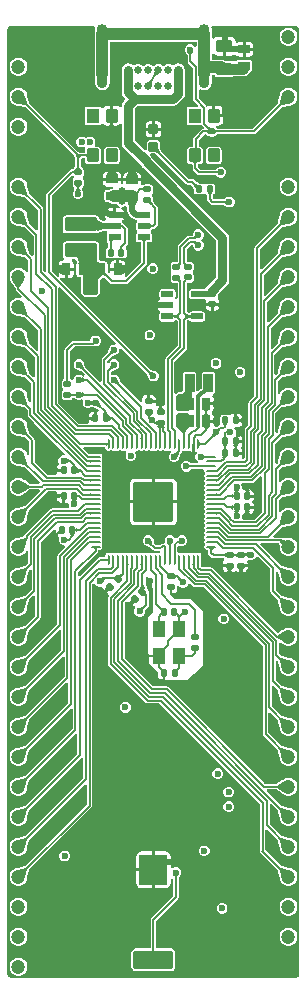
<source format=gtl>
G04*
G04 #@! TF.GenerationSoftware,Altium Limited,Altium Designer,25.4.2 (15)*
G04*
G04 Layer_Physical_Order=1*
G04 Layer_Color=255*
%FSLAX44Y44*%
%MOMM*%
G71*
G04*
G04 #@! TF.SameCoordinates,8C631885-24FB-4105-B1F4-A81627B1BDD2*
G04*
G04*
G04 #@! TF.FilePolarity,Positive*
G04*
G01*
G75*
%ADD14C,0.1524*%
G04:AMPARAMS|DCode=16|XSize=0.72mm|YSize=0.99mm|CornerRadius=0.09mm|HoleSize=0mm|Usage=FLASHONLY|Rotation=90.000|XOffset=0mm|YOffset=0mm|HoleType=Round|Shape=RoundedRectangle|*
%AMROUNDEDRECTD16*
21,1,0.7200,0.8100,0,0,90.0*
21,1,0.5400,0.9900,0,0,90.0*
1,1,0.1800,0.4050,0.2700*
1,1,0.1800,0.4050,-0.2700*
1,1,0.1800,-0.4050,-0.2700*
1,1,0.1800,-0.4050,0.2700*
%
%ADD16ROUNDEDRECTD16*%
G04:AMPARAMS|DCode=17|XSize=1.4mm|YSize=1.05mm|CornerRadius=0.1313mm|HoleSize=0mm|Usage=FLASHONLY|Rotation=180.000|XOffset=0mm|YOffset=0mm|HoleType=Round|Shape=RoundedRectangle|*
%AMROUNDEDRECTD17*
21,1,1.4000,0.7875,0,0,180.0*
21,1,1.1375,1.0500,0,0,180.0*
1,1,0.2625,-0.5688,0.3938*
1,1,0.2625,0.5688,0.3938*
1,1,0.2625,0.5688,-0.3938*
1,1,0.2625,-0.5688,-0.3938*
%
%ADD17ROUNDEDRECTD17*%
G04:AMPARAMS|DCode=18|XSize=2.6mm|YSize=2.4mm|CornerRadius=0.2mm|HoleSize=0mm|Usage=FLASHONLY|Rotation=90.000|XOffset=0mm|YOffset=0mm|HoleType=Round|Shape=RoundedRectangle|*
%AMROUNDEDRECTD18*
21,1,2.6000,2.0000,0,0,90.0*
21,1,2.2000,2.4000,0,0,90.0*
1,1,0.4000,1.0000,1.1000*
1,1,0.4000,1.0000,-1.1000*
1,1,0.4000,-1.0000,-1.1000*
1,1,0.4000,-1.0000,1.1000*
%
%ADD18ROUNDEDRECTD18*%
G04:AMPARAMS|DCode=19|XSize=1.6mm|YSize=3.4mm|CornerRadius=0.2mm|HoleSize=0mm|Usage=FLASHONLY|Rotation=90.000|XOffset=0mm|YOffset=0mm|HoleType=Round|Shape=RoundedRectangle|*
%AMROUNDEDRECTD19*
21,1,1.6000,3.0000,0,0,90.0*
21,1,1.2000,3.4000,0,0,90.0*
1,1,0.4000,1.5000,0.6000*
1,1,0.4000,1.5000,-0.6000*
1,1,0.4000,-1.5000,-0.6000*
1,1,0.4000,-1.5000,0.6000*
%
%ADD19ROUNDEDRECTD19*%
G04:AMPARAMS|DCode=20|XSize=1.2mm|YSize=2.7mm|CornerRadius=0.05mm|HoleSize=0mm|Usage=FLASHONLY|Rotation=90.000|XOffset=0mm|YOffset=0mm|HoleType=Round|Shape=RoundedRectangle|*
%AMROUNDEDRECTD20*
21,1,1.2000,2.6000,0,0,90.0*
21,1,1.1000,2.7000,0,0,90.0*
1,1,0.1000,1.3000,0.5500*
1,1,0.1000,1.3000,-0.5500*
1,1,0.1000,-1.3000,-0.5500*
1,1,0.1000,-1.3000,0.5500*
%
%ADD20ROUNDEDRECTD20*%
G04:AMPARAMS|DCode=21|XSize=0.8mm|YSize=0.8mm|CornerRadius=0.05mm|HoleSize=0mm|Usage=FLASHONLY|Rotation=270.000|XOffset=0mm|YOffset=0mm|HoleType=Round|Shape=RoundedRectangle|*
%AMROUNDEDRECTD21*
21,1,0.8000,0.7000,0,0,270.0*
21,1,0.7000,0.8000,0,0,270.0*
1,1,0.1000,-0.3500,-0.3500*
1,1,0.1000,-0.3500,0.3500*
1,1,0.1000,0.3500,0.3500*
1,1,0.1000,0.3500,-0.3500*
%
%ADD21ROUNDEDRECTD21*%
G04:AMPARAMS|DCode=22|XSize=0.72mm|YSize=0.99mm|CornerRadius=0.09mm|HoleSize=0mm|Usage=FLASHONLY|Rotation=0.000|XOffset=0mm|YOffset=0mm|HoleType=Round|Shape=RoundedRectangle|*
%AMROUNDEDRECTD22*
21,1,0.7200,0.8100,0,0,0.0*
21,1,0.5400,0.9900,0,0,0.0*
1,1,0.1800,0.2700,-0.4050*
1,1,0.1800,-0.2700,-0.4050*
1,1,0.1800,-0.2700,0.4050*
1,1,0.1800,0.2700,0.4050*
%
%ADD22ROUNDEDRECTD22*%
G04:AMPARAMS|DCode=23|XSize=0.55mm|YSize=0.6mm|CornerRadius=0.0688mm|HoleSize=0mm|Usage=FLASHONLY|Rotation=270.000|XOffset=0mm|YOffset=0mm|HoleType=Round|Shape=RoundedRectangle|*
%AMROUNDEDRECTD23*
21,1,0.5500,0.4625,0,0,270.0*
21,1,0.4125,0.6000,0,0,270.0*
1,1,0.1375,-0.2313,-0.2063*
1,1,0.1375,-0.2313,0.2063*
1,1,0.1375,0.2313,0.2063*
1,1,0.1375,0.2313,-0.2063*
%
%ADD23ROUNDEDRECTD23*%
G04:AMPARAMS|DCode=24|XSize=0.55mm|YSize=0.6mm|CornerRadius=0.0688mm|HoleSize=0mm|Usage=FLASHONLY|Rotation=0.000|XOffset=0mm|YOffset=0mm|HoleType=Round|Shape=RoundedRectangle|*
%AMROUNDEDRECTD24*
21,1,0.5500,0.4625,0,0,0.0*
21,1,0.4125,0.6000,0,0,0.0*
1,1,0.1375,0.2063,-0.2313*
1,1,0.1375,-0.2063,-0.2313*
1,1,0.1375,-0.2063,0.2313*
1,1,0.1375,0.2063,0.2313*
%
%ADD24ROUNDEDRECTD24*%
G04:AMPARAMS|DCode=25|XSize=0.55mm|YSize=0.6mm|CornerRadius=0.0688mm|HoleSize=0mm|Usage=FLASHONLY|Rotation=225.000|XOffset=0mm|YOffset=0mm|HoleType=Round|Shape=RoundedRectangle|*
%AMROUNDEDRECTD25*
21,1,0.5500,0.4625,0,0,225.0*
21,1,0.4125,0.6000,0,0,225.0*
1,1,0.1375,-0.3094,0.0177*
1,1,0.1375,-0.0177,0.3094*
1,1,0.1375,0.3094,-0.0177*
1,1,0.1375,0.0177,-0.3094*
%
%ADD25ROUNDEDRECTD25*%
G04:AMPARAMS|DCode=26|XSize=1.05mm|YSize=0.55mm|CornerRadius=0.0688mm|HoleSize=0mm|Usage=FLASHONLY|Rotation=0.000|XOffset=0mm|YOffset=0mm|HoleType=Round|Shape=RoundedRectangle|*
%AMROUNDEDRECTD26*
21,1,1.0500,0.4125,0,0,0.0*
21,1,0.9125,0.5500,0,0,0.0*
1,1,0.1375,0.4563,-0.2063*
1,1,0.1375,-0.4563,-0.2063*
1,1,0.1375,-0.4563,0.2063*
1,1,0.1375,0.4563,0.2063*
%
%ADD26ROUNDEDRECTD26*%
G04:AMPARAMS|DCode=27|XSize=1.05mm|YSize=1.3mm|CornerRadius=0.05mm|HoleSize=0mm|Usage=FLASHONLY|Rotation=0.000|XOffset=0mm|YOffset=0mm|HoleType=Round|Shape=RoundedRectangle|*
%AMROUNDEDRECTD27*
21,1,1.0500,1.2000,0,0,0.0*
21,1,0.9500,1.3000,0,0,0.0*
1,1,0.1000,0.4750,-0.6000*
1,1,0.1000,-0.4750,-0.6000*
1,1,0.1000,-0.4750,0.6000*
1,1,0.1000,0.4750,0.6000*
%
%ADD27ROUNDEDRECTD27*%
G04:AMPARAMS|DCode=28|XSize=0.2mm|YSize=0.85mm|CornerRadius=0.05mm|HoleSize=0mm|Usage=FLASHONLY|Rotation=90.000|XOffset=0mm|YOffset=0mm|HoleType=Round|Shape=RoundedRectangle|*
%AMROUNDEDRECTD28*
21,1,0.2000,0.7500,0,0,90.0*
21,1,0.1000,0.8500,0,0,90.0*
1,1,0.1000,0.3750,0.0500*
1,1,0.1000,0.3750,-0.0500*
1,1,0.1000,-0.3750,-0.0500*
1,1,0.1000,-0.3750,0.0500*
%
%ADD28ROUNDEDRECTD28*%
G04:AMPARAMS|DCode=29|XSize=0.2mm|YSize=0.85mm|CornerRadius=0.05mm|HoleSize=0mm|Usage=FLASHONLY|Rotation=0.000|XOffset=0mm|YOffset=0mm|HoleType=Round|Shape=RoundedRectangle|*
%AMROUNDEDRECTD29*
21,1,0.2000,0.7500,0,0,0.0*
21,1,0.1000,0.8500,0,0,0.0*
1,1,0.1000,0.0500,-0.3750*
1,1,0.1000,-0.0500,-0.3750*
1,1,0.1000,-0.0500,0.3750*
1,1,0.1000,0.0500,0.3750*
%
%ADD29ROUNDEDRECTD29*%
G04:AMPARAMS|DCode=30|XSize=3.4mm|YSize=3.4mm|CornerRadius=0.05mm|HoleSize=0mm|Usage=FLASHONLY|Rotation=0.000|XOffset=0mm|YOffset=0mm|HoleType=Round|Shape=RoundedRectangle|*
%AMROUNDEDRECTD30*
21,1,3.4000,3.3000,0,0,0.0*
21,1,3.3000,3.4000,0,0,0.0*
1,1,0.1000,1.6500,-1.6500*
1,1,0.1000,-1.6500,-1.6500*
1,1,0.1000,-1.6500,1.6500*
1,1,0.1000,1.6500,1.6500*
%
%ADD30ROUNDEDRECTD30*%
G04:AMPARAMS|DCode=31|XSize=1.15mm|YSize=1.05mm|CornerRadius=0.1313mm|HoleSize=0mm|Usage=FLASHONLY|Rotation=270.000|XOffset=0mm|YOffset=0mm|HoleType=Round|Shape=RoundedRectangle|*
%AMROUNDEDRECTD31*
21,1,1.1500,0.7875,0,0,270.0*
21,1,0.8875,1.0500,0,0,270.0*
1,1,0.2625,-0.3938,-0.4438*
1,1,0.2625,-0.3938,0.4438*
1,1,0.2625,0.3938,0.4438*
1,1,0.2625,0.3938,-0.4438*
%
%ADD31ROUNDEDRECTD31*%
%ADD32R,1.0500X1.1500*%
%ADD52C,0.3000*%
G04:AMPARAMS|DCode=54|XSize=0.9mm|YSize=1.7mm|CornerRadius=0.45mm|HoleSize=0mm|Usage=FLASHONLY|Rotation=180.000|XOffset=0mm|YOffset=0mm|HoleType=Round|Shape=RoundedRectangle|*
%AMROUNDEDRECTD54*
21,1,0.9000,0.8000,0,0,180.0*
21,1,0.0000,1.7000,0,0,180.0*
1,1,0.9000,0.0000,0.4000*
1,1,0.9000,0.0000,0.4000*
1,1,0.9000,0.0000,-0.4000*
1,1,0.9000,0.0000,-0.4000*
%
%ADD54ROUNDEDRECTD54*%
G04:AMPARAMS|DCode=55|XSize=0.9mm|YSize=2.4mm|CornerRadius=0.45mm|HoleSize=0mm|Usage=FLASHONLY|Rotation=180.000|XOffset=0mm|YOffset=0mm|HoleType=Round|Shape=RoundedRectangle|*
%AMROUNDEDRECTD55*
21,1,0.9000,1.5000,0,0,180.0*
21,1,0.0000,2.4000,0,0,180.0*
1,1,0.9000,0.0000,0.7500*
1,1,0.9000,0.0000,0.7500*
1,1,0.9000,0.0000,-0.7500*
1,1,0.9000,0.0000,-0.7500*
%
%ADD55ROUNDEDRECTD55*%
%ADD56C,0.6500*%
G04:AMPARAMS|DCode=58|XSize=0.8mm|YSize=1.6mm|CornerRadius=0.05mm|HoleSize=0mm|Usage=FLASHONLY|Rotation=0.000|XOffset=0mm|YOffset=0mm|HoleType=Round|Shape=RoundedRectangle|*
%AMROUNDEDRECTD58*
21,1,0.8000,1.5000,0,0,0.0*
21,1,0.7000,1.6000,0,0,0.0*
1,1,0.1000,0.3500,-0.7500*
1,1,0.1000,-0.3500,-0.7500*
1,1,0.1000,-0.3500,0.7500*
1,1,0.1000,0.3500,0.7500*
%
%ADD58ROUNDEDRECTD58*%
%ADD59C,0.5000*%
%ADD60C,0.9452*%
%ADD61C,0.2000*%
%ADD62C,0.7452*%
%ADD63C,0.8000*%
%ADD64C,1.0000*%
%ADD65C,1.2000*%
%ADD66C,0.6000*%
%ADD67C,0.6604*%
%ADD68C,0.5000*%
G36*
X120650Y403086D02*
Y403081D01*
X121810Y402850D01*
X122793Y402193D01*
X123310Y401420D01*
X123681Y400050D01*
Y400050D01*
X123686Y398526D01*
X123686Y-400050D01*
X123686Y-400050D01*
X123681D01*
X123450Y-401210D01*
X122793Y-402193D01*
X121810Y-402850D01*
X120650Y-403081D01*
Y-403086D01*
X-120650Y-403086D01*
Y-403081D01*
X-121810Y-402850D01*
X-122793Y-402193D01*
X-123450Y-401210D01*
X-123681Y-400050D01*
X-123686Y-400050D01*
Y400050D01*
X-123686Y400050D01*
X-123681D01*
X-123450Y401210D01*
X-122793Y402193D01*
X-121810Y402850D01*
X-120650Y403081D01*
Y403086D01*
X-120650Y403086D01*
X-49979D01*
X-49037Y401562D01*
X-49392Y399780D01*
Y398000D01*
X-49606Y397483D01*
X-49830Y395780D01*
Y361980D01*
X-49606Y360277D01*
X-49392Y359760D01*
Y354480D01*
X-48924Y352130D01*
X-47593Y350137D01*
X-45600Y348806D01*
X-43250Y348338D01*
X-40900Y348806D01*
X-38907Y350137D01*
X-37576Y352130D01*
X-37108Y354480D01*
Y359760D01*
X-36894Y360277D01*
X-36670Y361980D01*
Y389200D01*
X36670D01*
Y385499D01*
X35146Y385196D01*
X35099Y385309D01*
X33827Y386581D01*
X32164Y387270D01*
X30364D01*
X28701Y386581D01*
X27429Y385309D01*
X26740Y383646D01*
Y381846D01*
X27429Y380183D01*
X27695Y379917D01*
X27702Y379839D01*
X28933Y377485D01*
Y372828D01*
X29111Y371936D01*
X29616Y371180D01*
X33544Y367252D01*
Y340710D01*
X33722Y339818D01*
X34227Y339062D01*
X38009Y335280D01*
X37426Y333872D01*
X28678D01*
Y319324D01*
X41014D01*
X41049Y319148D01*
X41554Y318392D01*
X42687Y317259D01*
X42525Y316438D01*
X42111Y315680D01*
X41494Y315557D01*
X40738Y315052D01*
X34447Y308761D01*
X33942Y308005D01*
X33764Y307113D01*
Y300914D01*
X33526Y300428D01*
X31514D01*
X30408Y300207D01*
X29469Y299580D01*
X28843Y298642D01*
X28622Y297535D01*
Y288661D01*
X28843Y287554D01*
X29469Y286616D01*
X30408Y285989D01*
X31514Y285768D01*
X32883D01*
X33121Y285282D01*
Y282110D01*
X33299Y281218D01*
X33804Y280462D01*
X37054Y277212D01*
X37810Y276707D01*
X38702Y276529D01*
X53232D01*
X53315Y276329D01*
X54587Y275057D01*
X56250Y274368D01*
X58050D01*
X59713Y275057D01*
X60985Y276329D01*
X61674Y277992D01*
Y279792D01*
X60985Y281455D01*
X59713Y282727D01*
X58050Y283416D01*
X56250D01*
X54587Y282727D01*
X53315Y281455D01*
X53205Y281191D01*
X39667D01*
X37783Y283075D01*
Y285282D01*
X38021Y285768D01*
X39390D01*
X40496Y285989D01*
X41434Y286616D01*
X42061Y287554D01*
X42282Y288661D01*
Y297535D01*
X42061Y298642D01*
X41434Y299580D01*
X40496Y300207D01*
X39390Y300428D01*
X38664D01*
X38426Y300914D01*
Y306148D01*
X43351Y311073D01*
X43997D01*
X46351Y309842D01*
X46429Y309835D01*
X46695Y309569D01*
X48358Y308880D01*
X50158D01*
X51821Y309569D01*
X52087Y309835D01*
X52165Y309842D01*
X54519Y311073D01*
X84804D01*
X85696Y311251D01*
X86452Y311756D01*
X108760Y334063D01*
X114579Y335286D01*
X114711Y335376D01*
X115291D01*
X117204Y335889D01*
X118920Y336879D01*
X120321Y338280D01*
X121311Y339996D01*
X121824Y341909D01*
Y343891D01*
X121311Y345804D01*
X120321Y347520D01*
X118920Y348921D01*
X117204Y349911D01*
X115291Y350424D01*
X113309D01*
X111396Y349911D01*
X109680Y348921D01*
X108279Y347520D01*
X107289Y345804D01*
X106776Y343891D01*
Y343311D01*
X106686Y343179D01*
X105463Y337360D01*
X83839Y315735D01*
X54519D01*
X52657Y316709D01*
X53031Y318232D01*
X54889D01*
X56393Y318531D01*
X57667Y319383D01*
X58518Y320657D01*
X58817Y322160D01*
Y325328D01*
X56684D01*
X56166Y325074D01*
Y325328D01*
X50952D01*
Y326598D01*
X49682D01*
Y334963D01*
X47014D01*
X45511Y334664D01*
X45224Y334472D01*
X44850Y335032D01*
X38206Y341676D01*
Y348773D01*
X39730Y349587D01*
X40900Y348806D01*
X43250Y348338D01*
X45601Y348806D01*
X47593Y350137D01*
X48924Y352130D01*
X49392Y354480D01*
Y359760D01*
X49606Y360277D01*
X49715Y361105D01*
X51875D01*
X52267Y360518D01*
X53206Y359891D01*
X54313Y359670D01*
X65687D01*
X66794Y359891D01*
X67149Y360128D01*
X76121D01*
X78560Y360613D01*
X80627Y361994D01*
X82008Y364061D01*
X82023Y364135D01*
X82798Y364652D01*
X83333Y365454D01*
X83521Y366400D01*
Y371800D01*
X83333Y372746D01*
X82798Y373548D01*
X81996Y374083D01*
X81050Y374272D01*
X72950D01*
X72004Y374083D01*
X71202Y373548D01*
X70751Y372872D01*
X67149D01*
X66794Y373109D01*
X65687Y373330D01*
X60898D01*
X60827Y373384D01*
X59240Y374041D01*
X57537Y374266D01*
X49830D01*
Y378593D01*
X51354Y379055D01*
X51535Y378785D01*
X52809Y377934D01*
X54313Y377635D01*
X58730D01*
Y385500D01*
Y393366D01*
X54313D01*
X52809Y393066D01*
X51535Y392215D01*
X51354Y391945D01*
X49830Y392407D01*
Y395780D01*
X49606Y397483D01*
X49392Y398000D01*
Y399780D01*
X49037Y401562D01*
X49979Y403086D01*
X120650D01*
X120650Y403086D01*
D02*
G37*
G36*
X32026Y378044D02*
X30502D01*
X29164Y380604D01*
X33364D01*
X32026Y378044D01*
D02*
G37*
G36*
X114240Y336900D02*
X108085Y335607D01*
X107007Y336685D01*
X108300Y342840D01*
X114240Y336900D01*
D02*
G37*
G36*
X53959Y314166D02*
Y312642D01*
X51400Y311304D01*
Y315504D01*
X53959Y314166D01*
D02*
G37*
G36*
X49638Y316380D02*
X47116Y314469D01*
Y311304D01*
X44556Y312642D01*
Y314166D01*
X46023Y314933D01*
X45630Y316535D01*
X46861Y317458D01*
X49638Y316380D01*
D02*
G37*
G36*
X37619Y298812D02*
X34571D01*
X35333Y300367D01*
X36857D01*
X37619Y298812D01*
D02*
G37*
G36*
X36214Y285829D02*
X34690D01*
X33928Y287384D01*
X36976D01*
X36214Y285829D01*
D02*
G37*
%LPC*%
G36*
X115291Y401224D02*
X113309D01*
X111396Y400711D01*
X109680Y399721D01*
X108279Y398320D01*
X107289Y396604D01*
X106776Y394691D01*
Y392710D01*
X107289Y390796D01*
X108279Y389080D01*
X109680Y387679D01*
X111396Y386689D01*
X113309Y386176D01*
X115291D01*
X117204Y386689D01*
X118920Y387679D01*
X120321Y389080D01*
X121311Y390796D01*
X121824Y392710D01*
Y394691D01*
X121311Y396604D01*
X120321Y398320D01*
X118920Y399721D01*
X117204Y400711D01*
X115291Y401224D01*
D02*
G37*
G36*
X81050Y389107D02*
X78270D01*
Y384170D01*
X84557D01*
Y385600D01*
X84290Y386942D01*
X83530Y388080D01*
X82392Y388840D01*
X81050Y389107D01*
D02*
G37*
G36*
X84557Y381630D02*
X78270D01*
Y376693D01*
X81050D01*
X82392Y376960D01*
X83530Y377720D01*
X84290Y378858D01*
X84557Y380200D01*
Y381630D01*
D02*
G37*
G36*
X65687Y393366D02*
X61270D01*
Y385500D01*
Y377635D01*
X65687D01*
X67191Y377934D01*
X68205Y378611D01*
X68496Y378659D01*
X69341Y378559D01*
X70028Y378381D01*
X70470Y377720D01*
X71608Y376960D01*
X72950Y376693D01*
X75730D01*
Y382900D01*
Y389107D01*
X72950D01*
X71608Y388840D01*
X71139Y388527D01*
X69616Y389336D01*
Y389437D01*
X69316Y390941D01*
X68465Y392215D01*
X67191Y393066D01*
X65687Y393366D01*
D02*
G37*
G36*
X21250Y371033D02*
X19202Y370625D01*
X17465Y369465D01*
X17432Y369416D01*
X15915Y369266D01*
X15454Y369727D01*
X13700Y370454D01*
X11800D01*
X10046Y369727D01*
X9496Y369177D01*
X8500Y368518D01*
X7504Y369177D01*
X6954Y369727D01*
X5200Y370454D01*
X3300D01*
X1546Y369727D01*
X996Y369177D01*
X0Y368518D01*
X-996Y369177D01*
X-1546Y369727D01*
X-3300Y370454D01*
X-5200D01*
X-6954Y369727D01*
X-7504Y369177D01*
X-8500Y368518D01*
X-9496Y369177D01*
X-10046Y369727D01*
X-11800Y370454D01*
X-13700D01*
X-15454Y369727D01*
X-15915Y369266D01*
X-17432Y369416D01*
X-17465Y369465D01*
X-19202Y370625D01*
X-21250Y371033D01*
X-23298Y370625D01*
X-25035Y369465D01*
X-26195Y367728D01*
X-26603Y365680D01*
Y352180D01*
Y347861D01*
X-26882Y346456D01*
X-26453Y344301D01*
X-25233Y342473D01*
X-23627Y340868D01*
X-25233Y339263D01*
X-26453Y337435D01*
X-26882Y335280D01*
X-26882Y335280D01*
Y333846D01*
X-28406Y333384D01*
X-28693Y333813D01*
X-29967Y334664D01*
X-31470Y334963D01*
X-34138D01*
Y326598D01*
Y320884D01*
X-33884D01*
X-34138Y320366D01*
Y319331D01*
X-33592Y318232D01*
X-31470D01*
X-29967Y318531D01*
X-28693Y319383D01*
X-28406Y319812D01*
X-26882Y319350D01*
Y303547D01*
X-26882Y303547D01*
X-26453Y301392D01*
X-25233Y299564D01*
X-10456Y284788D01*
X-9737Y283712D01*
X52810Y221165D01*
Y190007D01*
X44645Y181842D01*
X43484Y180105D01*
X41786Y180168D01*
X41755Y180156D01*
X41725Y180169D01*
X41619Y180125D01*
X41469Y180155D01*
X32343D01*
X31481Y179984D01*
X30749Y179495D01*
X30260Y178763D01*
X30089Y177901D01*
Y173776D01*
X30260Y172913D01*
X30749Y172181D01*
X31481Y171692D01*
X32343Y171521D01*
X41469D01*
X41619Y171551D01*
X41725Y171507D01*
X41755Y171520D01*
X41786Y171508D01*
X43727Y171580D01*
X44493Y170535D01*
X44649Y170089D01*
X44435Y169012D01*
Y168220D01*
X50038D01*
Y166950D01*
D01*
Y168220D01*
X52990D01*
Y168474D01*
X53508Y168220D01*
X54484D01*
X55641Y168808D01*
Y169012D01*
X55391Y170272D01*
X54677Y171339D01*
X54434Y173025D01*
X54605Y173888D01*
Y175872D01*
X62425Y183691D01*
X62425Y183691D01*
X63646Y185519D01*
X64074Y187674D01*
X64074Y187674D01*
Y223498D01*
X64074Y223498D01*
X63646Y225653D01*
X62425Y227481D01*
X62425Y227481D01*
X-1053Y290958D01*
X-1772Y292034D01*
X-1772Y292034D01*
X-2999Y293261D01*
X-2368Y294785D01*
X686D01*
X3216Y293493D01*
X27510Y269198D01*
X28345Y268640D01*
X29330Y268444D01*
X31518D01*
X33324Y266638D01*
X34617Y264108D01*
Y262355D01*
X34788Y261493D01*
X35277Y260761D01*
X36009Y260272D01*
X36872Y260101D01*
X40996D01*
X41859Y260272D01*
X42510Y260707D01*
X42593Y260758D01*
X43434Y260760D01*
X44275Y260758D01*
X44358Y260707D01*
X44359Y260707D01*
X45518Y259788D01*
X45603Y259614D01*
Y255922D01*
X45781Y255030D01*
X46286Y254274D01*
X48390Y252170D01*
X48484Y252076D01*
X48484Y252076D01*
X48484Y252076D01*
X48860Y251825D01*
X49240Y251571D01*
X49240Y251571D01*
X49240Y251571D01*
X49795Y251460D01*
X50132Y251393D01*
X50132Y251393D01*
X50132Y251393D01*
X58969D01*
X61323Y250162D01*
X61401Y250155D01*
X61667Y249889D01*
X63330Y249200D01*
X65130D01*
X66793Y249889D01*
X68065Y251161D01*
X68754Y252824D01*
Y254624D01*
X68065Y256287D01*
X66793Y257559D01*
X65130Y258248D01*
X63330D01*
X61667Y257559D01*
X61401Y257293D01*
X61323Y257286D01*
X58969Y256055D01*
X51097D01*
X50265Y256887D01*
Y259614D01*
X50558Y260212D01*
X50859Y260272D01*
X51591Y260761D01*
X52080Y261493D01*
X52251Y262355D01*
Y266980D01*
X52080Y267843D01*
X51591Y268575D01*
X50859Y269064D01*
X49997Y269235D01*
X45872D01*
X45009Y269064D01*
X44358Y268629D01*
X44275Y268578D01*
X43434Y268576D01*
X42593Y268578D01*
X42510Y268629D01*
X41859Y269064D01*
X40996Y269235D01*
X39244D01*
X36714Y270528D01*
X34404Y272838D01*
X33569Y273396D01*
X32584Y273591D01*
X30396D01*
X6855Y297132D01*
X5563Y299662D01*
Y303849D01*
X5406Y304639D01*
X4958Y305308D01*
X4289Y305755D01*
X3499Y305912D01*
X-3501D01*
X-4290Y305755D01*
X-4960Y305308D01*
X-5407Y304639D01*
X-5565Y303849D01*
Y297982D01*
X-7089Y297351D01*
X-15618Y305880D01*
Y332947D01*
X-13329Y335236D01*
X16764D01*
X16764Y335236D01*
X18919Y335664D01*
X20747Y336885D01*
X25233Y341371D01*
X25233Y341371D01*
X26453Y343199D01*
X26882Y345354D01*
Y348272D01*
X26603Y349676D01*
Y365680D01*
X26195Y367728D01*
X25035Y369465D01*
X23298Y370625D01*
X21250Y371033D01*
D02*
G37*
G36*
X115291Y375824D02*
X113309D01*
X111396Y375311D01*
X109680Y374321D01*
X108279Y372920D01*
X107289Y371204D01*
X106776Y369291D01*
Y367309D01*
X107289Y365396D01*
X108279Y363680D01*
X109680Y362279D01*
X111396Y361289D01*
X113309Y360776D01*
X115291D01*
X117204Y361289D01*
X118920Y362279D01*
X120321Y363680D01*
X121311Y365396D01*
X121824Y367309D01*
Y369291D01*
X121311Y371204D01*
X120321Y372920D01*
X118920Y374321D01*
X117204Y375311D01*
X115291Y375824D01*
D02*
G37*
G36*
X-113309D02*
X-115290D01*
X-117204Y375311D01*
X-118920Y374321D01*
X-120321Y372920D01*
X-121311Y371204D01*
X-121824Y369291D01*
Y367309D01*
X-121311Y365396D01*
X-120321Y363680D01*
X-118920Y362279D01*
X-117204Y361289D01*
X-115290Y360776D01*
X-113309D01*
X-111396Y361289D01*
X-109680Y362279D01*
X-108279Y363680D01*
X-107289Y365396D01*
X-106776Y367309D01*
Y369291D01*
X-107289Y371204D01*
X-108279Y372920D01*
X-109680Y374321D01*
X-111396Y375311D01*
X-113309Y375824D01*
D02*
G37*
G36*
X-36678Y334963D02*
X-39346D01*
X-40849Y334664D01*
X-42123Y333813D01*
X-42610Y333084D01*
X-44134Y333546D01*
Y333872D01*
X-57682D01*
Y319324D01*
X-44134D01*
Y319649D01*
X-42610Y320112D01*
X-42123Y319383D01*
X-40849Y318531D01*
X-39346Y318232D01*
X-37372D01*
X-36678Y319497D01*
Y320366D01*
X-36932Y320884D01*
X-36678D01*
Y326598D01*
Y334963D01*
D02*
G37*
G36*
X54889D02*
X52222D01*
Y327868D01*
X56166D01*
Y328122D01*
X56684Y327868D01*
X58817D01*
Y331035D01*
X58518Y332539D01*
X57667Y333813D01*
X56393Y334664D01*
X54889Y334963D01*
D02*
G37*
G36*
X3499Y321948D02*
X1269D01*
Y320779D01*
X1999Y319297D01*
X1269D01*
Y316619D01*
X6599D01*
Y318849D01*
X6363Y320035D01*
X5691Y321040D01*
X4685Y321712D01*
X3499Y321948D01*
D02*
G37*
G36*
X-1271D02*
X-3501D01*
X-4687Y321712D01*
X-5692Y321040D01*
X-6364Y320035D01*
X-6600Y318849D01*
Y316619D01*
X-1271D01*
Y319297D01*
X-2001D01*
X-1271Y320779D01*
Y321948D01*
D02*
G37*
G36*
X-113309Y325024D02*
X-115290D01*
X-117204Y324511D01*
X-118920Y323521D01*
X-120321Y322120D01*
X-121311Y320404D01*
X-121824Y318491D01*
Y316509D01*
X-121311Y314596D01*
X-120321Y312880D01*
X-118920Y311479D01*
X-117204Y310489D01*
X-115290Y309976D01*
X-113309D01*
X-111396Y310489D01*
X-109680Y311479D01*
X-108279Y312880D01*
X-107289Y314596D01*
X-106776Y316509D01*
Y318491D01*
X-107289Y320404D01*
X-108279Y322120D01*
X-109680Y323521D01*
X-111396Y324511D01*
X-113309Y325024D01*
D02*
G37*
G36*
X6599Y314079D02*
X1269D01*
Y308749D01*
X3499D01*
X4685Y308985D01*
X5691Y309657D01*
X6363Y310663D01*
X6599Y311849D01*
Y314079D01*
D02*
G37*
G36*
X-1271D02*
X-6600D01*
Y311849D01*
X-6364Y310663D01*
X-5692Y309657D01*
X-4687Y308985D01*
X-3501Y308749D01*
X-1271D01*
Y314079D01*
D02*
G37*
G36*
X54889Y300428D02*
X47014D01*
X45908Y300207D01*
X44970Y299580D01*
X44342Y298642D01*
X44122Y297535D01*
Y288661D01*
X44342Y287554D01*
X44970Y286616D01*
X45908Y285989D01*
X47014Y285768D01*
X54889D01*
X55996Y285989D01*
X56934Y286616D01*
X57561Y287554D01*
X57782Y288661D01*
Y297535D01*
X57561Y298642D01*
X56934Y299580D01*
X55996Y300207D01*
X54889Y300428D01*
D02*
G37*
G36*
X-31470D02*
X-39346D01*
X-40452Y300207D01*
X-41391Y299580D01*
X-42017Y298642D01*
X-42238Y297535D01*
Y288661D01*
X-42017Y287554D01*
X-41391Y286616D01*
X-40452Y285989D01*
X-39346Y285768D01*
X-31470D01*
X-30364Y285989D01*
X-29425Y286616D01*
X-28799Y287554D01*
X-28579Y288661D01*
Y297535D01*
X-28799Y298642D01*
X-29425Y299580D01*
X-30364Y300207D01*
X-31470Y300428D01*
D02*
G37*
G36*
X-113309Y350424D02*
X-115290D01*
X-117204Y349911D01*
X-118920Y348921D01*
X-120321Y347520D01*
X-121311Y345804D01*
X-121824Y343891D01*
Y341909D01*
X-121311Y339996D01*
X-120321Y338280D01*
X-118920Y336879D01*
X-117204Y335889D01*
X-115290Y335376D01*
X-114082D01*
X-113961Y335302D01*
X-108323Y334393D01*
X-67051Y293121D01*
X-66063Y290735D01*
Y283846D01*
X-66329Y283303D01*
X-66907Y283188D01*
X-67639Y282699D01*
X-68128Y281967D01*
X-68172Y281746D01*
X-68786Y281445D01*
X-69018D01*
X-69910Y281267D01*
X-70666Y280762D01*
X-90040Y261388D01*
X-90545Y260632D01*
X-90723Y259740D01*
Y194970D01*
X-91821Y194359D01*
X-92006Y194330D01*
X-93151Y195369D01*
Y247882D01*
X-93329Y248774D01*
X-93834Y249530D01*
X-105463Y261160D01*
X-106686Y266979D01*
X-106776Y267111D01*
Y267691D01*
X-107289Y269604D01*
X-108279Y271320D01*
X-109680Y272721D01*
X-111396Y273711D01*
X-113309Y274224D01*
X-115290D01*
X-117204Y273711D01*
X-118920Y272721D01*
X-120321Y271320D01*
X-121311Y269604D01*
X-121824Y267691D01*
Y265709D01*
X-121311Y263796D01*
X-120321Y262080D01*
X-118920Y260679D01*
X-117204Y259689D01*
X-115290Y259176D01*
X-114711D01*
X-114579Y259086D01*
X-108760Y257864D01*
X-97813Y246917D01*
Y230100D01*
X-99221Y229517D01*
X-105463Y235760D01*
X-106686Y241579D01*
X-106776Y241711D01*
Y242291D01*
X-107289Y244204D01*
X-108279Y245920D01*
X-109680Y247321D01*
X-111396Y248311D01*
X-113309Y248824D01*
X-115290D01*
X-117204Y248311D01*
X-118920Y247321D01*
X-120321Y245920D01*
X-121311Y244204D01*
X-121824Y242291D01*
Y240310D01*
X-121311Y238396D01*
X-120321Y236680D01*
X-118920Y235279D01*
X-117204Y234289D01*
X-115290Y233776D01*
X-114711D01*
X-114579Y233686D01*
X-108760Y232463D01*
X-101369Y225073D01*
Y208420D01*
X-102893Y207789D01*
X-105463Y210360D01*
X-106686Y216179D01*
X-106776Y216311D01*
Y216891D01*
X-107289Y218804D01*
X-108279Y220520D01*
X-109680Y221921D01*
X-111396Y222911D01*
X-113309Y223424D01*
X-115290D01*
X-117204Y222911D01*
X-118920Y221921D01*
X-120321Y220520D01*
X-121311Y218804D01*
X-121824Y216891D01*
Y214909D01*
X-121311Y212996D01*
X-120321Y211280D01*
X-118920Y209879D01*
X-117204Y208889D01*
X-115290Y208376D01*
X-114711D01*
X-114579Y208286D01*
X-108760Y207064D01*
X-105809Y204113D01*
Y193769D01*
X-107289Y193404D01*
X-108279Y195120D01*
X-109680Y196521D01*
X-111396Y197511D01*
X-113309Y198024D01*
X-115290D01*
X-117204Y197511D01*
X-118920Y196521D01*
X-120321Y195120D01*
X-121311Y193404D01*
X-121824Y191491D01*
Y189510D01*
X-121311Y187596D01*
X-120321Y185880D01*
X-119911Y185470D01*
X-119881Y185313D01*
X-116631Y180334D01*
Y180330D01*
X-116453Y179438D01*
X-115948Y178682D01*
X-111159Y173893D01*
X-111209Y173639D01*
X-112976Y172535D01*
X-113309Y172624D01*
X-115290D01*
X-117204Y172111D01*
X-118920Y171121D01*
X-120321Y169720D01*
X-121311Y168004D01*
X-121824Y166091D01*
Y164109D01*
X-121311Y162196D01*
X-120321Y160480D01*
X-118920Y159079D01*
X-117204Y158089D01*
X-115290Y157576D01*
X-114711D01*
X-114579Y157486D01*
X-108760Y156264D01*
X-97305Y144809D01*
Y127992D01*
X-98713Y127409D01*
X-105463Y134160D01*
X-106686Y139979D01*
X-106776Y140111D01*
Y140691D01*
X-107289Y142604D01*
X-108279Y144320D01*
X-109680Y145721D01*
X-111396Y146711D01*
X-113309Y147224D01*
X-115290D01*
X-117204Y146711D01*
X-118920Y145721D01*
X-120321Y144320D01*
X-121311Y142604D01*
X-121824Y140691D01*
Y138709D01*
X-121311Y136796D01*
X-120321Y135080D01*
X-118920Y133679D01*
X-117204Y132689D01*
X-115290Y132176D01*
X-114711D01*
X-114579Y132086D01*
X-108760Y130864D01*
X-100353Y122457D01*
Y105640D01*
X-101761Y105057D01*
X-105463Y108760D01*
X-106686Y114579D01*
X-106776Y114711D01*
Y115291D01*
X-107289Y117204D01*
X-108279Y118920D01*
X-109680Y120321D01*
X-111396Y121311D01*
X-113309Y121824D01*
X-115290D01*
X-117204Y121311D01*
X-118920Y120321D01*
X-120321Y118920D01*
X-121311Y117204D01*
X-121824Y115291D01*
Y113309D01*
X-121311Y111396D01*
X-120321Y109680D01*
X-118920Y108279D01*
X-117204Y107289D01*
X-115290Y106776D01*
X-114711D01*
X-114579Y106686D01*
X-108760Y105463D01*
X-103401Y100105D01*
Y84360D01*
X-104925Y83514D01*
X-105582Y83923D01*
X-106686Y89179D01*
X-106776Y89311D01*
Y89891D01*
X-107289Y91804D01*
X-108279Y93520D01*
X-109680Y94921D01*
X-111396Y95911D01*
X-113309Y96424D01*
X-115290D01*
X-117204Y95911D01*
X-118920Y94921D01*
X-120321Y93520D01*
X-121311Y91804D01*
X-121824Y89891D01*
Y87909D01*
X-121311Y85996D01*
X-120321Y84280D01*
X-118920Y82879D01*
X-117204Y81889D01*
X-115290Y81376D01*
X-114711D01*
X-114579Y81286D01*
X-108760Y80063D01*
X-106449Y77753D01*
Y73680D01*
X-106271Y72789D01*
X-105766Y72032D01*
X-100793Y67059D01*
X-100708Y66932D01*
X-74474Y40698D01*
X-74822Y39809D01*
X-75221Y39290D01*
X-76824D01*
X-78487Y38601D01*
X-79759Y37329D01*
X-80448Y35666D01*
Y33866D01*
X-79759Y32203D01*
X-80495Y31023D01*
X-81209Y29956D01*
X-81459Y28696D01*
Y27654D01*
X-81402D01*
Y28484D01*
X-79928Y27832D01*
X-78808Y28384D01*
Y27654D01*
X-76106D01*
Y25114D01*
X-78808D01*
Y24384D01*
X-79928Y24936D01*
X-81402Y24284D01*
Y25114D01*
X-81459D01*
Y24072D01*
X-81448Y24016D01*
X-82688Y22492D01*
X-89056D01*
X-100539Y33975D01*
Y52070D01*
X-100717Y52962D01*
X-101222Y53718D01*
X-105463Y57960D01*
X-106686Y63779D01*
X-106776Y63911D01*
Y64491D01*
X-107289Y66404D01*
X-108279Y68120D01*
X-109680Y69521D01*
X-111396Y70511D01*
X-113309Y71024D01*
X-115290D01*
X-117204Y70511D01*
X-118920Y69521D01*
X-120321Y68120D01*
X-121311Y66404D01*
X-121824Y64491D01*
Y62509D01*
X-121311Y60596D01*
X-120321Y58880D01*
X-118920Y57479D01*
X-117204Y56489D01*
X-115290Y55976D01*
X-114711D01*
X-114579Y55886D01*
X-108760Y54664D01*
X-105201Y51105D01*
Y40253D01*
X-106725Y39077D01*
X-106776Y39091D01*
X-107289Y41004D01*
X-108279Y42720D01*
X-109680Y44121D01*
X-111396Y45111D01*
X-113309Y45624D01*
X-115290D01*
X-117204Y45111D01*
X-118920Y44121D01*
X-120321Y42720D01*
X-121311Y41004D01*
X-121824Y39091D01*
Y37109D01*
X-121311Y35196D01*
X-120321Y33480D01*
X-118920Y32079D01*
X-117204Y31089D01*
X-115290Y30576D01*
X-114711D01*
X-114579Y30486D01*
X-108760Y29264D01*
X-96051Y16555D01*
X-96682Y15031D01*
X-104134D01*
X-109113Y18281D01*
X-109270Y18311D01*
X-109680Y18721D01*
X-111396Y19711D01*
X-113309Y20224D01*
X-115290D01*
X-117204Y19711D01*
X-118920Y18721D01*
X-120321Y17320D01*
X-121311Y15604D01*
X-121824Y13691D01*
Y11710D01*
X-121311Y9796D01*
X-120321Y8080D01*
X-118920Y6679D01*
X-117204Y5689D01*
X-115290Y5176D01*
X-113309D01*
X-111396Y5689D01*
X-109680Y6679D01*
X-109270Y7089D01*
X-109113Y7119D01*
X-104134Y10369D01*
X-96518D01*
X-95935Y8961D01*
X-108760Y-3863D01*
X-114579Y-5086D01*
X-114711Y-5176D01*
X-115290D01*
X-117204Y-5689D01*
X-118920Y-6679D01*
X-120321Y-8080D01*
X-121311Y-9796D01*
X-121824Y-11709D01*
Y-13691D01*
X-121311Y-15604D01*
X-120321Y-17320D01*
X-118920Y-18721D01*
X-117204Y-19711D01*
X-115290Y-20224D01*
X-113309D01*
X-111396Y-19711D01*
X-109680Y-18721D01*
X-108279Y-17320D01*
X-107289Y-15604D01*
X-106776Y-13691D01*
Y-13111D01*
X-106686Y-12979D01*
X-105463Y-7160D01*
X-89618Y8686D01*
X-82688D01*
X-81448Y7162D01*
X-81459Y7107D01*
Y6064D01*
X-81402D01*
Y6894D01*
X-79928Y6242D01*
X-78808Y6794D01*
Y6064D01*
X-76106D01*
Y4794D01*
X-74836D01*
Y-809D01*
X-74043D01*
X-72858Y-573D01*
X-72106Y-1062D01*
X-71558Y-1572D01*
Y-3218D01*
X-71174Y-4145D01*
X-72072Y-5669D01*
X-85932D01*
X-86824Y-5847D01*
X-87580Y-6352D01*
X-108792Y-27564D01*
X-109297Y-28321D01*
X-109475Y-29213D01*
Y-29414D01*
X-114579Y-30486D01*
X-114711Y-30576D01*
X-115290D01*
X-117204Y-31089D01*
X-118920Y-32079D01*
X-120321Y-33480D01*
X-121311Y-35196D01*
X-121824Y-37109D01*
Y-39090D01*
X-121311Y-41004D01*
X-120321Y-42720D01*
X-118920Y-44121D01*
X-117204Y-45111D01*
X-115290Y-45624D01*
X-113309D01*
X-111396Y-45111D01*
X-109680Y-44121D01*
X-108279Y-42720D01*
X-107741Y-41787D01*
X-106217Y-42195D01*
Y-52120D01*
X-108760Y-54663D01*
X-114579Y-55886D01*
X-114711Y-55976D01*
X-115290D01*
X-117204Y-56489D01*
X-118920Y-57479D01*
X-120321Y-58880D01*
X-121311Y-60596D01*
X-121824Y-62509D01*
Y-64490D01*
X-121311Y-66404D01*
X-120321Y-68120D01*
X-118920Y-69521D01*
X-117204Y-70511D01*
X-115290Y-71024D01*
X-113309D01*
X-111396Y-70511D01*
X-109680Y-69521D01*
X-108279Y-68120D01*
X-107289Y-66404D01*
X-106776Y-64490D01*
Y-63911D01*
X-106686Y-63779D01*
X-105501Y-58140D01*
X-104659Y-57575D01*
X-103169Y-58287D01*
Y-74472D01*
X-108760Y-80063D01*
X-114579Y-81286D01*
X-114711Y-81376D01*
X-115290D01*
X-117204Y-81889D01*
X-118920Y-82879D01*
X-120321Y-84280D01*
X-121311Y-85996D01*
X-121824Y-87909D01*
Y-89890D01*
X-121311Y-91804D01*
X-120321Y-93520D01*
X-118920Y-94921D01*
X-117204Y-95911D01*
X-115290Y-96424D01*
X-113309D01*
X-111396Y-95911D01*
X-109680Y-94921D01*
X-108279Y-93520D01*
X-107289Y-91804D01*
X-106776Y-89890D01*
Y-89311D01*
X-106686Y-89179D01*
X-105463Y-83360D01*
X-101529Y-79425D01*
X-100121Y-80008D01*
Y-96825D01*
X-108760Y-105463D01*
X-114579Y-106686D01*
X-114711Y-106776D01*
X-115290D01*
X-117204Y-107289D01*
X-118920Y-108279D01*
X-120321Y-109680D01*
X-121311Y-111396D01*
X-121824Y-113309D01*
Y-115290D01*
X-121311Y-117204D01*
X-120321Y-118920D01*
X-118920Y-120321D01*
X-117204Y-121311D01*
X-115290Y-121824D01*
X-113309D01*
X-111396Y-121311D01*
X-109680Y-120321D01*
X-108279Y-118920D01*
X-107289Y-117204D01*
X-106776Y-115290D01*
Y-114711D01*
X-106686Y-114579D01*
X-105463Y-108760D01*
X-96142Y-99438D01*
X-95637Y-98682D01*
X-95459Y-97790D01*
Y-34520D01*
X-84261Y-23322D01*
X-82853Y-23905D01*
Y-26312D01*
X-82603Y-27572D01*
X-82548Y-27654D01*
X-82316Y-27402D01*
X-80549Y-28301D01*
X-81647Y-26732D01*
X-80202Y-23904D01*
X-77654Y-26952D01*
X-80446Y-28378D01*
X-80631Y-29391D01*
X-80596Y-29398D01*
X-79645Y-31031D01*
X-79648Y-31092D01*
X-79810Y-31482D01*
Y-33282D01*
X-79121Y-34945D01*
X-77849Y-36217D01*
X-76186Y-36906D01*
X-75578D01*
X-74946Y-38430D01*
X-80642Y-44126D01*
X-81147Y-44882D01*
X-81325Y-45774D01*
Y-103428D01*
X-108760Y-130863D01*
X-114579Y-132086D01*
X-114711Y-132176D01*
X-115290D01*
X-117204Y-132689D01*
X-118920Y-133679D01*
X-120321Y-135080D01*
X-121311Y-136796D01*
X-121824Y-138709D01*
Y-140690D01*
X-121311Y-142604D01*
X-120321Y-144320D01*
X-118920Y-145721D01*
X-117204Y-146711D01*
X-115290Y-147224D01*
X-113309D01*
X-111396Y-146711D01*
X-109680Y-145721D01*
X-108279Y-144320D01*
X-107289Y-142604D01*
X-106776Y-140690D01*
Y-140111D01*
X-106686Y-139979D01*
X-105463Y-134160D01*
X-79685Y-108381D01*
X-78277Y-108964D01*
Y-125780D01*
X-108760Y-156263D01*
X-114579Y-157486D01*
X-114711Y-157576D01*
X-115290D01*
X-117204Y-158089D01*
X-118920Y-159079D01*
X-120321Y-160480D01*
X-121311Y-162196D01*
X-121824Y-164109D01*
Y-166091D01*
X-121311Y-168004D01*
X-120321Y-169720D01*
X-118920Y-171121D01*
X-117204Y-172111D01*
X-115290Y-172624D01*
X-113309D01*
X-111396Y-172111D01*
X-109680Y-171121D01*
X-108279Y-169720D01*
X-107289Y-168004D01*
X-106776Y-166091D01*
Y-165511D01*
X-106686Y-165379D01*
X-105463Y-159560D01*
X-76637Y-130733D01*
X-75229Y-131316D01*
Y-148132D01*
X-108760Y-181663D01*
X-114579Y-182886D01*
X-114711Y-182976D01*
X-115290D01*
X-117204Y-183489D01*
X-118920Y-184479D01*
X-120321Y-185880D01*
X-121311Y-187596D01*
X-121824Y-189509D01*
Y-191490D01*
X-121311Y-193404D01*
X-120321Y-195120D01*
X-118920Y-196521D01*
X-117204Y-197511D01*
X-115290Y-198024D01*
X-113309D01*
X-111396Y-197511D01*
X-109680Y-196521D01*
X-108279Y-195120D01*
X-107289Y-193404D01*
X-106776Y-191490D01*
Y-190911D01*
X-106686Y-190779D01*
X-105463Y-184960D01*
X-73589Y-153085D01*
X-72181Y-153668D01*
Y-170485D01*
X-108760Y-207063D01*
X-114579Y-208286D01*
X-114711Y-208376D01*
X-115290D01*
X-117204Y-208889D01*
X-118920Y-209879D01*
X-120321Y-211280D01*
X-121311Y-212996D01*
X-121824Y-214909D01*
Y-216891D01*
X-121311Y-218804D01*
X-120321Y-220520D01*
X-118920Y-221921D01*
X-117204Y-222911D01*
X-115290Y-223424D01*
X-113309D01*
X-111396Y-222911D01*
X-109680Y-221921D01*
X-108279Y-220520D01*
X-107289Y-218804D01*
X-106776Y-216891D01*
Y-216311D01*
X-106686Y-216179D01*
X-105463Y-210360D01*
X-69779Y-174675D01*
X-68371Y-175258D01*
Y-192075D01*
X-108760Y-232463D01*
X-114579Y-233686D01*
X-114711Y-233776D01*
X-115290D01*
X-117204Y-234289D01*
X-118920Y-235279D01*
X-120321Y-236680D01*
X-121311Y-238396D01*
X-121824Y-240309D01*
Y-242290D01*
X-121311Y-244204D01*
X-120321Y-245920D01*
X-118920Y-247321D01*
X-117204Y-248311D01*
X-115290Y-248824D01*
X-113309D01*
X-111396Y-248311D01*
X-109680Y-247321D01*
X-108279Y-245920D01*
X-107289Y-244204D01*
X-106776Y-242290D01*
Y-241711D01*
X-106686Y-241579D01*
X-105463Y-235760D01*
X-66201Y-196497D01*
X-64793Y-197080D01*
Y-213897D01*
X-108760Y-257863D01*
X-114579Y-259086D01*
X-114711Y-259176D01*
X-115290D01*
X-117204Y-259689D01*
X-118920Y-260679D01*
X-120321Y-262080D01*
X-121311Y-263796D01*
X-121824Y-265709D01*
Y-267691D01*
X-121311Y-269604D01*
X-120321Y-271320D01*
X-118920Y-272721D01*
X-117204Y-273711D01*
X-115290Y-274224D01*
X-113309D01*
X-111396Y-273711D01*
X-109680Y-272721D01*
X-108279Y-271320D01*
X-107289Y-269604D01*
X-106776Y-267691D01*
Y-267111D01*
X-106686Y-266979D01*
X-105463Y-261160D01*
X-61005Y-216701D01*
X-60229Y-216838D01*
X-59481Y-217258D01*
Y-233985D01*
X-108760Y-283263D01*
X-114579Y-284486D01*
X-114711Y-284576D01*
X-115290D01*
X-117204Y-285089D01*
X-118920Y-286079D01*
X-120321Y-287480D01*
X-121311Y-289196D01*
X-121824Y-291109D01*
Y-293090D01*
X-121311Y-295004D01*
X-120321Y-296720D01*
X-118920Y-298121D01*
X-117204Y-299111D01*
X-115290Y-299624D01*
X-113309D01*
X-111396Y-299111D01*
X-109680Y-298121D01*
X-108279Y-296720D01*
X-107289Y-295004D01*
X-106776Y-293090D01*
Y-292511D01*
X-106686Y-292379D01*
X-105463Y-286560D01*
X-57819Y-238915D01*
X-56411Y-239498D01*
Y-256315D01*
X-108760Y-308663D01*
X-114579Y-309886D01*
X-114711Y-309976D01*
X-115290D01*
X-117204Y-310489D01*
X-118920Y-311479D01*
X-120321Y-312880D01*
X-121311Y-314596D01*
X-121824Y-316509D01*
Y-318491D01*
X-121311Y-320404D01*
X-120321Y-322120D01*
X-118920Y-323521D01*
X-117204Y-324511D01*
X-115290Y-325024D01*
X-113309D01*
X-111396Y-324511D01*
X-109680Y-323521D01*
X-108279Y-322120D01*
X-107289Y-320404D01*
X-106776Y-318491D01*
Y-317911D01*
X-106686Y-317779D01*
X-105463Y-311960D01*
X-52432Y-258928D01*
X-51927Y-258172D01*
X-51749Y-257280D01*
Y-70023D01*
X-50561Y-68992D01*
X-49117Y-69325D01*
X-48771Y-70159D01*
X-47499Y-71431D01*
X-45836Y-72120D01*
X-44036D01*
X-42822Y-73130D01*
X-42108Y-74198D01*
X-41715Y-74591D01*
X-40741Y-74247D01*
X-40124Y-72433D01*
X-39497Y-73060D01*
X-37586Y-71150D01*
X-35790Y-72946D01*
X-37701Y-74857D01*
X-37296Y-75261D01*
X-38523Y-75679D01*
X-39533Y-76689D01*
X-39558Y-76748D01*
X-38838Y-77469D01*
X-38141Y-77934D01*
X-37697Y-79593D01*
X-37694Y-79643D01*
X-38199Y-80399D01*
X-38377Y-81291D01*
Y-124975D01*
X-38377Y-124975D01*
X-38377Y-124975D01*
Y-137170D01*
X-38199Y-138062D01*
X-37694Y-138818D01*
X-27496Y-149016D01*
X-6430Y-170082D01*
X-5673Y-170587D01*
X-4782Y-170765D01*
X5153D01*
X90147Y-255760D01*
Y-294943D01*
X90025Y-295556D01*
X90203Y-296448D01*
X90708Y-297204D01*
X105463Y-311960D01*
X106686Y-317779D01*
X106776Y-317911D01*
Y-318491D01*
X107289Y-320404D01*
X108279Y-322120D01*
X109680Y-323521D01*
X111396Y-324511D01*
X113309Y-325024D01*
X115291D01*
X117204Y-324511D01*
X118920Y-323521D01*
X120321Y-322120D01*
X121311Y-320404D01*
X121824Y-318491D01*
Y-316509D01*
X121311Y-314596D01*
X120321Y-312880D01*
X118920Y-311479D01*
X117204Y-310489D01*
X115291Y-309976D01*
X114711D01*
X114579Y-309886D01*
X108760Y-308663D01*
X94809Y-294713D01*
Y-277896D01*
X96217Y-277313D01*
X105463Y-286560D01*
X106686Y-292379D01*
X106776Y-292511D01*
Y-293090D01*
X107289Y-295004D01*
X108279Y-296720D01*
X109680Y-298121D01*
X111396Y-299111D01*
X113309Y-299624D01*
X115291D01*
X117204Y-299111D01*
X118920Y-298121D01*
X120321Y-296720D01*
X121311Y-295004D01*
X121824Y-293090D01*
Y-291109D01*
X121311Y-289196D01*
X120321Y-287480D01*
X118920Y-286079D01*
X117204Y-285089D01*
X115291Y-284576D01*
X114711D01*
X114579Y-284486D01*
X108760Y-283263D01*
X98497Y-273001D01*
Y-256184D01*
X99905Y-255601D01*
X105463Y-261160D01*
X106686Y-266979D01*
X106776Y-267111D01*
Y-267691D01*
X107289Y-269604D01*
X108279Y-271320D01*
X109680Y-272721D01*
X111396Y-273711D01*
X113309Y-274224D01*
X115291D01*
X117204Y-273711D01*
X118920Y-272721D01*
X120321Y-271320D01*
X121311Y-269604D01*
X121824Y-267691D01*
Y-265709D01*
X121311Y-263796D01*
X120321Y-262080D01*
X118920Y-260679D01*
X117204Y-259689D01*
X115291Y-259176D01*
X114711D01*
X114579Y-259086D01*
X108760Y-257863D01*
X95935Y-245039D01*
X96518Y-243631D01*
X104134D01*
X109113Y-246881D01*
X109270Y-246911D01*
X109680Y-247321D01*
X111396Y-248311D01*
X113309Y-248824D01*
X115291D01*
X117204Y-248311D01*
X118920Y-247321D01*
X120321Y-245920D01*
X121311Y-244204D01*
X121824Y-242290D01*
Y-240309D01*
X121311Y-238396D01*
X120321Y-236680D01*
X118920Y-235279D01*
X117204Y-234289D01*
X115291Y-233776D01*
X113309D01*
X111396Y-234289D01*
X109680Y-235279D01*
X109270Y-235689D01*
X109114Y-235719D01*
X104134Y-238969D01*
X94681D01*
X12841Y-157129D01*
X12085Y-156624D01*
X11193Y-156446D01*
X-542D01*
X-24317Y-132671D01*
Y-85790D01*
X-22972Y-84444D01*
X-21026Y-84612D01*
X-20289Y-85349D01*
X-19463Y-84523D01*
X-18931Y-82958D01*
X-18415Y-83475D01*
X-16504Y-81564D01*
X-14708Y-83360D01*
X-16618Y-85271D01*
X-16102Y-85787D01*
X-17667Y-86319D01*
X-18493Y-87145D01*
X-17756Y-87882D01*
X-16689Y-88596D01*
X-15960Y-88741D01*
X-15366Y-90163D01*
X-15360Y-90296D01*
X-15497Y-90433D01*
X-16186Y-92096D01*
Y-93896D01*
X-15497Y-95559D01*
X-14225Y-96831D01*
X-12562Y-97520D01*
X-10762D01*
X-9099Y-96831D01*
X-7827Y-95559D01*
X-7138Y-93896D01*
Y-93143D01*
X-7120Y-93123D01*
X-6367Y-90832D01*
X-4441Y-88906D01*
X-3883Y-88071D01*
X-3687Y-87086D01*
Y-79080D01*
X-3883Y-78095D01*
X-4134Y-77718D01*
X-4194Y-77438D01*
X-4230Y-77385D01*
X-4065Y-77138D01*
X-3894Y-76275D01*
X-4065Y-75412D01*
X-4554Y-74680D01*
X-5759Y-73475D01*
X-6642Y-69967D01*
X-6644Y-69965D01*
X-6644Y-69962D01*
X-6669Y-69928D01*
Y-63317D01*
X-5145Y-62685D01*
X-1059Y-66771D01*
Y-92733D01*
X-4163Y-95837D01*
X-4826Y-96830D01*
X-5059Y-98000D01*
X-5059Y-98000D01*
Y-127388D01*
X-5059Y-127388D01*
X-4826Y-128559D01*
X-4163Y-129551D01*
X-3370Y-130344D01*
Y-136404D01*
X-3134Y-137590D01*
X-2462Y-138596D01*
X-1456Y-139268D01*
X-1057Y-139347D01*
X3631Y-144035D01*
Y-147125D01*
X3881Y-148384D01*
X4595Y-149451D01*
X5662Y-150165D01*
X6921Y-150415D01*
X10012D01*
X11321Y-151725D01*
X11321Y-151725D01*
X12313Y-152388D01*
X13484Y-152621D01*
X13484Y-152621D01*
X28438D01*
X28438Y-152621D01*
X29609Y-152388D01*
X30601Y-151725D01*
X30601Y-151725D01*
X41163Y-141163D01*
X41826Y-140170D01*
X42059Y-139000D01*
X42059Y-139000D01*
Y-94000D01*
X42059Y-94000D01*
X41826Y-92829D01*
X41163Y-91837D01*
X41163Y-91837D01*
X32163Y-82837D01*
X32163Y-82837D01*
X31170Y-82174D01*
X30000Y-81941D01*
X30000Y-81941D01*
X17267D01*
X14299Y-78973D01*
X14639Y-77449D01*
X16812D01*
X18072Y-77199D01*
X19139Y-76485D01*
X19853Y-75418D01*
X20103Y-74159D01*
Y-71682D01*
X20250Y-71591D01*
X21627Y-71215D01*
X22605Y-72193D01*
X24268Y-72882D01*
X26068D01*
X27731Y-72193D01*
X29003Y-70921D01*
X29414Y-69928D01*
X31100Y-69458D01*
X33426Y-71784D01*
X34182Y-72289D01*
X35074Y-72467D01*
X42491D01*
X92687Y-122663D01*
Y-196618D01*
X92865Y-197510D01*
X93370Y-198266D01*
X105463Y-210360D01*
X106686Y-216179D01*
X106776Y-216311D01*
Y-216891D01*
X107289Y-218804D01*
X108279Y-220520D01*
X109680Y-221921D01*
X111396Y-222911D01*
X113309Y-223424D01*
X115291D01*
X117204Y-222911D01*
X118920Y-221921D01*
X120321Y-220520D01*
X121311Y-218804D01*
X121824Y-216891D01*
Y-214909D01*
X121311Y-212996D01*
X120321Y-211280D01*
X118920Y-209879D01*
X117204Y-208889D01*
X115291Y-208376D01*
X114711D01*
X114579Y-208286D01*
X108760Y-207063D01*
X97349Y-195653D01*
Y-178836D01*
X98757Y-178253D01*
X105463Y-184960D01*
X106686Y-190779D01*
X106776Y-190911D01*
Y-191490D01*
X107289Y-193404D01*
X108279Y-195120D01*
X109680Y-196521D01*
X111396Y-197511D01*
X113309Y-198024D01*
X115291D01*
X117204Y-197511D01*
X118920Y-196521D01*
X120321Y-195120D01*
X121311Y-193404D01*
X121824Y-191490D01*
Y-189509D01*
X121311Y-187596D01*
X120321Y-185880D01*
X118920Y-184479D01*
X117204Y-183489D01*
X115291Y-182976D01*
X114711D01*
X114579Y-182886D01*
X108760Y-181663D01*
X100397Y-173300D01*
Y-156484D01*
X101805Y-155901D01*
X105463Y-159560D01*
X106686Y-165379D01*
X106776Y-165511D01*
Y-166091D01*
X107289Y-168004D01*
X108279Y-169720D01*
X109680Y-171121D01*
X111396Y-172111D01*
X113309Y-172624D01*
X115291D01*
X117204Y-172111D01*
X118920Y-171121D01*
X120321Y-169720D01*
X121311Y-168004D01*
X121824Y-166091D01*
Y-164109D01*
X121311Y-162196D01*
X120321Y-160480D01*
X118920Y-159079D01*
X117204Y-158089D01*
X115291Y-157576D01*
X114711D01*
X114579Y-157486D01*
X108760Y-156263D01*
X103445Y-150948D01*
Y-135261D01*
X104969Y-134409D01*
X105597Y-134796D01*
X106686Y-139979D01*
X106776Y-140111D01*
Y-140690D01*
X107289Y-142604D01*
X108279Y-144320D01*
X109680Y-145721D01*
X111396Y-146711D01*
X113309Y-147224D01*
X115291D01*
X117204Y-146711D01*
X118920Y-145721D01*
X120321Y-144320D01*
X121311Y-142604D01*
X121824Y-140690D01*
Y-138709D01*
X121311Y-136796D01*
X120321Y-135080D01*
X118920Y-133679D01*
X117204Y-132689D01*
X115291Y-132176D01*
X114711D01*
X114579Y-132086D01*
X108760Y-130863D01*
X106493Y-128596D01*
Y-119698D01*
X107833Y-118972D01*
X108936Y-119692D01*
X109079Y-119719D01*
X109680Y-120321D01*
X111396Y-121311D01*
X113309Y-121824D01*
X115291D01*
X117204Y-121311D01*
X118920Y-120321D01*
X120321Y-118920D01*
X121311Y-117204D01*
X121824Y-115290D01*
Y-113309D01*
X121311Y-111396D01*
X120321Y-109680D01*
X118920Y-108279D01*
X117204Y-107289D01*
X115291Y-106776D01*
X113309D01*
X111396Y-107289D01*
X109680Y-108279D01*
X109079Y-108881D01*
X108936Y-108908D01*
X105203Y-111345D01*
X50154Y-56296D01*
X49398Y-55791D01*
X48506Y-55613D01*
X41714D01*
X41432Y-55446D01*
X40453Y-54353D01*
X40583Y-53104D01*
X40557Y-53017D01*
X40592Y-52933D01*
X40548Y-52828D01*
X40564Y-52750D01*
Y-45250D01*
X40407Y-44460D01*
X39959Y-43791D01*
X39290Y-43343D01*
X38500Y-43186D01*
X37500D01*
X36710Y-43343D01*
X36041Y-43791D01*
X35290Y-43343D01*
X34500Y-43186D01*
X33500D01*
X32710Y-43344D01*
X32041Y-43791D01*
X31290Y-43343D01*
X30500Y-43186D01*
X29500D01*
X28710Y-43343D01*
X28041Y-43791D01*
X27959D01*
X27290Y-43343D01*
X26500Y-43186D01*
X25500D01*
X24710Y-43343D01*
X23959Y-43791D01*
X23290Y-43344D01*
X22500Y-43186D01*
X21500D01*
X20331Y-41904D01*
Y-37972D01*
X20688Y-37566D01*
X21466Y-36918D01*
X22976Y-37544D01*
X24776D01*
X26439Y-36855D01*
X27711Y-35583D01*
X28400Y-33920D01*
Y-32120D01*
X27711Y-30457D01*
X26439Y-29185D01*
X24776Y-28496D01*
X22976D01*
X21313Y-29185D01*
X20041Y-30457D01*
X19748Y-31165D01*
X18209D01*
X18059Y-31071D01*
X17805Y-30457D01*
X16533Y-29185D01*
X14870Y-28496D01*
X13070D01*
X11407Y-29185D01*
X10135Y-30457D01*
X9446Y-32120D01*
Y-33920D01*
X9483Y-34009D01*
X9408Y-34303D01*
X8446Y-35489D01*
X7675D01*
X6783Y-35666D01*
X6027Y-36171D01*
X5871Y-36328D01*
X5233Y-36455D01*
X4738Y-36785D01*
X1953D01*
X753Y-35586D01*
X234Y-33250D01*
X206Y-33210D01*
Y-32120D01*
X-483Y-30457D01*
X-1755Y-29185D01*
X-3418Y-28496D01*
X-5218D01*
X-6881Y-29185D01*
X-8153Y-30457D01*
X-8842Y-32120D01*
Y-33920D01*
X-8153Y-35583D01*
X-6881Y-36855D01*
X-5587Y-37391D01*
X-5483Y-37495D01*
X-2815Y-38610D01*
X-661Y-40764D01*
X95Y-41269D01*
X987Y-41447D01*
X5617D01*
X6003Y-42102D01*
X5500Y-43186D01*
X4710Y-43343D01*
X4041Y-43791D01*
X3959D01*
X3290Y-43343D01*
X2500Y-43186D01*
X1500D01*
X710Y-43343D01*
X-41Y-43791D01*
X-710Y-43343D01*
X-1500Y-43186D01*
X-2500D01*
X-3290Y-43343D01*
X-4041Y-43791D01*
X-4710Y-43343D01*
X-5500Y-43186D01*
X-6500D01*
X-7290Y-43343D01*
X-8000Y-43766D01*
X-8710Y-43343D01*
X-9500Y-43186D01*
X-10500D01*
X-11290Y-43343D01*
X-11959Y-43791D01*
X-12710Y-43343D01*
X-13500Y-43186D01*
X-14500D01*
X-15290Y-43343D01*
X-16000Y-43766D01*
X-16710Y-43343D01*
X-17500Y-43186D01*
X-18500D01*
X-19290Y-43343D01*
X-19959Y-43791D01*
X-20041D01*
X-20710Y-43343D01*
X-21500Y-43186D01*
X-22500D01*
X-23290Y-43343D01*
X-24000Y-43766D01*
X-24710Y-43343D01*
X-25500Y-43186D01*
X-26500D01*
X-27290Y-43343D01*
X-28000Y-43766D01*
X-28710Y-43343D01*
X-29500Y-43186D01*
X-30500D01*
X-31290Y-43343D01*
X-32041Y-43791D01*
X-32710Y-43343D01*
X-33500Y-43186D01*
X-34500D01*
X-35290Y-43343D01*
X-36000Y-43766D01*
X-36710Y-43343D01*
X-37500Y-43186D01*
X-38500D01*
X-39290Y-43343D01*
X-39959Y-43791D01*
X-40407Y-44460D01*
X-40564Y-45250D01*
Y-46431D01*
X-41050Y-46669D01*
X-44882D01*
X-45774Y-46847D01*
X-46530Y-47352D01*
X-62301Y-63123D01*
X-63709Y-62540D01*
Y-59947D01*
X-47352Y-43590D01*
X-46847Y-42834D01*
X-46669Y-41942D01*
Y-41050D01*
X-46431Y-40564D01*
X-45250D01*
X-44460Y-40406D01*
X-43791Y-39959D01*
X-43343Y-39290D01*
X-43186Y-38500D01*
Y-37500D01*
X-43343Y-36710D01*
X-43791Y-36041D01*
X-43343Y-35290D01*
X-43186Y-34500D01*
Y-33500D01*
X-43344Y-32710D01*
X-43791Y-32041D01*
X-43343Y-31290D01*
X-43186Y-30500D01*
Y-29500D01*
X-43343Y-28710D01*
X-43791Y-28041D01*
Y-27959D01*
X-43343Y-27290D01*
X-43186Y-26500D01*
Y-25500D01*
X-43343Y-24710D01*
X-43791Y-23959D01*
X-43344Y-23290D01*
X-43186Y-22500D01*
Y-21500D01*
X-43344Y-20710D01*
X-43791Y-19959D01*
X-43343Y-19290D01*
X-43186Y-18500D01*
Y-17500D01*
X-43343Y-16710D01*
X-43791Y-16041D01*
Y-15959D01*
X-43343Y-15290D01*
X-43186Y-14500D01*
Y-13500D01*
X-43343Y-12710D01*
X-43791Y-12041D01*
X-43343Y-11290D01*
X-43186Y-10500D01*
Y-9500D01*
X-43343Y-8710D01*
X-43791Y-7959D01*
X-43343Y-7290D01*
X-43186Y-6500D01*
Y-5500D01*
X-43343Y-4710D01*
X-43791Y-4041D01*
Y-3959D01*
X-43343Y-3290D01*
X-43186Y-2500D01*
Y-1500D01*
X-43343Y-710D01*
X-43791Y41D01*
X-43343Y710D01*
X-43186Y1500D01*
Y2500D01*
X-43343Y3290D01*
X-43791Y4041D01*
X-43343Y4710D01*
X-43186Y5500D01*
Y6500D01*
X-43343Y7290D01*
X-43791Y7959D01*
Y8041D01*
X-43343Y8710D01*
X-43186Y9500D01*
Y10500D01*
X-43343Y11290D01*
X-43791Y11959D01*
X-43343Y12710D01*
X-43186Y13500D01*
Y14500D01*
X-43343Y15290D01*
X-43766Y16000D01*
X-43343Y16710D01*
X-43186Y17500D01*
Y18500D01*
X-43343Y19290D01*
X-43791Y19959D01*
Y20041D01*
X-43343Y20710D01*
X-43186Y21500D01*
Y22500D01*
X-43343Y23290D01*
X-43791Y23959D01*
Y24041D01*
X-43343Y24710D01*
X-43186Y25500D01*
Y26500D01*
X-43343Y27290D01*
X-43791Y27959D01*
Y28041D01*
X-43343Y28710D01*
X-43186Y29500D01*
Y30500D01*
X-43343Y31290D01*
X-43791Y32041D01*
X-43343Y32710D01*
X-43186Y33500D01*
Y34500D01*
X-43343Y35290D01*
X-43791Y35959D01*
Y36041D01*
X-43343Y36710D01*
X-43186Y37500D01*
Y38500D01*
X-43343Y39290D01*
X-43791Y39959D01*
X-44460Y40407D01*
X-45250Y40564D01*
X-52750D01*
X-52828Y40548D01*
X-52933Y40592D01*
X-53017Y40557D01*
X-53104Y40583D01*
X-54672Y40420D01*
X-59514Y45261D01*
X-58930Y46669D01*
X-41050D01*
X-40564Y46431D01*
Y45250D01*
X-40406Y44460D01*
X-39959Y43791D01*
X-39290Y43344D01*
X-38500Y43186D01*
X-37500D01*
X-36710Y43344D01*
X-36041Y43791D01*
X-35290Y43344D01*
X-34500Y43186D01*
X-33500D01*
X-32710Y43344D01*
X-32000Y43766D01*
X-31290Y43343D01*
X-30500Y43186D01*
X-29500D01*
X-28710Y43343D01*
X-28000Y43766D01*
X-27290Y43343D01*
X-26500Y43186D01*
X-25500D01*
X-24710Y43343D01*
X-24630Y43391D01*
X-23488Y42905D01*
X-22835Y41563D01*
X-23524Y39900D01*
Y38100D01*
X-22835Y36437D01*
X-21563Y35165D01*
X-19900Y34476D01*
X-18100D01*
X-16437Y35165D01*
X-15165Y36437D01*
X-14476Y38100D01*
Y39900D01*
X-15165Y41563D01*
X-15417Y41815D01*
X-14666Y43219D01*
X-14500Y43186D01*
X-13500D01*
X-12710Y43343D01*
X-12041Y43791D01*
X-11290Y43343D01*
X-10500Y43186D01*
X-9500D01*
X-8710Y43343D01*
X-8041Y43791D01*
X-7959D01*
X-7290Y43343D01*
X-6500Y43186D01*
X-5500D01*
X-4710Y43343D01*
X-4000Y43766D01*
X-3290Y43343D01*
X-2500Y43186D01*
X-1500D01*
X-710Y43343D01*
X-0Y43766D01*
X710Y43344D01*
X1500Y43186D01*
X2500D01*
X3290Y43344D01*
X3959Y43791D01*
X4710Y43343D01*
X5500Y43186D01*
X6500D01*
X7290Y43343D01*
X8000Y43766D01*
X8710Y43343D01*
X9500Y43186D01*
X10500D01*
X11290Y43343D01*
X11959Y43791D01*
X12710Y43343D01*
X13500Y43186D01*
X14277D01*
X14613Y42577D01*
X14778Y41695D01*
X13713Y40631D01*
X13024Y38968D01*
Y37168D01*
X13713Y35505D01*
X14985Y34233D01*
X16648Y33544D01*
X18448D01*
X20111Y34233D01*
X21383Y35505D01*
X22072Y37168D01*
Y37545D01*
X22122Y37605D01*
X22916Y40140D01*
X23648Y40872D01*
X24153Y41628D01*
X24228Y42004D01*
X24435Y42580D01*
X25500Y43186D01*
X26500D01*
X27290Y43344D01*
X28000Y43766D01*
X28710Y43343D01*
X29500Y43186D01*
X30500D01*
X31138Y43313D01*
X31308Y43058D01*
X32314Y42386D01*
X32730Y42304D01*
Y49000D01*
X35270D01*
Y42304D01*
X35686Y42386D01*
X36129Y42682D01*
X37101Y41499D01*
X36165Y40563D01*
X35476Y38900D01*
Y37100D01*
X36165Y35437D01*
X37437Y34165D01*
X38186Y33855D01*
X37883Y32331D01*
X31931D01*
X31835Y32563D01*
X30563Y33835D01*
X28900Y34524D01*
X27100D01*
X25437Y33835D01*
X24165Y32563D01*
X23476Y30900D01*
Y29100D01*
X24165Y27437D01*
X25437Y26165D01*
X27100Y25476D01*
X28900D01*
X30563Y26165D01*
X31835Y27437D01*
X31931Y27669D01*
X41904D01*
X43186Y26500D01*
Y25500D01*
X43343Y24710D01*
X43766Y24000D01*
X43344Y23290D01*
X43186Y22500D01*
Y21500D01*
X43344Y20710D01*
X43766Y20000D01*
X43343Y19290D01*
X43186Y18500D01*
Y17500D01*
X43343Y16710D01*
X43791Y16041D01*
Y15959D01*
X43343Y15290D01*
X43186Y14500D01*
Y13500D01*
X43343Y12710D01*
X43766Y12000D01*
X43343Y11290D01*
X43186Y10500D01*
Y9500D01*
X43343Y8710D01*
X43766Y8000D01*
X43343Y7290D01*
X43186Y6500D01*
Y5500D01*
X43343Y4710D01*
X43766Y4000D01*
X43343Y3290D01*
X43186Y2500D01*
Y1500D01*
X43343Y710D01*
X43791Y-41D01*
X43344Y-710D01*
X43186Y-1500D01*
Y-2500D01*
X43344Y-3290D01*
X43766Y-4000D01*
X43343Y-4710D01*
X43186Y-5500D01*
Y-6500D01*
X43343Y-7290D01*
X43766Y-8000D01*
X43343Y-8710D01*
X43186Y-9500D01*
Y-10500D01*
X43343Y-11290D01*
X43791Y-11959D01*
X43343Y-12710D01*
X43186Y-13500D01*
Y-14500D01*
X43343Y-15290D01*
X43766Y-16000D01*
X43343Y-16710D01*
X43186Y-17500D01*
Y-18500D01*
X43343Y-19290D01*
X43766Y-20000D01*
X43343Y-20710D01*
X43186Y-21500D01*
Y-22500D01*
X43344Y-23290D01*
X43766Y-24000D01*
X43343Y-24710D01*
X43186Y-25500D01*
Y-26500D01*
X43344Y-27290D01*
X43766Y-28000D01*
X43343Y-28710D01*
X43186Y-29500D01*
Y-30500D01*
X43344Y-31290D01*
X43766Y-32000D01*
X43343Y-32710D01*
X43186Y-33500D01*
Y-34500D01*
X43343Y-35290D01*
X43766Y-36000D01*
X43343Y-36710D01*
X43186Y-37500D01*
Y-38500D01*
X43343Y-39290D01*
X43791Y-39959D01*
X44460Y-40407D01*
X45250Y-40564D01*
X45957D01*
X46427Y-41518D01*
Y-43168D01*
X46622Y-44153D01*
X47180Y-44988D01*
X49074Y-46882D01*
X49909Y-47440D01*
X50894Y-47635D01*
X58986D01*
X59670Y-47972D01*
X59870Y-49667D01*
X59868Y-49673D01*
X59155Y-50740D01*
X58904Y-52000D01*
Y-52792D01*
X64507D01*
Y-54062D01*
X65778D01*
Y-56764D01*
X66507D01*
X65901Y-57995D01*
X66538Y-59415D01*
X66820D01*
X68079Y-59165D01*
X69147Y-58451D01*
X70529Y-59126D01*
X70588Y-59165D01*
X71847Y-59415D01*
X72164D01*
X72776Y-58015D01*
X72159Y-56764D01*
X72889D01*
Y-54062D01*
X74159D01*
Y-52792D01*
X79763D01*
Y-52000D01*
X79512Y-50740D01*
X79174Y-50234D01*
X80184Y-49003D01*
X81418Y-49514D01*
X83218D01*
X84881Y-48825D01*
X86153Y-47553D01*
X86564Y-46560D01*
X88250Y-46090D01*
X99037Y-56877D01*
Y-75968D01*
X99215Y-76860D01*
X99720Y-77616D01*
X105463Y-83360D01*
X106686Y-89179D01*
X106776Y-89311D01*
Y-89890D01*
X107289Y-91804D01*
X108279Y-93520D01*
X109680Y-94921D01*
X111396Y-95911D01*
X113309Y-96424D01*
X115291D01*
X117204Y-95911D01*
X118920Y-94921D01*
X120321Y-93520D01*
X121311Y-91804D01*
X121824Y-89890D01*
Y-87909D01*
X121311Y-85996D01*
X120321Y-84280D01*
X118920Y-82879D01*
X117204Y-81889D01*
X115291Y-81376D01*
X114711D01*
X114579Y-81286D01*
X108760Y-80063D01*
X103699Y-75002D01*
Y-59632D01*
X105223Y-58749D01*
X105685Y-59013D01*
X106686Y-63779D01*
X106776Y-63911D01*
Y-64490D01*
X107289Y-66404D01*
X108279Y-68120D01*
X109680Y-69521D01*
X111396Y-70511D01*
X113309Y-71024D01*
X115291D01*
X117204Y-70511D01*
X118920Y-69521D01*
X120321Y-68120D01*
X121311Y-66404D01*
X121824Y-64490D01*
Y-62509D01*
X121311Y-60596D01*
X120321Y-58880D01*
X118920Y-57479D01*
X117204Y-56489D01*
X115291Y-55976D01*
X114711D01*
X114579Y-55886D01*
X108760Y-54663D01*
X90633Y-36537D01*
X91216Y-35129D01*
X106143D01*
X106776Y-37340D01*
Y-39090D01*
X107289Y-41004D01*
X108279Y-42720D01*
X109680Y-44121D01*
X111396Y-45111D01*
X113309Y-45624D01*
X115291D01*
X117204Y-45111D01*
X118920Y-44121D01*
X120321Y-42720D01*
X121311Y-41004D01*
X121824Y-39090D01*
Y-37109D01*
X121311Y-35196D01*
X120321Y-33480D01*
X118920Y-32079D01*
X117204Y-31089D01*
X115291Y-30576D01*
X113309D01*
X111670Y-31015D01*
X108731Y-30636D01*
X107884Y-30467D01*
X101820D01*
X101237Y-29059D01*
X108760Y-21537D01*
X114579Y-20314D01*
X114711Y-20224D01*
X115291D01*
X117204Y-19711D01*
X118920Y-18721D01*
X120321Y-17320D01*
X121311Y-15604D01*
X121824Y-13691D01*
Y-11709D01*
X121311Y-9796D01*
X120321Y-8080D01*
X118920Y-6679D01*
X117204Y-5689D01*
X115291Y-5176D01*
X113309D01*
X111396Y-5689D01*
X109680Y-6679D01*
X108279Y-8080D01*
X107509Y-9415D01*
X105985Y-9007D01*
Y1089D01*
X108760Y3864D01*
X114579Y5086D01*
X114711Y5176D01*
X115291D01*
X117204Y5689D01*
X118920Y6679D01*
X120321Y8080D01*
X121311Y9796D01*
X121824Y11710D01*
Y13691D01*
X121311Y15604D01*
X120321Y17320D01*
X118920Y18721D01*
X117204Y19711D01*
X115291Y20224D01*
X113309D01*
X111396Y19711D01*
X109680Y18721D01*
X108279Y17320D01*
X107715Y16342D01*
X106191Y16750D01*
Y26695D01*
X108760Y29264D01*
X114579Y30486D01*
X114711Y30576D01*
X115291D01*
X117204Y31089D01*
X118920Y32079D01*
X120321Y33480D01*
X121311Y35196D01*
X121824Y37109D01*
Y39091D01*
X121311Y41004D01*
X120321Y42720D01*
X118920Y44121D01*
X117204Y45111D01*
X115291Y45624D01*
X113309D01*
X111396Y45111D01*
X109680Y44121D01*
X108279Y42720D01*
X107289Y41004D01*
X106776Y39091D01*
Y38511D01*
X106686Y38379D01*
X105492Y32697D01*
X104614Y32102D01*
X103143Y32799D01*
Y49047D01*
X108760Y54664D01*
X114579Y55886D01*
X114711Y55976D01*
X115291D01*
X117204Y56489D01*
X118920Y57479D01*
X120321Y58880D01*
X121311Y60596D01*
X121824Y62509D01*
Y64491D01*
X121311Y66404D01*
X120321Y68120D01*
X118920Y69521D01*
X117204Y70511D01*
X115291Y71024D01*
X113309D01*
X111396Y70511D01*
X109680Y69521D01*
X108279Y68120D01*
X107289Y66404D01*
X106776Y64491D01*
Y63911D01*
X106686Y63779D01*
X105613Y58672D01*
X104899Y58239D01*
X103375Y59096D01*
Y74679D01*
X108760Y80063D01*
X114579Y81286D01*
X114711Y81376D01*
X115291D01*
X117204Y81889D01*
X118920Y82879D01*
X120321Y84280D01*
X121311Y85996D01*
X121824Y87909D01*
Y89891D01*
X121311Y91804D01*
X120321Y93520D01*
X118920Y94921D01*
X117204Y95911D01*
X115291Y96424D01*
X113309D01*
X111396Y95911D01*
X109680Y94921D01*
X108279Y93520D01*
X107289Y91804D01*
X107001Y90729D01*
X105477Y90930D01*
Y102181D01*
X108760Y105463D01*
X114579Y106686D01*
X114711Y106776D01*
X115291D01*
X117204Y107289D01*
X118920Y108279D01*
X120321Y109680D01*
X121311Y111396D01*
X121824Y113309D01*
Y115291D01*
X121311Y117204D01*
X120321Y118920D01*
X118920Y120321D01*
X117204Y121311D01*
X115291Y121824D01*
X113309D01*
X111396Y121311D01*
X109680Y120321D01*
X108279Y118920D01*
X107289Y117204D01*
X106776Y115291D01*
Y114711D01*
X106686Y114579D01*
X105463Y108760D01*
X103837Y107133D01*
X102429Y107716D01*
Y124532D01*
X108760Y130864D01*
X114579Y132086D01*
X114711Y132176D01*
X115291D01*
X117204Y132689D01*
X118920Y133679D01*
X120321Y135080D01*
X121311Y136796D01*
X121824Y138709D01*
Y140691D01*
X121311Y142604D01*
X120321Y144320D01*
X118920Y145721D01*
X117204Y146711D01*
X115291Y147224D01*
X113309D01*
X111396Y146711D01*
X109680Y145721D01*
X108279Y144320D01*
X107289Y142604D01*
X106776Y140691D01*
Y140111D01*
X106686Y139979D01*
X105463Y134160D01*
X100789Y129485D01*
X99381Y130068D01*
Y146884D01*
X108760Y156264D01*
X114579Y157486D01*
X114711Y157576D01*
X115291D01*
X117204Y158089D01*
X118920Y159079D01*
X120321Y160480D01*
X121311Y162196D01*
X121824Y164109D01*
Y166091D01*
X121311Y168004D01*
X120321Y169720D01*
X118920Y171121D01*
X117204Y172111D01*
X115291Y172624D01*
X113309D01*
X111396Y172111D01*
X109680Y171121D01*
X108279Y169720D01*
X107289Y168004D01*
X106776Y166091D01*
Y165511D01*
X106686Y165379D01*
X105463Y159560D01*
X97741Y151837D01*
X96333Y152420D01*
Y169237D01*
X108760Y181663D01*
X114579Y182886D01*
X114711Y182976D01*
X115291D01*
X117204Y183489D01*
X118920Y184479D01*
X120321Y185880D01*
X121311Y187596D01*
X121824Y189510D01*
Y191491D01*
X121311Y193404D01*
X120321Y195120D01*
X118920Y196521D01*
X117204Y197511D01*
X115291Y198024D01*
X113309D01*
X111396Y197511D01*
X109680Y196521D01*
X108279Y195120D01*
X107289Y193404D01*
X106776Y191491D01*
Y190911D01*
X106686Y190779D01*
X105463Y184960D01*
X94693Y174189D01*
X93285Y174772D01*
Y191588D01*
X108760Y207064D01*
X114579Y208286D01*
X114711Y208376D01*
X115291D01*
X117204Y208889D01*
X118920Y209879D01*
X120321Y211280D01*
X121311Y212996D01*
X121824Y214909D01*
Y216891D01*
X121311Y218804D01*
X120321Y220520D01*
X118920Y221921D01*
X117204Y222911D01*
X115291Y223424D01*
X113309D01*
X111396Y222911D01*
X109680Y221921D01*
X108279Y220520D01*
X107289Y218804D01*
X106776Y216891D01*
Y216311D01*
X106686Y216179D01*
X105463Y210360D01*
X91645Y196541D01*
X90237Y197124D01*
Y213941D01*
X108760Y232463D01*
X114579Y233686D01*
X114711Y233776D01*
X115291D01*
X117204Y234289D01*
X118920Y235279D01*
X120321Y236680D01*
X121311Y238396D01*
X121824Y240310D01*
Y242291D01*
X121311Y244204D01*
X120321Y245920D01*
X118920Y247321D01*
X117204Y248311D01*
X115291Y248824D01*
X113309D01*
X111396Y248311D01*
X109680Y247321D01*
X108279Y245920D01*
X107289Y244204D01*
X106776Y242291D01*
Y241711D01*
X106686Y241579D01*
X105463Y235760D01*
X86258Y216554D01*
X85753Y215798D01*
X85575Y214906D01*
Y89334D01*
X81108Y84867D01*
X80603Y84111D01*
X80425Y83219D01*
Y64721D01*
X77828Y62124D01*
X77323Y61368D01*
X77145Y60476D01*
Y37145D01*
X75757Y35864D01*
X75277Y35909D01*
X74607Y37228D01*
X74649Y37290D01*
X74899Y38549D01*
Y39592D01*
X69546D01*
Y42132D01*
X74899D01*
Y43174D01*
X74649Y44434D01*
X73935Y45501D01*
Y46383D01*
X74649Y47450D01*
X74899Y48710D01*
Y49752D01*
X69546D01*
Y52292D01*
X74899D01*
Y53334D01*
X74649Y54594D01*
X73935Y55661D01*
X73795Y55755D01*
X71624Y54916D01*
X70210Y56330D01*
X70342Y56672D01*
X69527Y57892D01*
X69570Y57996D01*
Y59796D01*
X68881Y61459D01*
X68665Y61675D01*
X69296Y63199D01*
X71608D01*
X72868Y63449D01*
X73935Y64163D01*
X74649Y65230D01*
X74899Y66490D01*
Y66908D01*
X73608Y67472D01*
X72248Y66802D01*
Y67532D01*
X69546D01*
Y68802D01*
X68276D01*
Y74405D01*
X67484D01*
X66224Y74155D01*
X65157Y73441D01*
X63471Y73198D01*
X62608Y73369D01*
X58484D01*
X57621Y73198D01*
X56889Y72709D01*
X56400Y71977D01*
X56229Y71115D01*
Y66490D01*
X56366Y65799D01*
X56324Y65495D01*
X55551Y64154D01*
X55264Y64097D01*
X55147Y64019D01*
X55024Y64022D01*
X53462Y63420D01*
X52416D01*
X52052Y63564D01*
X50975Y64559D01*
Y66770D01*
X50966D01*
Y65940D01*
X49467Y66603D01*
X48324Y66040D01*
Y66770D01*
X44768D01*
Y69310D01*
X48324D01*
Y70040D01*
X49467Y69477D01*
X50966Y70140D01*
Y69310D01*
X50975D01*
Y72090D01*
X50708Y73432D01*
X49948Y74570D01*
X49879Y74616D01*
Y76449D01*
X49948Y76496D01*
X50708Y77634D01*
X50975Y78976D01*
Y81756D01*
X50966D01*
Y80926D01*
X49467Y81589D01*
X48324Y81026D01*
Y81756D01*
X44768D01*
Y84296D01*
X48324D01*
Y85026D01*
X49467Y84463D01*
X50966Y85126D01*
Y84296D01*
X50975D01*
Y87076D01*
X50708Y88418D01*
X50009Y89464D01*
X50056Y90052D01*
X50452Y91052D01*
X50920Y91145D01*
X51589Y91593D01*
X52036Y92262D01*
X52194Y93052D01*
Y108052D01*
X52036Y108842D01*
X51589Y109511D01*
X50920Y109958D01*
X50130Y110116D01*
X43130D01*
X42340Y109958D01*
X41671Y109511D01*
X41223Y108842D01*
X41066Y108052D01*
Y95763D01*
X40400Y95631D01*
X39400Y94962D01*
X37718Y93280D01*
X36194Y93911D01*
Y108052D01*
X36037Y108842D01*
X35589Y109511D01*
X34920Y109958D01*
X34130Y110116D01*
X27130D01*
X26340Y109958D01*
X25671Y109511D01*
X25223Y108842D01*
X25066Y108052D01*
Y93893D01*
X23625Y92452D01*
X21006D01*
X19840Y91968D01*
X19371Y91500D01*
X17847Y92131D01*
Y118644D01*
X27578Y128375D01*
X28083Y129131D01*
X28261Y130023D01*
Y152927D01*
X28853Y153519D01*
X30061Y154019D01*
X30260Y153913D01*
X30749Y153181D01*
X31481Y152692D01*
X32343Y152521D01*
X41469D01*
X42331Y152692D01*
X43063Y153181D01*
X43552Y153913D01*
X43723Y154775D01*
Y158900D01*
X43552Y159763D01*
X43063Y160495D01*
X42331Y160984D01*
X41469Y161155D01*
X32343D01*
X31481Y160984D01*
X30749Y160495D01*
X30260Y159763D01*
X30061Y159657D01*
X28853Y160157D01*
X28261Y160749D01*
Y184931D01*
X29235Y185489D01*
X31846D01*
X32709Y185660D01*
X33441Y186149D01*
X33930Y186881D01*
X34101Y187743D01*
Y191868D01*
X33930Y192731D01*
X33495Y193382D01*
X33444Y193465D01*
X33442Y194309D01*
X33444Y195147D01*
X33495Y195230D01*
X33930Y195881D01*
X34101Y196744D01*
Y200868D01*
X33930Y201731D01*
X33441Y202463D01*
X32709Y202952D01*
X31846Y203123D01*
X29124D01*
X28261Y203635D01*
Y213633D01*
X31886Y217258D01*
X32698Y217210D01*
X33476Y216931D01*
Y216100D01*
X34165Y214437D01*
X35437Y213165D01*
X37100Y212476D01*
X38900D01*
X40563Y213165D01*
X41835Y214437D01*
X42524Y216100D01*
Y217900D01*
X41835Y219563D01*
X40789Y220609D01*
X40659Y221500D01*
X40789Y222391D01*
X41835Y223437D01*
X42524Y225100D01*
Y226900D01*
X41835Y228563D01*
X40563Y229835D01*
X38900Y230524D01*
X37100D01*
X35437Y229835D01*
X34165Y228563D01*
X33476Y226900D01*
Y225855D01*
X33262Y225311D01*
X30001D01*
X29109Y225133D01*
X28353Y224628D01*
X21234Y217509D01*
X20729Y216752D01*
X20551Y215861D01*
Y203571D01*
X19710Y203095D01*
X16760D01*
X15897Y202924D01*
X15165Y202435D01*
X14676Y201703D01*
X14505Y200840D01*
Y196716D01*
X14676Y195853D01*
X15111Y195202D01*
X15162Y195119D01*
X15164Y194275D01*
X15162Y193437D01*
X15111Y193354D01*
X14676Y192703D01*
X14505Y191840D01*
Y187715D01*
X14676Y186853D01*
X15165Y186121D01*
X15897Y185632D01*
X16760Y185461D01*
X19710D01*
X20551Y184985D01*
Y172123D01*
X19027Y171386D01*
X18522Y171787D01*
X18434Y172736D01*
X18552Y172913D01*
X18723Y173776D01*
Y177901D01*
X18552Y178763D01*
X18063Y179495D01*
X17331Y179984D01*
X16468Y180155D01*
X7344D01*
X6481Y179984D01*
X5749Y179495D01*
X5260Y178763D01*
X5089Y177901D01*
Y173776D01*
X5260Y172913D01*
X5378Y172736D01*
X5221Y171046D01*
X5099Y170783D01*
X5017Y170727D01*
X4303Y169660D01*
X4156Y168918D01*
X7087Y169019D01*
Y167608D01*
X11906D01*
Y165068D01*
X7087D01*
Y163657D01*
X4156Y163758D01*
X4303Y163016D01*
X5017Y161949D01*
X5099Y161894D01*
X5221Y161630D01*
X5378Y159940D01*
X5260Y159763D01*
X5089Y158900D01*
Y154775D01*
X5260Y153913D01*
X5749Y153181D01*
X6481Y152692D01*
X7343Y152521D01*
X16468D01*
X17331Y152692D01*
X18063Y153181D01*
X18552Y153913D01*
X18751Y154019D01*
X19959Y153519D01*
X20551Y152927D01*
Y132251D01*
X10820Y122520D01*
X10315Y121764D01*
X10137Y120872D01*
Y82311D01*
X8613Y81131D01*
X8430Y81167D01*
X7444D01*
X7388Y81040D01*
Y79998D01*
X8118Y78516D01*
X7388D01*
Y75814D01*
X4848D01*
Y78516D01*
X4118D01*
X4848Y79998D01*
Y81040D01*
X4792Y81167D01*
X3805D01*
X2870Y80981D01*
X2706Y81063D01*
X2017Y81669D01*
X1670Y82164D01*
X1815Y82895D01*
Y83688D01*
X646D01*
X-836Y82958D01*
Y83688D01*
X-3788D01*
Y84958D01*
X-5058D01*
Y90311D01*
X-6101D01*
X-7360Y90061D01*
X-8427Y89347D01*
X-9141Y88280D01*
X-9391Y87021D01*
Y84683D01*
X-10915Y84051D01*
X-27884Y101020D01*
X-28678Y103555D01*
X-28728Y103615D01*
Y103992D01*
X-29417Y105655D01*
X-30689Y106927D01*
X-32352Y107616D01*
X-34152D01*
X-34683Y107396D01*
X-36075Y108326D01*
X-36161Y109841D01*
X-35324Y110677D01*
X-32789Y111472D01*
X-32729Y111522D01*
X-32352D01*
X-30689Y112211D01*
X-29417Y113483D01*
X-28728Y115146D01*
Y116946D01*
X-29417Y118609D01*
X-30689Y119881D01*
X-32352Y120570D01*
X-34152D01*
X-35815Y119881D01*
X-37087Y118609D01*
X-37776Y116946D01*
X-39255Y117054D01*
Y119192D01*
X-35324Y123124D01*
X-32789Y123918D01*
X-32729Y123968D01*
X-32352D01*
X-30689Y124657D01*
X-29417Y125929D01*
X-28728Y127592D01*
Y129392D01*
X-28748Y129440D01*
X-27456Y130303D01*
X-5432Y108279D01*
X-4532Y105690D01*
X-4502Y105656D01*
Y105494D01*
X-3813Y103831D01*
X-2541Y102559D01*
X-878Y101870D01*
X922D01*
X2585Y102559D01*
X3857Y103831D01*
X4546Y105494D01*
Y107294D01*
X3857Y108957D01*
X2585Y110229D01*
X922Y110918D01*
X316D01*
X245Y110974D01*
X-2229Y111668D01*
X-79207Y188647D01*
X-78236Y189830D01*
X-77782Y189528D01*
X-76440Y189261D01*
X-75010D01*
Y195548D01*
X-77067D01*
Y192141D01*
X-79947Y193333D01*
Y192768D01*
X-79680Y191426D01*
X-79377Y190972D01*
X-80561Y190001D01*
X-86061Y195501D01*
Y258775D01*
X-69423Y275413D01*
X-67643Y275385D01*
X-67639Y275378D01*
X-67639Y275129D01*
X-67642Y273701D01*
X-67693Y273618D01*
X-68128Y272967D01*
X-68299Y272104D01*
Y267979D01*
X-68128Y267117D01*
X-67639Y266385D01*
X-66908Y265896D01*
X-66849Y264331D01*
X-67294Y263479D01*
X-67301Y263401D01*
X-67567Y263135D01*
X-68256Y261472D01*
Y259672D01*
X-67567Y258009D01*
X-66295Y256737D01*
X-64632Y256048D01*
X-62832D01*
X-61169Y256737D01*
X-59897Y258009D01*
X-59208Y259672D01*
Y261472D01*
X-59897Y263135D01*
X-60163Y263401D01*
X-60170Y263479D01*
X-60616Y264331D01*
X-60557Y265896D01*
X-59825Y266385D01*
X-59336Y267117D01*
X-59165Y267979D01*
Y272104D01*
X-59336Y272967D01*
X-59771Y273618D01*
X-59822Y273701D01*
X-59824Y274544D01*
X-59822Y275383D01*
X-59771Y275466D01*
X-59336Y276117D01*
X-59165Y276980D01*
Y281105D01*
X-59336Y281967D01*
X-59825Y282699D01*
X-60557Y283188D01*
X-61135Y283303D01*
X-61401Y283846D01*
Y290048D01*
X-60682Y290767D01*
X-58224D01*
X-57738Y290529D01*
Y288661D01*
X-57517Y287554D01*
X-56891Y286616D01*
X-55952Y285989D01*
X-54845Y285768D01*
X-46971D01*
X-45864Y285989D01*
X-44925Y286616D01*
X-44299Y287554D01*
X-44078Y288661D01*
Y297535D01*
X-44299Y298642D01*
X-44925Y299580D01*
X-45864Y300207D01*
X-46971Y300428D01*
X-49217D01*
X-49849Y301951D01*
X-49160Y303614D01*
Y305414D01*
X-49849Y307077D01*
X-51121Y308349D01*
X-52784Y309038D01*
X-54584D01*
X-56247Y308349D01*
X-57184Y307412D01*
X-58121Y308349D01*
X-59784Y309038D01*
X-61584D01*
X-63247Y308349D01*
X-64519Y307077D01*
X-65208Y305414D01*
Y303614D01*
X-64519Y301951D01*
X-63247Y300679D01*
X-61584Y299990D01*
X-59784D01*
X-58444Y300545D01*
X-58143Y300421D01*
X-58068Y300356D01*
X-57488Y298685D01*
X-57517Y298642D01*
X-57738Y297535D01*
Y295667D01*
X-58224Y295429D01*
X-61369D01*
X-63755Y296417D01*
X-105168Y337830D01*
X-106723Y343798D01*
X-106776Y343868D01*
Y343891D01*
X-107289Y345804D01*
X-108279Y347520D01*
X-109680Y348921D01*
X-111396Y349911D01*
X-113309Y350424D01*
D02*
G37*
G36*
X-30950Y279107D02*
X-31468D01*
X-30323Y276227D01*
X-33730D01*
Y274170D01*
X-27443D01*
Y275600D01*
X-27710Y276942D01*
X-28470Y278080D01*
X-29608Y278840D01*
X-30950Y279107D01*
D02*
G37*
G36*
X-38403D02*
X-39050D01*
X-40392Y278840D01*
X-41530Y278080D01*
X-42290Y276942D01*
X-42557Y275600D01*
Y274170D01*
X-36270D01*
Y276227D01*
X-39677D01*
X-38403Y279107D01*
D02*
G37*
G36*
X-13962Y278759D02*
X-14527D01*
X-13335Y275879D01*
X-16742D01*
Y273822D01*
X-10455D01*
Y275252D01*
X-10722Y276594D01*
X-11482Y277732D01*
X-12620Y278492D01*
X-13962Y278759D01*
D02*
G37*
G36*
X-21497D02*
X-22062D01*
X-23404Y278492D01*
X-24542Y277732D01*
X-25302Y276594D01*
X-25569Y275252D01*
Y273822D01*
X-19282D01*
Y275879D01*
X-22689D01*
X-21497Y278759D01*
D02*
G37*
G36*
X115291Y274224D02*
X113309D01*
X111396Y273711D01*
X109680Y272721D01*
X108279Y271320D01*
X107289Y269604D01*
X106776Y267691D01*
Y265709D01*
X107289Y263796D01*
X108279Y262080D01*
X109680Y260679D01*
X111396Y259689D01*
X113309Y259176D01*
X115291D01*
X117204Y259689D01*
X118920Y260679D01*
X120321Y262080D01*
X121311Y263796D01*
X121824Y265709D01*
Y267691D01*
X121311Y269604D01*
X120321Y271320D01*
X118920Y272721D01*
X117204Y273711D01*
X115291Y274224D01*
D02*
G37*
G36*
X-34128Y248247D02*
X-37420D01*
X-38680Y247997D01*
X-39747Y247283D01*
X-40461Y246216D01*
X-40711Y244956D01*
Y244164D01*
X-34128D01*
Y248247D01*
D02*
G37*
G36*
X-48252Y242306D02*
X-74252D01*
X-75042Y242148D01*
X-75711Y241701D01*
X-76159Y241032D01*
X-76316Y240242D01*
Y229242D01*
X-76159Y228452D01*
X-75711Y227783D01*
X-75042Y227335D01*
X-74252Y227178D01*
X-48252D01*
X-47462Y227335D01*
X-47414Y227367D01*
X-47318Y227365D01*
X-42505Y229229D01*
X-39407Y229122D01*
X-38969Y227582D01*
X-39015Y227551D01*
X-39504Y226819D01*
X-39675Y225956D01*
Y221831D01*
X-39504Y220969D01*
X-39015Y220237D01*
X-38862Y220135D01*
X-38365Y219095D01*
Y215588D01*
X-38658Y214990D01*
X-38959Y214930D01*
X-39691Y214441D01*
X-40180Y213709D01*
X-40351Y212847D01*
Y208221D01*
X-40180Y207359D01*
X-39691Y206627D01*
X-38959Y206138D01*
X-38096Y205967D01*
X-33972D01*
X-33109Y206138D01*
X-32382Y206624D01*
X-32377Y206627D01*
X-30691D01*
X-30686Y206624D01*
X-29959Y206138D01*
X-29096Y205967D01*
X-24971D01*
X-24109Y206138D01*
X-23377Y206627D01*
X-22888Y207359D01*
X-22717Y208221D01*
Y212847D01*
X-22888Y213709D01*
X-23377Y214441D01*
X-23486Y216241D01*
X-22150Y217578D01*
X-21645Y218334D01*
X-21467Y219226D01*
Y230619D01*
X-21645Y231511D01*
X-22150Y232267D01*
X-24925Y235042D01*
X-25681Y235547D01*
X-25953Y235602D01*
X-26091Y235707D01*
X-26212Y236319D01*
X-26330Y236496D01*
X-26174Y238186D01*
X-26051Y238449D01*
X-25969Y238505D01*
X-25255Y239572D01*
X-25111Y240300D01*
X-27822Y240358D01*
Y241624D01*
X-32858D01*
X-40711D01*
Y240831D01*
X-40461Y239572D01*
X-40188Y239164D01*
X-40947Y237613D01*
X-42422Y237562D01*
X-46188Y239433D01*
Y240242D01*
X-46345Y241032D01*
X-46793Y241701D01*
X-47462Y242148D01*
X-48252Y242306D01*
D02*
G37*
G36*
X-27522Y204375D02*
X-28952D01*
Y198088D01*
X-26708D01*
Y201075D01*
X-24015Y199984D01*
Y200868D01*
X-24282Y202210D01*
X-25042Y203348D01*
X-26180Y204108D01*
X-27522Y204375D01*
D02*
G37*
G36*
X-31492D02*
X-32922D01*
X-34264Y204108D01*
X-35402Y203348D01*
X-36162Y202210D01*
X-36429Y200868D01*
Y198088D01*
X-31492D01*
Y204375D01*
D02*
G37*
G36*
X392Y201882D02*
X-1408D01*
X-3071Y201193D01*
X-4343Y199921D01*
X-5032Y198258D01*
Y196458D01*
X-4343Y194795D01*
X-3071Y193523D01*
X-1408Y192834D01*
X392D01*
X2055Y193523D01*
X3327Y194795D01*
X4016Y196458D01*
Y198258D01*
X3327Y199921D01*
X2055Y201193D01*
X392Y201882D01*
D02*
G37*
G36*
X-27443Y271630D02*
X-35000D01*
X-42557D01*
Y270200D01*
X-42290Y268858D01*
X-41530Y267720D01*
X-40392Y266960D01*
X-39050Y266693D01*
X-34595D01*
X-34495Y265169D01*
X-34955Y265108D01*
X-36542Y264451D01*
X-36776Y264272D01*
X-39050D01*
X-39996Y264083D01*
X-40798Y263548D01*
X-41333Y262746D01*
X-41522Y261800D01*
Y256400D01*
X-41333Y255454D01*
X-40798Y254652D01*
X-39996Y254117D01*
X-39050Y253929D01*
X-37683D01*
X-36542Y253053D01*
X-34955Y252396D01*
X-33252Y252172D01*
X-30833D01*
X-30603Y251618D01*
X-29246Y250261D01*
X-28321Y249878D01*
X-27989Y249740D01*
X-28296Y248247D01*
X-28570Y248247D01*
X-31588D01*
Y244164D01*
X-27822D01*
Y245430D01*
X-25074Y245306D01*
X-25255Y246216D01*
X-25969Y247283D01*
X-26849Y247872D01*
X-27036Y247997D01*
X-27061Y248018D01*
X-26913Y249526D01*
X-26514Y249526D01*
X-25552D01*
X-23956Y250187D01*
X-23426Y250239D01*
X-22115Y249592D01*
Y245823D01*
X-21803Y244253D01*
X-20913Y242922D01*
X-17984Y239993D01*
X-16653Y239103D01*
X-15083Y238791D01*
X-14153D01*
X-13691Y237267D01*
X-14015Y237051D01*
X-14504Y236319D01*
X-14675Y235456D01*
Y231332D01*
X-14504Y230469D01*
X-14015Y229737D01*
X-13646Y229491D01*
X-13545Y229087D01*
Y228201D01*
X-13646Y227797D01*
X-14015Y227551D01*
X-14504Y226819D01*
X-14675Y225956D01*
Y221831D01*
X-14504Y220969D01*
X-14015Y220237D01*
X-13283Y219748D01*
X-12421Y219577D01*
X-10427D01*
X-10189Y219090D01*
Y202917D01*
X-23087Y190019D01*
X-23325Y189959D01*
X-23412Y189984D01*
X-24282Y191426D01*
X-24015Y192768D01*
Y193652D01*
X-26708Y192560D01*
Y195548D01*
X-36429D01*
Y193327D01*
X-37881Y192637D01*
X-37891Y192636D01*
X-38851Y194502D01*
Y200868D01*
X-39039Y201814D01*
X-39574Y202616D01*
X-40376Y203151D01*
X-41322Y203340D01*
X-44115D01*
X-45753Y204296D01*
X-46078Y204621D01*
Y209242D01*
X-46188Y209796D01*
Y218242D01*
X-46345Y219032D01*
X-46793Y219701D01*
X-47462Y220149D01*
X-48252Y220306D01*
X-74252D01*
X-75042Y220149D01*
X-75711Y219701D01*
X-76159Y219032D01*
X-76316Y218242D01*
Y207242D01*
X-76159Y206452D01*
X-75789Y205899D01*
X-75924Y205313D01*
X-76348Y204375D01*
X-76440D01*
X-77782Y204108D01*
X-78920Y203348D01*
X-79680Y202210D01*
X-79947Y200868D01*
Y200303D01*
X-77067Y201495D01*
Y198088D01*
X-73740D01*
X-67533D01*
Y200868D01*
X-67800Y202210D01*
X-68560Y203348D01*
X-69018Y203654D01*
X-68556Y205178D01*
X-66041D01*
X-64858Y202799D01*
X-65085Y201488D01*
X-65052Y201344D01*
X-65109Y201207D01*
X-65065Y201102D01*
X-65111Y200868D01*
Y192768D01*
X-64923Y191822D01*
X-64388Y191020D01*
X-63586Y190485D01*
X-62640Y190296D01*
X-61086D01*
Y179317D01*
X-61144Y179176D01*
Y177376D01*
X-61086Y177235D01*
Y176784D01*
X-60602Y175618D01*
X-59078Y174094D01*
X-57912Y173610D01*
X-48768D01*
X-47602Y174094D01*
X-46078Y175618D01*
X-45594Y176784D01*
Y177214D01*
X-45514Y177408D01*
Y179208D01*
X-45594Y179402D01*
Y186857D01*
X-42461Y189990D01*
X-41190Y189337D01*
X-41187Y189336D01*
X-36860Y185010D01*
X-36104Y184505D01*
X-35212Y184327D01*
X-23152D01*
X-22260Y184505D01*
X-21504Y185010D01*
X-6210Y200304D01*
X-5705Y201060D01*
X-5527Y201952D01*
Y219090D01*
X-5289Y219577D01*
X-3295D01*
X-2433Y219748D01*
X-1701Y220237D01*
X-1212Y220969D01*
X-1041Y221831D01*
Y225956D01*
X-1212Y226819D01*
X-1701Y227551D01*
X-2070Y227797D01*
X-2171Y228201D01*
Y229087D01*
X-2070Y229491D01*
X-1701Y229737D01*
X-1212Y230469D01*
X-1152Y230770D01*
X-554Y231063D01*
X-486D01*
X406Y231241D01*
X1162Y231746D01*
X3194Y233778D01*
X3699Y234534D01*
X3877Y235426D01*
Y248740D01*
X3699Y249632D01*
X3194Y250388D01*
X469Y253113D01*
X469Y253116D01*
X-491Y254982D01*
Y257372D01*
X-662Y258235D01*
X-1097Y258886D01*
X-1148Y258969D01*
X-1150Y259807D01*
X-1148Y260651D01*
X-1097Y260734D01*
X-662Y261385D01*
X-491Y262248D01*
Y266373D01*
X-662Y267235D01*
X-1151Y267967D01*
X-1883Y268456D01*
X-2746Y268627D01*
X-7370D01*
X-8233Y268456D01*
X-8965Y267967D01*
X-9050Y267839D01*
X-9420Y267837D01*
X-9513Y267885D01*
X-10554Y269353D01*
X-10455Y269852D01*
Y271282D01*
X-18012D01*
X-25569D01*
Y269852D01*
X-26493Y268910D01*
X-27465Y270086D01*
X-27443Y270200D01*
Y271630D01*
D02*
G37*
G36*
X-67533Y195548D02*
X-72470D01*
Y189261D01*
X-71040D01*
X-69698Y189528D01*
X-68560Y190288D01*
X-67800Y191426D01*
X-67533Y192768D01*
Y195548D01*
D02*
G37*
G36*
X54392Y165680D02*
X53508D01*
X52990Y165426D01*
Y165680D01*
X51308D01*
Y161597D01*
X52351D01*
X53610Y161847D01*
X54677Y162561D01*
X55391Y163628D01*
X55641Y164888D01*
Y165009D01*
X54392Y165680D01*
D02*
G37*
G36*
X48768D02*
X44435D01*
Y164888D01*
X44685Y163628D01*
X45399Y162561D01*
X46466Y161847D01*
X47726Y161597D01*
X48768D01*
Y165680D01*
D02*
G37*
G36*
X-2100Y145524D02*
X-3900D01*
X-5563Y144835D01*
X-6835Y143563D01*
X-7524Y141900D01*
Y140100D01*
X-6835Y138437D01*
X-5563Y137165D01*
X-3900Y136476D01*
X-2100D01*
X-437Y137165D01*
X835Y138437D01*
X1524Y140100D01*
Y141900D01*
X835Y143563D01*
X-437Y144835D01*
X-2100Y145524D01*
D02*
G37*
G36*
X53900Y121524D02*
X52100D01*
X50437Y120835D01*
X49165Y119563D01*
X48476Y117900D01*
Y116100D01*
X49165Y114437D01*
X50437Y113165D01*
X52100Y112476D01*
X53900D01*
X55563Y113165D01*
X56835Y114437D01*
X57524Y116100D01*
Y117900D01*
X56835Y119563D01*
X55563Y120835D01*
X53900Y121524D01*
D02*
G37*
G36*
X74328Y113966D02*
X72528D01*
X70865Y113277D01*
X69593Y112005D01*
X68904Y110342D01*
Y108542D01*
X69593Y106879D01*
X70865Y105607D01*
X72528Y104918D01*
X74328D01*
X75991Y105607D01*
X77263Y106879D01*
X77952Y108542D01*
Y110342D01*
X77263Y112005D01*
X75991Y113277D01*
X74328Y113966D01*
D02*
G37*
G36*
X-1476Y90311D02*
X-2518D01*
Y86228D01*
X-836D01*
Y86958D01*
X646Y86228D01*
X1815D01*
Y87021D01*
X1565Y88280D01*
X851Y89347D01*
X-216Y90061D01*
X-1476Y90311D01*
D02*
G37*
G36*
X71608Y74405D02*
X70816D01*
Y70072D01*
X72248D01*
Y70802D01*
X73589Y70142D01*
X74899Y70729D01*
Y71115D01*
X74649Y72374D01*
X73935Y73441D01*
X72868Y74155D01*
X71608Y74405D01*
D02*
G37*
G36*
X-77376Y3524D02*
X-78808D01*
Y2794D01*
X-79928Y3346D01*
X-81402Y2694D01*
Y3524D01*
X-81459D01*
Y2482D01*
X-81209Y1222D01*
X-80495Y155D01*
X-79428Y-559D01*
X-78169Y-809D01*
X-77376D01*
Y3524D01*
D02*
G37*
G36*
X16500Y19600D02*
X1270D01*
Y1270D01*
X19600D01*
Y16500D01*
X19364Y17686D01*
X18692Y18692D01*
X17686Y19364D01*
X16500Y19600D01*
D02*
G37*
G36*
X-1270D02*
X-16500D01*
X-17686Y19364D01*
X-18692Y18692D01*
X-19364Y17686D01*
X-19599Y16500D01*
Y1270D01*
X-1270D01*
Y19600D01*
D02*
G37*
G36*
X19600Y-1270D02*
X1270D01*
Y-19599D01*
X16500D01*
X17686Y-19364D01*
X18692Y-18692D01*
X19364Y-17686D01*
X19600Y-16500D01*
Y-1270D01*
D02*
G37*
G36*
X-1270D02*
X-19599D01*
Y-16500D01*
X-19364Y-17686D01*
X-18692Y-18692D01*
X-17686Y-19364D01*
X-16500Y-19599D01*
X-1270D01*
Y-1270D01*
D02*
G37*
G36*
X63238Y-55332D02*
X58904D01*
Y-56125D01*
X59155Y-57384D01*
X59868Y-58451D01*
X60936Y-59165D01*
X62195Y-59415D01*
X62512D01*
X63123Y-58015D01*
X62507Y-56764D01*
X63238D01*
Y-55332D01*
D02*
G37*
G36*
X79763Y-55332D02*
X75430D01*
Y-56764D01*
X76159D01*
X75553Y-57995D01*
X76190Y-59415D01*
X76472D01*
X77731Y-59165D01*
X78799Y-58451D01*
X79512Y-57384D01*
X79763Y-56125D01*
Y-55332D01*
D02*
G37*
G36*
X60336Y-94790D02*
X58536D01*
X56873Y-95479D01*
X55601Y-96751D01*
X54912Y-98414D01*
Y-100214D01*
X55601Y-101877D01*
X56873Y-103149D01*
X58536Y-103838D01*
X60336D01*
X61999Y-103149D01*
X63271Y-101877D01*
X63960Y-100214D01*
Y-98414D01*
X63271Y-96751D01*
X61999Y-95479D01*
X60336Y-94790D01*
D02*
G37*
G36*
X-22722Y-169720D02*
X-24522D01*
X-26185Y-170409D01*
X-27457Y-171681D01*
X-28146Y-173344D01*
Y-175144D01*
X-27457Y-176807D01*
X-26185Y-178079D01*
X-24522Y-178768D01*
X-22722D01*
X-21059Y-178079D01*
X-19787Y-176807D01*
X-19098Y-175144D01*
Y-173344D01*
X-19787Y-171681D01*
X-21059Y-170409D01*
X-22722Y-169720D01*
D02*
G37*
G36*
X55256Y-225854D02*
X53456D01*
X51793Y-226543D01*
X50521Y-227815D01*
X49832Y-229478D01*
Y-231278D01*
X50521Y-232941D01*
X51793Y-234213D01*
X53456Y-234902D01*
X55256D01*
X56919Y-234213D01*
X58191Y-232941D01*
X58880Y-231278D01*
Y-229478D01*
X58191Y-227815D01*
X56919Y-226543D01*
X55256Y-225854D01*
D02*
G37*
G36*
X64654Y-241348D02*
X62854D01*
X61191Y-242037D01*
X59919Y-243309D01*
X59230Y-244972D01*
Y-246772D01*
X59919Y-248435D01*
X61191Y-249707D01*
X62854Y-250396D01*
X64654D01*
X66317Y-249707D01*
X67589Y-248435D01*
X68278Y-246772D01*
Y-244972D01*
X67589Y-243309D01*
X66317Y-242037D01*
X64654Y-241348D01*
D02*
G37*
G36*
Y-253794D02*
X62854D01*
X61191Y-254483D01*
X59919Y-255755D01*
X59230Y-257418D01*
Y-259218D01*
X59919Y-260881D01*
X61191Y-262153D01*
X62854Y-262842D01*
X64654D01*
X66317Y-262153D01*
X67589Y-260881D01*
X68278Y-259218D01*
Y-257418D01*
X67589Y-255755D01*
X66317Y-254483D01*
X64654Y-253794D01*
D02*
G37*
G36*
X44080Y-291132D02*
X42280D01*
X40617Y-291821D01*
X39345Y-293093D01*
X38656Y-294756D01*
Y-296556D01*
X39345Y-298219D01*
X40617Y-299491D01*
X42280Y-300180D01*
X44080D01*
X45743Y-299491D01*
X47015Y-298219D01*
X47704Y-296556D01*
Y-294756D01*
X47015Y-293093D01*
X45743Y-291821D01*
X44080Y-291132D01*
D02*
G37*
G36*
X-74100Y-295476D02*
X-75900D01*
X-77563Y-296165D01*
X-78835Y-297437D01*
X-79524Y-299100D01*
Y-300900D01*
X-78835Y-302563D01*
X-77563Y-303835D01*
X-75900Y-304524D01*
X-74100D01*
X-72437Y-303835D01*
X-71165Y-302563D01*
X-70476Y-300900D01*
Y-299100D01*
X-71165Y-297437D01*
X-72437Y-296165D01*
X-74100Y-295476D01*
D02*
G37*
G36*
X-1270Y-296121D02*
X-10000D01*
X-11771Y-296473D01*
X-13273Y-297477D01*
X-14277Y-298979D01*
X-14629Y-300750D01*
Y-310480D01*
X-1270D01*
Y-296121D01*
D02*
G37*
G36*
Y-313020D02*
X-14629D01*
Y-322750D01*
X-14277Y-324521D01*
X-13273Y-326023D01*
X-11771Y-327027D01*
X-10000Y-327379D01*
X-1270D01*
Y-313020D01*
D02*
G37*
G36*
X59066Y-339900D02*
X57266D01*
X55603Y-340589D01*
X54331Y-341861D01*
X53642Y-343524D01*
Y-345324D01*
X54331Y-346987D01*
X55603Y-348259D01*
X57266Y-348948D01*
X59066D01*
X60729Y-348259D01*
X62001Y-346987D01*
X62690Y-345324D01*
Y-343524D01*
X62001Y-341861D01*
X60729Y-340589D01*
X59066Y-339900D01*
D02*
G37*
G36*
X115291Y-335376D02*
X113309D01*
X111396Y-335889D01*
X109680Y-336879D01*
X108279Y-338280D01*
X107289Y-339996D01*
X106776Y-341909D01*
Y-343890D01*
X107289Y-345804D01*
X108279Y-347520D01*
X109680Y-348921D01*
X111396Y-349911D01*
X113309Y-350424D01*
X115291D01*
X117204Y-349911D01*
X118920Y-348921D01*
X120321Y-347520D01*
X121311Y-345804D01*
X121824Y-343890D01*
Y-341909D01*
X121311Y-339996D01*
X120321Y-338280D01*
X118920Y-336879D01*
X117204Y-335889D01*
X115291Y-335376D01*
D02*
G37*
G36*
X-113309D02*
X-115290D01*
X-117204Y-335889D01*
X-118920Y-336879D01*
X-120321Y-338280D01*
X-121311Y-339996D01*
X-121824Y-341909D01*
Y-343890D01*
X-121311Y-345804D01*
X-120321Y-347520D01*
X-118920Y-348921D01*
X-117204Y-349911D01*
X-115290Y-350424D01*
X-113309D01*
X-111396Y-349911D01*
X-109680Y-348921D01*
X-108279Y-347520D01*
X-107289Y-345804D01*
X-106776Y-343890D01*
Y-341909D01*
X-107289Y-339996D01*
X-108279Y-338280D01*
X-109680Y-336879D01*
X-111396Y-335889D01*
X-113309Y-335376D01*
D02*
G37*
G36*
X115291Y-360776D02*
X113309D01*
X111396Y-361289D01*
X109680Y-362279D01*
X108279Y-363680D01*
X107289Y-365396D01*
X106776Y-367309D01*
Y-369291D01*
X107289Y-371204D01*
X108279Y-372920D01*
X109680Y-374321D01*
X111396Y-375311D01*
X113309Y-375824D01*
X115291D01*
X117204Y-375311D01*
X118920Y-374321D01*
X120321Y-372920D01*
X121311Y-371204D01*
X121824Y-369291D01*
Y-367309D01*
X121311Y-365396D01*
X120321Y-363680D01*
X118920Y-362279D01*
X117204Y-361289D01*
X115291Y-360776D01*
D02*
G37*
G36*
X-113309D02*
X-115290D01*
X-117204Y-361289D01*
X-118920Y-362279D01*
X-120321Y-363680D01*
X-121311Y-365396D01*
X-121824Y-367309D01*
Y-369291D01*
X-121311Y-371204D01*
X-120321Y-372920D01*
X-118920Y-374321D01*
X-117204Y-375311D01*
X-115290Y-375824D01*
X-113309D01*
X-111396Y-375311D01*
X-109680Y-374321D01*
X-108279Y-372920D01*
X-107289Y-371204D01*
X-106776Y-369291D01*
Y-367309D01*
X-107289Y-365396D01*
X-108279Y-363680D01*
X-109680Y-362279D01*
X-111396Y-361289D01*
X-113309Y-360776D01*
D02*
G37*
G36*
X10000Y-296121D02*
X1270D01*
Y-311750D01*
Y-327379D01*
X10000D01*
X11771Y-327027D01*
X13273Y-326023D01*
X14277Y-324521D01*
X14629Y-322750D01*
Y-319456D01*
X16153Y-318642D01*
X16669Y-318987D01*
Y-334035D01*
X-1648Y-352352D01*
X-2153Y-353108D01*
X-2331Y-354000D01*
Y-378282D01*
X-15000D01*
X-16375Y-378555D01*
X-17541Y-379334D01*
X-18319Y-380500D01*
X-18593Y-381875D01*
Y-393875D01*
X-18319Y-395250D01*
X-17541Y-396416D01*
X-16375Y-397195D01*
X-15000Y-397468D01*
X15000D01*
X16375Y-397195D01*
X17541Y-396416D01*
X18319Y-395250D01*
X18593Y-393875D01*
Y-381875D01*
X18319Y-380500D01*
X17541Y-379334D01*
X16375Y-378555D01*
X15000Y-378282D01*
X2331D01*
Y-354965D01*
X20648Y-336648D01*
X21153Y-335892D01*
X21331Y-335000D01*
Y-317931D01*
X21563Y-317835D01*
X22835Y-316563D01*
X23524Y-314900D01*
Y-313100D01*
X22835Y-311437D01*
X21563Y-310165D01*
X19900Y-309476D01*
X18100D01*
X16437Y-310165D01*
X16153Y-310449D01*
X14629Y-309818D01*
Y-300750D01*
X14277Y-298979D01*
X13273Y-297477D01*
X11771Y-296473D01*
X10000Y-296121D01*
D02*
G37*
G36*
X-113309Y-386176D02*
X-115290D01*
X-117204Y-386689D01*
X-118920Y-387679D01*
X-120321Y-389080D01*
X-121311Y-390796D01*
X-121824Y-392709D01*
Y-394691D01*
X-121311Y-396604D01*
X-120321Y-398320D01*
X-118920Y-399721D01*
X-117204Y-400711D01*
X-115290Y-401224D01*
X-113309D01*
X-111396Y-400711D01*
X-109680Y-399721D01*
X-108279Y-398320D01*
X-107289Y-396604D01*
X-106776Y-394691D01*
Y-392709D01*
X-107289Y-390796D01*
X-108279Y-389080D01*
X-109680Y-387679D01*
X-111396Y-386689D01*
X-113309Y-386176D01*
D02*
G37*
%LPD*%
G36*
X4939Y362504D02*
X2173Y360950D01*
X883Y361762D01*
X1088Y364928D01*
X4939Y362504D01*
D02*
G37*
G36*
X-883Y356098D02*
X-1088Y352932D01*
X-4938Y355356D01*
X-2172Y356910D01*
X-883Y356098D01*
D02*
G37*
G36*
X5392Y296370D02*
X3978Y294956D01*
X1150Y296401D01*
X3947Y299198D01*
X5392Y296370D01*
D02*
G37*
G36*
X38780Y267620D02*
X36232Y264572D01*
X34787Y267400D01*
X35952Y269065D01*
X38780Y267620D01*
D02*
G37*
G36*
X48696Y260162D02*
X47172D01*
X46410Y261716D01*
X49458D01*
X48696Y260162D01*
D02*
G37*
G36*
X62088Y251624D02*
X59528Y252962D01*
Y254486D01*
X62088Y255824D01*
Y251624D01*
D02*
G37*
G36*
X46606Y178338D02*
Y173338D01*
X41725Y173157D01*
Y178519D01*
X46606Y178338D01*
D02*
G37*
G36*
X-106691Y337135D02*
X-107670Y335959D01*
X-113699Y336930D01*
X-108319Y343382D01*
X-106691Y337135D01*
D02*
G37*
G36*
X-56122Y291574D02*
X-57677Y292336D01*
Y293860D01*
X-56122Y294622D01*
Y291574D01*
D02*
G37*
G36*
X-61892Y293860D02*
X-61446Y292336D01*
X-62970Y290812D01*
X-64494Y291258D01*
X-65572Y293860D01*
X-64494Y294938D01*
X-61892Y293860D01*
D02*
G37*
G36*
X-62208Y281744D02*
X-65256D01*
X-64494Y283298D01*
X-62970D01*
X-62208Y281744D01*
D02*
G37*
G36*
X-66684Y277590D02*
X-68238Y278352D01*
Y279876D01*
X-66684Y280638D01*
Y277590D01*
D02*
G37*
G36*
X-62970Y265786D02*
X-64494D01*
X-65256Y267340D01*
X-62208D01*
X-62970Y265786D01*
D02*
G37*
G36*
X-62970Y265274D02*
X-61632Y262714D01*
X-65832Y262715D01*
X-64494Y265274D01*
X-62970Y265274D01*
D02*
G37*
G36*
X-107007Y260485D02*
X-108085Y259407D01*
X-114240Y260700D01*
X-108300Y266640D01*
X-107007Y260485D01*
D02*
G37*
G36*
X114240Y235300D02*
X108085Y234007D01*
X107007Y235085D01*
X108300Y241240D01*
X114240Y235300D01*
D02*
G37*
G36*
X-107007Y235085D02*
X-108085Y234007D01*
X-114240Y235300D01*
X-108300Y241240D01*
X-107007Y235085D01*
D02*
G37*
G36*
X37233Y223100D02*
X35408Y222441D01*
X34330Y223519D01*
X35064Y225385D01*
X37233Y223100D01*
D02*
G37*
G36*
X37095Y219860D02*
X35068Y217634D01*
X34330Y219393D01*
X35408Y220471D01*
X37095Y219860D01*
D02*
G37*
G36*
X114240Y209900D02*
X108085Y208607D01*
X107007Y209685D01*
X108300Y215840D01*
X114240Y209900D01*
D02*
G37*
G36*
X-107007Y209685D02*
X-108085Y208607D01*
X-114240Y209900D01*
X-108300Y215840D01*
X-107007Y209685D01*
D02*
G37*
G36*
X28614Y201508D02*
X26582Y199864D01*
X25474Y201732D01*
X26746Y202616D01*
X28614Y201508D01*
D02*
G37*
G36*
X23132Y201400D02*
X22024Y199441D01*
X20205Y201480D01*
X22164Y202588D01*
X23132Y201400D01*
D02*
G37*
G36*
X28737Y187104D02*
X26802Y185996D01*
X25474Y186824D01*
X26582Y188759D01*
X28737Y187104D01*
D02*
G37*
G36*
X23132Y187156D02*
X22164Y185968D01*
X20205Y187076D01*
X22024Y189115D01*
X23132Y187156D01*
D02*
G37*
G36*
X114240Y184500D02*
X108085Y183207D01*
X107007Y184285D01*
X108300Y190440D01*
X114240Y184500D01*
D02*
G37*
G36*
X-113538Y180949D02*
X-115062D01*
X-118500Y186215D01*
X-110100D01*
X-113538Y180949D01*
D02*
G37*
G36*
X114240Y159100D02*
X108085Y157807D01*
X107007Y158885D01*
X108300Y165040D01*
X114240Y159100D01*
D02*
G37*
G36*
X-107007Y158885D02*
X-108085Y157807D01*
X-114240Y159100D01*
X-108300Y165040D01*
X-107007Y158885D01*
D02*
G37*
G36*
X22091Y157916D02*
Y157916D01*
Y155760D01*
X20698Y154998D01*
X18403Y155949D01*
X17108Y155314D01*
Y158362D01*
X18403Y157727D01*
X20698Y158678D01*
X22091Y157916D01*
D02*
G37*
G36*
X30409Y157727D02*
X31704Y158362D01*
Y155314D01*
X30409Y155949D01*
X28114Y154998D01*
X26721Y155760D01*
Y157916D01*
X28114Y158678D01*
X30409Y157727D01*
D02*
G37*
G36*
X-31441Y134288D02*
X-32304Y132996D01*
X-32352Y133016D01*
X-34152D01*
X-35815Y132327D01*
X-37087Y131055D01*
X-37776Y129392D01*
Y129015D01*
X-37826Y128955D01*
X-38621Y126420D01*
X-43234Y121806D01*
X-43739Y121050D01*
X-43917Y120158D01*
Y102280D01*
X-45325Y101697D01*
X-57602Y113974D01*
X-58396Y116509D01*
X-58446Y116569D01*
Y116946D01*
X-59135Y118609D01*
X-60407Y119881D01*
X-62070Y120570D01*
X-63870D01*
X-65533Y119881D01*
X-66805Y118609D01*
X-67494Y116946D01*
Y115146D01*
X-66805Y113483D01*
X-65533Y112211D01*
X-63870Y111522D01*
X-63493D01*
X-63433Y111472D01*
X-60898Y110677D01*
X-58078Y107857D01*
X-58450Y106074D01*
X-58738Y105961D01*
X-60063Y106654D01*
X-60141Y106661D01*
X-60407Y106927D01*
X-62070Y107616D01*
X-63870D01*
X-65533Y106927D01*
X-66805Y105655D01*
X-67494Y103992D01*
Y103507D01*
X-69018Y103045D01*
X-69093Y103157D01*
X-69825Y103646D01*
X-70669Y103814D01*
Y127634D01*
X-66761Y131542D01*
X-51127D01*
X-50406Y131686D01*
X-49900Y131476D01*
X-48100D01*
X-46437Y132165D01*
X-45165Y133437D01*
X-44476Y135100D01*
Y136900D01*
X-45165Y138563D01*
X-46437Y139835D01*
X-48100Y140524D01*
X-49900D01*
X-51563Y139835D01*
X-52835Y138563D01*
X-53524Y136900D01*
Y136204D01*
X-67726D01*
X-68618Y136026D01*
X-69374Y135521D01*
X-74648Y130247D01*
X-75153Y129491D01*
X-75331Y128599D01*
Y103814D01*
X-76175Y103646D01*
X-76907Y103157D01*
X-77396Y102425D01*
X-77567Y101562D01*
Y97437D01*
X-77396Y96575D01*
X-76961Y95924D01*
X-76910Y95841D01*
X-76908Y94997D01*
X-76910Y94159D01*
X-76961Y94076D01*
X-77396Y93425D01*
X-77567Y92562D01*
Y88438D01*
X-77396Y87575D01*
X-76907Y86843D01*
X-76175Y86354D01*
X-75312Y86183D01*
X-70687D01*
X-69825Y86354D01*
X-69093Y86843D01*
X-68604Y87575D01*
X-68486Y88169D01*
X-66841D01*
X-66805Y88083D01*
X-65533Y86811D01*
X-63870Y86122D01*
X-62070D01*
X-60693Y86692D01*
X-59818Y86102D01*
X-59464Y85677D01*
X-59874Y84688D01*
Y82888D01*
X-59185Y81225D01*
X-57913Y79953D01*
X-56250Y79264D01*
X-54450D01*
X-52787Y79953D01*
X-52733Y80007D01*
X-51108D01*
X-51055Y79953D01*
X-49392Y79264D01*
X-49072D01*
X-49057Y79250D01*
X-46698Y78338D01*
X-45690Y77315D01*
X-46510Y76011D01*
X-47374Y76183D01*
X-48166D01*
Y70580D01*
X-49436D01*
Y69310D01*
X-52138D01*
Y68580D01*
X-53620Y69310D01*
X-54789D01*
Y68267D01*
X-54661Y67625D01*
X-55626Y66101D01*
X-63069D01*
X-80451Y83483D01*
Y181143D01*
X-79353Y181754D01*
X-78968Y181816D01*
X-31441Y134288D01*
D02*
G37*
G36*
X114240Y133700D02*
X108085Y132407D01*
X107007Y133485D01*
X108300Y139640D01*
X114240Y133700D01*
D02*
G37*
G36*
X-107007Y133485D02*
X-108085Y132407D01*
X-114240Y133700D01*
X-108300Y139640D01*
X-107007Y133485D01*
D02*
G37*
G36*
X-33282Y125492D02*
X-36038Y124629D01*
X-37115Y125706D01*
X-36252Y128462D01*
X-33282Y125492D01*
D02*
G37*
G36*
Y113046D02*
X-36038Y112183D01*
X-37115Y113260D01*
X-36252Y116016D01*
X-33282Y113046D01*
D02*
G37*
G36*
X-59107Y113260D02*
X-60184Y112183D01*
X-62940Y113046D01*
X-59970Y116016D01*
X-59107Y113260D01*
D02*
G37*
G36*
X114240Y108300D02*
X108085Y107007D01*
X107007Y108085D01*
X108300Y114240D01*
X114240Y108300D01*
D02*
G37*
G36*
X-107007Y108085D02*
X-108085Y107007D01*
X-114240Y108300D01*
X-108300Y114240D01*
X-107007Y108085D01*
D02*
G37*
G36*
X-201Y109386D02*
X-2974Y106231D01*
X-3937Y109003D01*
X-2931Y110152D01*
X-201Y109386D01*
D02*
G37*
G36*
X-58268Y103854D02*
Y102330D01*
X-60828Y100992D01*
Y105192D01*
X-58268Y103854D01*
D02*
G37*
G36*
X-29389Y100306D02*
X-30466Y99229D01*
X-33222Y100092D01*
X-30252Y103062D01*
X-29389Y100306D01*
D02*
G37*
G36*
X-58268Y91408D02*
Y89884D01*
X-60828Y88546D01*
Y92746D01*
X-58268Y91408D01*
D02*
G37*
G36*
X-50634Y81688D02*
X-51921Y82257D01*
X-53208Y81688D01*
Y85888D01*
X-51921Y85319D01*
X-50634Y85888D01*
Y81688D01*
D02*
G37*
G36*
X114240Y82900D02*
X108085Y81607D01*
X107007Y82685D01*
X108300Y88840D01*
X114240Y82900D01*
D02*
G37*
G36*
X-107007Y82685D02*
X-108085Y81607D01*
X-114240Y82900D01*
X-108300Y88840D01*
X-107007Y82685D01*
D02*
G37*
G36*
X-44512Y81222D02*
X-45926Y79808D01*
X-48462Y80788D01*
X-45492Y83758D01*
X-44512Y81222D01*
D02*
G37*
G36*
X33042Y83200D02*
X32868Y83026D01*
X30968Y78076D01*
X29822Y76930D01*
X20850D01*
X19326Y78454D01*
Y89122D01*
X21006Y90802D01*
X24308D01*
X26946Y93440D01*
X33042D01*
Y83200D01*
D02*
G37*
G36*
X45768Y76089D02*
X43768D01*
X42768Y78120D01*
X46768D01*
X45768Y76089D01*
D02*
G37*
G36*
X-38436Y73532D02*
X-42436D01*
X-41436Y75562D01*
X-39436D01*
X-38436Y73532D01*
D02*
G37*
G36*
X46768Y72946D02*
X42768D01*
X43768Y74977D01*
X45768D01*
X46768Y72946D01*
D02*
G37*
G36*
X-2953Y71851D02*
X-2503Y71499D01*
X-3821Y70316D01*
X-4327Y71005D01*
X-3631Y71702D01*
X-4550D01*
X-5312Y73256D01*
X-2264D01*
X-2953Y71851D01*
D02*
G37*
G36*
X-35704Y71580D02*
Y69580D01*
X-37734Y68580D01*
Y72580D01*
X-35704Y71580D01*
D02*
G37*
G36*
X3166Y65290D02*
X1612Y66052D01*
Y67576D01*
X3166Y68338D01*
Y65290D01*
D02*
G37*
G36*
X61308Y64296D02*
X59784D01*
X59022Y65850D01*
X62070D01*
X61308Y64296D01*
D02*
G37*
G36*
X9404Y62082D02*
X7404D01*
X6845Y63217D01*
X6286Y62082D01*
X4286D01*
X3332Y64278D01*
X6602Y64141D01*
X9049Y64495D01*
X9404Y62082D01*
D02*
G37*
G36*
X38868Y62250D02*
X36868D01*
X36687Y63305D01*
X39049D01*
X38868Y62250D01*
D02*
G37*
G36*
X45768Y61103D02*
X43768D01*
X42768Y63134D01*
X46768D01*
X45768Y61103D01*
D02*
G37*
G36*
X56695Y61405D02*
X56014Y59640D01*
X53852Y61802D01*
X55617Y62483D01*
X56695Y61405D01*
D02*
G37*
G36*
X30968Y72990D02*
Y68040D01*
Y64329D01*
X26000Y59361D01*
Y57048D01*
X19326Y63722D01*
Y73120D01*
X21104Y74898D01*
X29060D01*
X30968Y72990D01*
D02*
G37*
G36*
X114240Y57500D02*
X108085Y56207D01*
X107007Y57285D01*
X108300Y63440D01*
X114240Y57500D01*
D02*
G37*
G36*
X-107007Y57285D02*
X-108085Y56207D01*
X-114240Y57500D01*
X-108300Y63440D01*
X-107007Y57285D01*
D02*
G37*
G36*
X53437Y55914D02*
X50660Y54863D01*
X49448Y55806D01*
X50133Y58507D01*
X53437Y55914D01*
D02*
G37*
G36*
X62546Y53974D02*
X58546D01*
X59546Y56004D01*
X61546D01*
X62546Y53974D01*
D02*
G37*
G36*
X-33161Y53089D02*
X-34839D01*
X-34762Y54200D01*
X-33238D01*
X-33161Y53089D01*
D02*
G37*
G36*
X2942Y52933D02*
X1058D01*
X1238Y54664D01*
X2762D01*
X2942Y52933D01*
D02*
G37*
G36*
X18942Y52933D02*
X17058D01*
X17238Y54664D01*
X18762D01*
X18942Y52933D01*
D02*
G37*
G36*
X14942D02*
X13058D01*
X13238Y54664D01*
X14762D01*
X14942Y52933D01*
D02*
G37*
G36*
X-5058D02*
X-6942D01*
X-6762Y54664D01*
X-5238D01*
X-5058Y52933D01*
D02*
G37*
G36*
X-9058D02*
X-10942D01*
X-10762Y54664D01*
X-9238D01*
X-9058Y52933D01*
D02*
G37*
G36*
X-17058D02*
X-18942D01*
X-18762Y54664D01*
X-17238D01*
X-17058Y52933D01*
D02*
G37*
G36*
X-25058D02*
X-26942D01*
X-26762Y54664D01*
X-25238D01*
X-25058Y52933D01*
D02*
G37*
G36*
X-29058D02*
X-30942D01*
X-30762Y54510D01*
X-29238D01*
X-29058Y52933D01*
D02*
G37*
G36*
X-1058Y52933D02*
X-2942D01*
X-2762Y54664D01*
X-1238D01*
X-1058Y52933D01*
D02*
G37*
G36*
X-13058D02*
X-14942D01*
X-14762Y54664D01*
X-13238D01*
X-13058Y52933D01*
D02*
G37*
G36*
X-38948Y47476D02*
X-40503Y48238D01*
Y49762D01*
X-38948Y50524D01*
Y47476D01*
D02*
G37*
G36*
X40503Y49762D02*
Y48238D01*
X38948Y47476D01*
Y50524D01*
X40503Y49762D01*
D02*
G37*
G36*
X61546Y46040D02*
X59546D01*
X58546Y48070D01*
X62546D01*
X61546Y46040D01*
D02*
G37*
G36*
X70546Y46040D02*
X68546D01*
X67546Y48070D01*
X71546D01*
X70546Y46040D01*
D02*
G37*
G36*
X62546Y43814D02*
X58546D01*
X59546Y45844D01*
X61546D01*
X62546Y43814D01*
D02*
G37*
G36*
X71546Y43814D02*
X67546D01*
X68546Y45844D01*
X70546D01*
X71546Y43814D01*
D02*
G37*
G36*
X22762Y43336D02*
X21238D01*
X21058Y45067D01*
X22942D01*
X22762Y43336D01*
D02*
G37*
G36*
X21411Y40854D02*
X20548Y38098D01*
X17578Y41068D01*
X20334Y41931D01*
X21411Y40854D01*
D02*
G37*
G36*
X-52933Y37058D02*
X-54664Y37238D01*
Y38762D01*
X-52933Y38942D01*
Y37058D01*
D02*
G37*
G36*
X61301Y37910D02*
X60620Y36198D01*
X58620D01*
X58010Y38076D01*
X61301Y37910D01*
D02*
G37*
G36*
X-52933Y33058D02*
X-54664Y33238D01*
Y34762D01*
X-52933Y34942D01*
Y33058D01*
D02*
G37*
G36*
X-71296Y35766D02*
Y33766D01*
X-73782Y32666D01*
Y36866D01*
X-71296Y35766D01*
D02*
G37*
G36*
X114240Y32100D02*
X108085Y30807D01*
X107007Y31885D01*
X108300Y38040D01*
X114240Y32100D01*
D02*
G37*
G36*
X-107007Y31885D02*
X-108085Y30807D01*
X-114240Y32100D01*
X-108300Y38040D01*
X-107007Y31885D01*
D02*
G37*
G36*
X-65190Y29336D02*
X-69022D01*
X-68106Y31282D01*
X-66106D01*
X-65190Y29336D01*
D02*
G37*
G36*
X-52933Y29058D02*
X-54664Y29238D01*
Y30762D01*
X-52933Y30942D01*
Y29058D01*
D02*
G37*
G36*
X54200Y26762D02*
Y25238D01*
X53088Y25162D01*
Y26839D01*
X54200Y26762D01*
D02*
G37*
G36*
X-52933Y25058D02*
X-54664Y25238D01*
Y26762D01*
X-52933Y26942D01*
Y25058D01*
D02*
G37*
G36*
X-62462Y27384D02*
Y25384D01*
X-64404Y24472D01*
Y28296D01*
X-62462Y27384D01*
D02*
G37*
G36*
X54510Y22762D02*
Y21238D01*
X52933Y21058D01*
Y22942D01*
X54510Y22762D01*
D02*
G37*
G36*
X54664Y18762D02*
Y17238D01*
X52933Y17058D01*
Y18942D01*
X54664Y18762D01*
D02*
G37*
G36*
X-52933Y17058D02*
X-54664Y17238D01*
Y18762D01*
X-52933Y18942D01*
Y17058D01*
D02*
G37*
G36*
X54664Y14762D02*
Y13238D01*
X52933Y13058D01*
Y14942D01*
X54664Y14762D01*
D02*
G37*
G36*
X-52933Y13058D02*
X-54664Y13238D01*
Y14762D01*
X-52933Y14942D01*
Y13058D01*
D02*
G37*
G36*
X-52933Y9058D02*
X-54664Y9238D01*
Y10762D01*
X-52933Y10942D01*
Y9058D01*
D02*
G37*
G36*
X54664Y10762D02*
Y9238D01*
X52933Y9058D01*
Y10942D01*
X54664Y10762D01*
D02*
G37*
G36*
X-104749Y13462D02*
Y11938D01*
X-110015Y8500D01*
Y16900D01*
X-104749Y13462D01*
D02*
G37*
G36*
X72598Y9962D02*
X72018Y8670D01*
X72488Y7715D01*
X71590D01*
X71488Y7489D01*
X69488Y7514D01*
X69400Y7715D01*
X68488D01*
X68972Y8698D01*
X68398Y10012D01*
X72598Y9962D01*
D02*
G37*
G36*
X114240Y6700D02*
X108085Y5407D01*
X107007Y6485D01*
X108300Y12640D01*
X114240Y6700D01*
D02*
G37*
G36*
X54664Y6762D02*
Y5238D01*
X52933Y5058D01*
Y6942D01*
X54664Y6762D01*
D02*
G37*
G36*
X-52933Y5058D02*
X-54664Y5238D01*
Y6762D01*
X-52933Y6942D01*
Y5058D01*
D02*
G37*
G36*
X-63224Y5794D02*
Y3794D01*
X-64404Y3644D01*
Y5944D01*
X-63224Y5794D01*
D02*
G37*
G36*
X67750Y2794D02*
X65720Y3794D01*
Y5794D01*
X67750Y6794D01*
Y2794D01*
D02*
G37*
G36*
X-65882Y1842D02*
X-65106D01*
X-65509Y1023D01*
X-64986Y-126D01*
X-66088Y-152D01*
X-66106Y-188D01*
X-67594D01*
X-69185Y-227D01*
X-68673Y964D01*
X-69106Y1842D01*
X-68296D01*
X-68106Y2284D01*
X-66106Y2335D01*
X-65882Y1842D01*
D02*
G37*
G36*
X-52933Y-2942D02*
X-54664Y-2762D01*
Y-1238D01*
X-52933Y-1058D01*
Y-2942D01*
D02*
G37*
G36*
X67750Y-6924D02*
X65720Y-5925D01*
Y-3925D01*
X67750Y-2925D01*
Y-6924D01*
D02*
G37*
G36*
X-52933Y-6942D02*
X-54664Y-6762D01*
Y-5238D01*
X-52933Y-5058D01*
Y-6942D01*
D02*
G37*
G36*
X54664Y-5238D02*
Y-6762D01*
X52933Y-6942D01*
Y-5058D01*
X54664Y-5238D01*
D02*
G37*
G36*
X71416Y-7639D02*
X71504Y-7840D01*
X72416D01*
X71932Y-8823D01*
X72505Y-10137D01*
X68306Y-10087D01*
X68886Y-8795D01*
X68416Y-7840D01*
X69314D01*
X69416Y-7614D01*
X71416Y-7639D01*
D02*
G37*
G36*
X92179Y21089D02*
Y-8525D01*
X85494Y-15210D01*
X75702D01*
X74684Y-13686D01*
X74904Y-13154D01*
Y-11355D01*
X74847Y-11217D01*
X76078Y-10206D01*
X76130Y-10241D01*
X77389Y-10492D01*
X78182D01*
Y-10095D01*
X77403Y-10103D01*
X77969Y-8806D01*
X77494Y-7840D01*
X78182D01*
Y-4888D01*
X79452D01*
Y-3618D01*
X84805D01*
Y-2576D01*
X84555Y-1317D01*
X83841Y-249D01*
Y124D01*
X84555Y1192D01*
X84805Y2451D01*
Y3493D01*
X79452D01*
Y4763D01*
X78182D01*
Y7715D01*
X77524Y7715D01*
X78008Y8698D01*
X77424Y10018D01*
X78182D01*
Y10367D01*
X77389D01*
X76246Y10139D01*
X75811Y10442D01*
X75046Y11224D01*
X75048Y11230D01*
Y13029D01*
X74586Y14145D01*
X75373Y15669D01*
X83802D01*
X84694Y15847D01*
X85451Y16352D01*
X90771Y21672D01*
X92179Y21089D01*
D02*
G37*
G36*
X-52933Y-10942D02*
X-54664Y-10762D01*
Y-9238D01*
X-52933Y-9058D01*
Y-10942D01*
D02*
G37*
G36*
X54664Y-9238D02*
Y-10762D01*
X52933Y-10942D01*
Y-9058D01*
X54664Y-9238D01*
D02*
G37*
G36*
X-107007Y-6485D02*
X-108300Y-12640D01*
X-114240Y-6700D01*
X-108085Y-5407D01*
X-107007Y-6485D01*
D02*
G37*
G36*
X54664Y-13238D02*
Y-14762D01*
X52933Y-14942D01*
Y-13058D01*
X54664Y-13238D01*
D02*
G37*
G36*
X-52933Y-14942D02*
X-54664Y-14762D01*
Y-13238D01*
X-52933Y-13058D01*
Y-14942D01*
D02*
G37*
G36*
X54664Y-17238D02*
Y-18762D01*
X52933Y-18942D01*
Y-17058D01*
X54664Y-17238D01*
D02*
G37*
G36*
X114240Y-18700D02*
X108085Y-19993D01*
X107007Y-18915D01*
X108300Y-12760D01*
X114240Y-18700D01*
D02*
G37*
G36*
X54664Y-21238D02*
Y-22762D01*
X52933Y-22942D01*
Y-21058D01*
X54664Y-21238D01*
D02*
G37*
G36*
X-52933Y-22942D02*
X-54664Y-22762D01*
Y-21238D01*
X-52933Y-21058D01*
Y-22942D01*
D02*
G37*
G36*
X-63768Y-23000D02*
Y-25000D01*
X-65798Y-26000D01*
Y-22000D01*
X-63768Y-23000D01*
D02*
G37*
G36*
X54664Y-25238D02*
Y-26762D01*
X52933Y-26942D01*
Y-25058D01*
X54664Y-25238D01*
D02*
G37*
G36*
X-52933Y-26942D02*
X-54664Y-26762D01*
Y-25238D01*
X-52933Y-25058D01*
Y-26942D01*
D02*
G37*
G36*
X-67500Y-28982D02*
X-69500D01*
X-70500Y-26952D01*
X-66500D01*
X-67500Y-28982D01*
D02*
G37*
G36*
X54510Y-29238D02*
Y-30762D01*
X52933Y-30942D01*
Y-29058D01*
X54510Y-29238D01*
D02*
G37*
G36*
X-52933Y-30942D02*
X-54599Y-30762D01*
Y-29238D01*
X-52933Y-29058D01*
Y-30942D01*
D02*
G37*
G36*
X-53089Y-34839D02*
X-54289Y-34762D01*
Y-33238D01*
X-53089Y-33161D01*
Y-34839D01*
D02*
G37*
G36*
X54200Y-33238D02*
Y-34762D01*
X53088Y-34839D01*
Y-33161D01*
X54200Y-33238D01*
D02*
G37*
G36*
X111716Y-32685D02*
X108399Y-37015D01*
X107345Y-33337D01*
X108423Y-32259D01*
X111716Y-32685D01*
D02*
G37*
G36*
X-785Y-36266D02*
X-2075Y-37132D01*
X-4848Y-35973D01*
X-1376Y-33609D01*
X-785Y-36266D01*
D02*
G37*
G36*
X14762Y-37713D02*
X13238Y-37729D01*
X11892Y-35183D01*
X16091Y-35141D01*
X14762Y-37713D01*
D02*
G37*
G36*
X-107007Y-31885D02*
X-108300Y-38040D01*
X-114240Y-32100D01*
X-108085Y-30807D01*
X-107007Y-31885D01*
D02*
G37*
G36*
X-48238Y-40503D02*
X-49762D01*
X-50524Y-38948D01*
X-47476D01*
X-48238Y-40503D01*
D02*
G37*
G36*
X50000Y-40979D02*
X48000D01*
X47000Y-38948D01*
X51000D01*
X50000Y-40979D01*
D02*
G37*
G36*
X80226Y-47141D02*
X78478Y-46389D01*
X77111Y-47062D01*
Y-43062D01*
X78433Y-43713D01*
X80126Y-42942D01*
X80226Y-47141D01*
D02*
G37*
G36*
X71208Y-47062D02*
X69334Y-46139D01*
X67459Y-47062D01*
Y-43062D01*
X69334Y-43985D01*
X71208Y-43062D01*
Y-47062D01*
D02*
G37*
G36*
X14942Y-45067D02*
X13058D01*
X13238Y-43336D01*
X14762D01*
X14942Y-45067D01*
D02*
G37*
G36*
X18942Y-45067D02*
X17058D01*
X17238Y-43336D01*
X18762D01*
X18942Y-45067D01*
D02*
G37*
G36*
X10942D02*
X9058D01*
X9238Y-43336D01*
X10762D01*
X10942Y-45067D01*
D02*
G37*
G36*
X61556Y-47062D02*
X59525Y-46062D01*
Y-44062D01*
X61556Y-43062D01*
Y-47062D01*
D02*
G37*
G36*
X-38948Y-50524D02*
X-40503Y-49762D01*
Y-48238D01*
X-38948Y-47476D01*
Y-50524D01*
D02*
G37*
G36*
X-9238Y-54664D02*
X-10762D01*
X-10942Y-52933D01*
X-9058D01*
X-9238Y-54664D01*
D02*
G37*
G36*
X-33238D02*
X-34762D01*
X-34942Y-52933D01*
X-33058D01*
X-33238Y-54664D01*
D02*
G37*
G36*
X30762Y-54664D02*
X29238D01*
X29058Y-52933D01*
X30942D01*
X30762Y-54664D01*
D02*
G37*
G36*
X26762D02*
X25238D01*
X25058Y-52933D01*
X26942D01*
X26762Y-54664D01*
D02*
G37*
G36*
X-13238D02*
X-14762D01*
X-14942Y-52933D01*
X-13058D01*
X-13238Y-54664D01*
D02*
G37*
G36*
X-17238D02*
X-18762D01*
X-18942Y-52933D01*
X-17058D01*
X-17238Y-54664D01*
D02*
G37*
G36*
X-29238D02*
X-30762D01*
X-30942Y-52933D01*
X-29058D01*
X-29238Y-54664D01*
D02*
G37*
G36*
X38762Y-54664D02*
X37238D01*
X37058Y-52933D01*
X38942D01*
X38762Y-54664D01*
D02*
G37*
G36*
X-21238D02*
X-22762D01*
X-22942Y-52933D01*
X-21058D01*
X-21238Y-54664D01*
D02*
G37*
G36*
X34762Y-54664D02*
X33238D01*
X33058Y-52933D01*
X34942D01*
X34762Y-54664D01*
D02*
G37*
G36*
X22762D02*
X21238D01*
X21058Y-52933D01*
X22942D01*
X22762Y-54664D01*
D02*
G37*
G36*
X114240Y-57500D02*
X108300Y-63440D01*
X107007Y-57285D01*
X108085Y-56207D01*
X114240Y-57500D01*
D02*
G37*
G36*
X-107007Y-57285D02*
X-108300Y-63440D01*
X-114240Y-57500D01*
X-108085Y-56207D01*
X-107007Y-57285D01*
D02*
G37*
G36*
X-26398Y-62918D02*
X-27126Y-65061D01*
X-29955Y-62232D01*
X-27812Y-61504D01*
X-26398Y-62918D01*
D02*
G37*
G36*
X19482Y-62350D02*
Y-64350D01*
X17414Y-65344D01*
X17452Y-61350D01*
X19482Y-62350D01*
D02*
G37*
G36*
X-40926Y-65096D02*
X-40971Y-65211D01*
X-40927Y-65255D01*
X-41218Y-65830D01*
X-41936Y-67634D01*
X-44838Y-64598D01*
X-42306Y-63648D01*
X-40926Y-65096D01*
D02*
G37*
G36*
X25138Y-65358D02*
X22168Y-68328D01*
X21188Y-65792D01*
X22602Y-64378D01*
X25138Y-65358D01*
D02*
G37*
G36*
X-7264Y-74255D02*
X-11221Y-73902D01*
X-10242Y-70880D01*
X-8242Y-70370D01*
X-7264Y-74255D01*
D02*
G37*
G36*
X-5553Y-78373D02*
X-6968Y-79787D01*
X-8027Y-79058D01*
X-6282Y-77313D01*
X-5553Y-78373D01*
D02*
G37*
G36*
X114240Y-82900D02*
X108300Y-88840D01*
X107007Y-82685D01*
X108085Y-81607D01*
X114240Y-82900D01*
D02*
G37*
G36*
X-107007Y-82685D02*
X-108300Y-88840D01*
X-114240Y-82900D01*
X-108085Y-81607D01*
X-107007Y-82685D01*
D02*
G37*
G36*
X-7864Y-90104D02*
X-8687Y-92607D01*
X-11991Y-90014D01*
X-9459Y-88871D01*
X-7864Y-90104D01*
D02*
G37*
G36*
X-107007Y-108085D02*
X-108300Y-114240D01*
X-114240Y-108300D01*
X-108085Y-107007D01*
X-107007Y-108085D01*
D02*
G37*
G36*
X109838Y-118311D02*
X104862Y-115062D01*
Y-113538D01*
X109838Y-110289D01*
Y-118311D01*
D02*
G37*
G36*
X114240Y-133700D02*
X108300Y-139640D01*
X107007Y-133485D01*
X108085Y-132407D01*
X114240Y-133700D01*
D02*
G37*
G36*
X-107007Y-133485D02*
X-108300Y-139640D01*
X-114240Y-133700D01*
X-108085Y-132407D01*
X-107007Y-133485D01*
D02*
G37*
G36*
X114240Y-159100D02*
X108300Y-165040D01*
X107007Y-158885D01*
X108085Y-157807D01*
X114240Y-159100D01*
D02*
G37*
G36*
X-107007Y-158885D02*
X-108300Y-165040D01*
X-114240Y-159100D01*
X-108085Y-157807D01*
X-107007Y-158885D01*
D02*
G37*
G36*
X114240Y-184500D02*
X108300Y-190440D01*
X107007Y-184285D01*
X108085Y-183207D01*
X114240Y-184500D01*
D02*
G37*
G36*
X-107007Y-184285D02*
X-108300Y-190440D01*
X-114240Y-184500D01*
X-108085Y-183207D01*
X-107007Y-184285D01*
D02*
G37*
G36*
X114240Y-209900D02*
X108300Y-215840D01*
X107007Y-209685D01*
X108085Y-208607D01*
X114240Y-209900D01*
D02*
G37*
G36*
X-107007Y-209685D02*
X-108300Y-215840D01*
X-114240Y-209900D01*
X-108085Y-208607D01*
X-107007Y-209685D01*
D02*
G37*
G36*
Y-235085D02*
X-108300Y-241240D01*
X-114240Y-235300D01*
X-108085Y-234007D01*
X-107007Y-235085D01*
D02*
G37*
G36*
X110015Y-245500D02*
X104749Y-242062D01*
Y-240538D01*
X110015Y-237100D01*
Y-245500D01*
D02*
G37*
G36*
X114240Y-260700D02*
X108300Y-266640D01*
X107007Y-260485D01*
X108085Y-259407D01*
X114240Y-260700D01*
D02*
G37*
G36*
X-107007Y-260485D02*
X-108300Y-266640D01*
X-114240Y-260700D01*
X-108085Y-259407D01*
X-107007Y-260485D01*
D02*
G37*
G36*
X114240Y-286100D02*
X108300Y-292040D01*
X107007Y-285885D01*
X108085Y-284807D01*
X114240Y-286100D01*
D02*
G37*
G36*
X-107007Y-285885D02*
X-108300Y-292040D01*
X-114240Y-286100D01*
X-108085Y-284807D01*
X-107007Y-285885D01*
D02*
G37*
G36*
X114240Y-311500D02*
X108300Y-317440D01*
X107007Y-311285D01*
X108085Y-310207D01*
X114240Y-311500D01*
D02*
G37*
G36*
X-107007Y-311285D02*
X-108300Y-317440D01*
X-114240Y-311500D01*
X-108085Y-310207D01*
X-107007Y-311285D01*
D02*
G37*
%LPC*%
G36*
X-50706Y76183D02*
X-51499D01*
X-52758Y75933D01*
X-53825Y75219D01*
X-54539Y74152D01*
X-54789Y72892D01*
Y71850D01*
X-53620D01*
X-52138Y72580D01*
Y71850D01*
X-50706D01*
Y76183D01*
D02*
G37*
G36*
X81515Y10367D02*
X80722D01*
Y10018D01*
X81624D01*
X81038Y8694D01*
X81518Y7714D01*
X80722Y7714D01*
Y6033D01*
X84805D01*
Y7076D01*
X84555Y8335D01*
X83841Y9403D01*
X82774Y10116D01*
X81515Y10367D01*
D02*
G37*
G36*
X84805Y-6158D02*
X80722D01*
Y-7840D01*
X81494D01*
X81030Y-8782D01*
X81602Y-10061D01*
X80722Y-10070D01*
Y-10492D01*
X81514D01*
X82774Y-10241D01*
X83841Y-9528D01*
X84555Y-8460D01*
X84805Y-7201D01*
Y-6158D01*
D02*
G37*
%LPD*%
G36*
X-27656Y234420D02*
Y234447D01*
X-26573Y234156D01*
Y232632D01*
X-27656Y232341D01*
Y232368D01*
X-31229Y231497D01*
Y235291D01*
X-27656Y234420D01*
D02*
G37*
G36*
X-50259Y231625D02*
X-55873Y232632D01*
Y234156D01*
X-50259Y235163D01*
Y231625D01*
D02*
G37*
G36*
X-42783Y235899D02*
X-37677Y236075D01*
Y230713D01*
X-42785Y230889D01*
X-47913Y228904D01*
X-47804Y238394D01*
X-42783Y235899D01*
D02*
G37*
G36*
X-34510Y221192D02*
X-35272Y219638D01*
X-36796D01*
X-37552Y221219D01*
X-34510Y221192D01*
D02*
G37*
G36*
X-25510Y213486D02*
X-28558D01*
X-27796Y215040D01*
X-26272D01*
X-25510Y213486D01*
D02*
G37*
G36*
X-34510D02*
X-37558D01*
X-36796Y215040D01*
X-35272D01*
X-34510Y213486D01*
D02*
G37*
G36*
X-8010Y262786D02*
X-9564Y263548D01*
Y265072D01*
X-8010Y265834D01*
Y262786D01*
D02*
G37*
G36*
X-11998Y262413D02*
X-13106Y260258D01*
X-15306Y262308D01*
X-13150Y263416D01*
X-11998Y262413D01*
D02*
G37*
G36*
X-25632Y259902D02*
Y254902D01*
X-30611Y255581D01*
X-30100Y261827D01*
X-25632Y259902D01*
D02*
G37*
G36*
X-998Y252362D02*
X-2292Y251500D01*
X-4447Y252608D01*
X-2106Y254517D01*
X-998Y252362D01*
D02*
G37*
G36*
X-15512Y250165D02*
X-20512D01*
X-22689Y255425D01*
X-13335D01*
X-15512Y250165D01*
D02*
G37*
G36*
X-1102Y234156D02*
Y232632D01*
X-2656Y231870D01*
Y234918D01*
X-1102Y234156D01*
D02*
G37*
G36*
X-7096Y219638D02*
X-8620D01*
X-9382Y221192D01*
X-6334D01*
X-7096Y219638D01*
D02*
G37*
G36*
X-39358Y191881D02*
X-40436Y190804D01*
X-42591Y191912D01*
X-40466Y194037D01*
X-39358Y191881D01*
D02*
G37*
G36*
X-48006Y207886D02*
Y207051D01*
X-47810Y207059D01*
X-47727Y203937D01*
X-46768Y202978D01*
X-44620Y201724D01*
X-44878Y201088D01*
X-41570Y197780D01*
Y193214D01*
X-47244Y187540D01*
Y176784D01*
X-48768Y175260D01*
X-57912D01*
X-59436Y176784D01*
Y191375D01*
X-60023Y191912D01*
X-59695Y192278D01*
X-60960D01*
X-61722Y197461D01*
Y201207D01*
X-63459D01*
X-63141Y203050D01*
X-65002Y206794D01*
X-61722D01*
Y208788D01*
X-48908D01*
X-48006Y207886D01*
D02*
G37*
D14*
X0Y-387875D02*
Y-354000D01*
X19000Y-335000D01*
Y-314000D01*
X76968Y371532D02*
X77000Y371500D01*
X-35408Y326598D02*
Y327914D01*
Y315820D02*
Y326598D01*
X49000Y30000D02*
X49000Y30000D01*
X28000Y30000D02*
X49000D01*
X35452Y282110D02*
X38702Y278860D01*
X57118D01*
X57150Y278892D01*
X-35538Y315690D02*
X-35408Y315820D01*
X17730Y-93500D02*
Y-93250D01*
X60144Y327552D02*
Y330144D01*
X17730Y-93500D02*
X19718Y-95488D01*
X60144Y330144D02*
X61000Y331000D01*
X19718Y-95488D02*
X19968D01*
X59189Y326598D02*
X60144Y327552D01*
X1270Y-174498D02*
X1524Y-174244D01*
X58094Y166950D02*
X58166Y166878D01*
X19968Y-95488D02*
X21980Y-97500D01*
X-43158Y-78010D02*
X-42873D01*
X50952Y326598D02*
X59189D01*
X50038Y166950D02*
X58094D01*
X21980Y-97500D02*
X26230Y-93250D01*
X26438D01*
X21980Y-107404D02*
Y-97500D01*
X-51127Y133873D02*
X-49000Y136000D01*
X-67726Y133873D02*
X-51127D01*
X-73000Y128599D02*
X-67726Y133873D01*
X-73000Y99500D02*
Y128599D01*
X-63116Y90500D02*
X-62970Y90646D01*
X-73000Y90500D02*
X-63116D01*
X34869Y219932D02*
X37801Y217000D01*
X38000D01*
X31264Y219932D02*
X34869D01*
X37889Y226000D02*
X38000D01*
X34869Y222980D02*
X37889Y226000D01*
X30001Y222980D02*
X34869D01*
X-103886Y-30265D02*
X-84669Y-11048D01*
X-103886Y-53086D02*
Y-30265D01*
X-62312Y-11048D02*
X-57264Y-6000D01*
X-63575Y-8000D02*
X-57575Y-2000D01*
X-61050Y-14096D02*
X-56954Y-10000D01*
X-84669Y-11048D02*
X-62312D01*
X-83406Y-14096D02*
X-61050D01*
X-100838Y-31528D02*
X-83406Y-14096D01*
X-85932Y-8000D02*
X-63575D01*
X-107144Y-29213D02*
X-85932Y-8000D01*
X-100838Y-75438D02*
Y-31528D01*
X-97790Y-97790D02*
Y-34598D01*
Y-33555D01*
X-81425Y-17190D01*
X-72425D01*
X-107144Y-30944D02*
Y-29213D01*
X-114300Y-38100D02*
X-107144Y-30944D01*
X-72425Y-17190D02*
X-72425Y-17190D01*
X-59833D01*
X-56643Y-14000D01*
X15262Y-86392D02*
X29988D01*
X35074Y-91478D01*
Y-114658D02*
Y-91478D01*
X-13909Y261579D02*
X-11179Y264310D01*
X-5058D01*
X1522Y66814D02*
X6118D01*
X-6000Y49000D02*
Y57429D01*
X-41586Y99640D02*
X-16694Y74748D01*
X-14000Y49000D02*
Y56808D01*
X-10598Y70648D02*
X2000Y58050D01*
X-56010Y103092D02*
X-22790Y69872D01*
X-19742Y66861D02*
X-10000Y57119D01*
X-13646Y69386D02*
Y76010D01*
X-10000Y49000D02*
Y57119D01*
X-65297Y60722D02*
X-36212D01*
X-64034Y63770D02*
X-34949D01*
X-26000Y49000D02*
Y54821D01*
X-30000Y49000D02*
Y54510D01*
X-25838Y64336D02*
X-18000Y56498D01*
X-34949Y63770D02*
X-26000Y54821D01*
X-36212Y60722D02*
X-30000Y54510D01*
X-18000Y49000D02*
Y56498D01*
X-16694Y68123D02*
X-6000Y57429D01*
X-33252Y103092D02*
X-10598Y80438D01*
X-25838Y64336D02*
Y68609D01*
X-19742Y66861D02*
Y72818D01*
X-13646Y69386D02*
X-2000Y57740D01*
X-22790Y65598D02*
X-14000Y56808D01*
X-38538Y100903D02*
X-13646Y76010D01*
X-41586Y120158D02*
X-33252Y128492D01*
X-62970Y90646D02*
X-47874D01*
X-16694Y68123D02*
Y74748D01*
X2000Y49000D02*
Y58050D01*
X-2000Y49000D02*
Y57740D01*
X-38538Y100903D02*
Y110760D01*
X-41586Y99640D02*
Y120158D01*
X68190Y-17541D02*
X86460D01*
X94510Y-9490D02*
Y24397D01*
X86460Y-17541D02*
X94510Y-9490D01*
X97558Y4579D02*
X100812Y7833D01*
Y50012D01*
X100606Y3316D02*
X103860Y6571D01*
Y27660D01*
X68000Y18000D02*
X83802D01*
X56000Y6000D02*
X68000Y18000D01*
X49000Y6000D02*
X56000D01*
X54510Y22000D02*
X62702Y30192D01*
X49000Y22000D02*
X54510D01*
X66490Y21048D02*
X82540D01*
X55442Y10000D02*
X66490Y21048D01*
X55131Y14000D02*
X65227Y24096D01*
X49000Y10000D02*
X55442D01*
X49000Y18000D02*
X54821D01*
X63965Y27144D01*
X49000Y14000D02*
X55131D01*
X63965Y27144D02*
X80015D01*
X54200Y26000D02*
X61440Y33240D01*
X65227Y24096D02*
X81278D01*
X61440Y33240D02*
X77490D01*
X62702Y30192D02*
X78752D01*
X49000Y26000D02*
X54200D01*
X77490Y33240D02*
X79476Y35226D01*
X78752Y30192D02*
X82524Y33963D01*
X80015Y27144D02*
X85572Y32701D01*
X82540Y21048D02*
X91668Y30176D01*
X83802Y18000D02*
X94716Y28913D01*
X81278Y24096D02*
X88620Y31438D01*
X57000Y-6000D02*
X65094Y-14094D01*
Y-14444D02*
X68190Y-17541D01*
X62046Y-15706D02*
X66928Y-20589D01*
X67152D01*
X67169Y-20606D01*
X62046Y-15706D02*
Y-15483D01*
X65094Y-14444D02*
Y-14094D01*
X49000Y-6000D02*
X57000D01*
X56563Y-10000D02*
X62046Y-15483D01*
X49000Y-10000D02*
X56563D01*
X103860Y27660D02*
X114300Y38100D01*
X82524Y59214D02*
X85804Y62494D01*
X94948Y78169D02*
X100098Y83319D01*
X79476Y35226D02*
Y60476D01*
X94716Y28913D02*
Y54163D01*
X88852Y61231D02*
Y80694D01*
X101044Y75644D02*
X114300Y88900D01*
X101044Y56181D02*
Y75644D01*
X85804Y62494D02*
Y81957D01*
X85572Y32701D02*
Y57951D01*
X79476Y60476D02*
X82756Y63756D01*
X100812Y50012D02*
X114300Y63500D01*
X88620Y31438D02*
Y56688D01*
X82756Y63756D02*
Y83219D01*
X82524Y33963D02*
Y59214D01*
X94948Y58706D02*
Y78169D01*
X91900Y59969D02*
Y79432D01*
X82756Y83219D02*
X87906Y88369D01*
X88620Y56688D02*
X91900Y59969D01*
X97996Y57443D02*
Y76906D01*
X88852Y80694D02*
X94002Y85844D01*
X94510Y24397D02*
X97764Y27651D01*
X85804Y81957D02*
X90954Y87107D01*
X49258Y313404D02*
Y313984D01*
X43202Y320040D02*
X49258Y313984D01*
X43202Y320040D02*
Y333383D01*
X35875Y340710D02*
X43202Y333383D01*
X35875Y340710D02*
Y368217D01*
X31264Y372828D02*
X35875Y368217D01*
X31264Y372828D02*
Y382746D01*
X36095Y293741D02*
Y307113D01*
X42386Y313404D02*
X49258D01*
X36095Y307113D02*
X42386Y313404D01*
X49258D02*
X84804D01*
X87899Y-20606D02*
X97558Y-10947D01*
X89161Y-23654D02*
X100606Y-12209D01*
Y3316D01*
X90423Y-26702D02*
X103654Y-13472D01*
Y2054D01*
X97558Y-10947D02*
Y4579D01*
X103654Y2054D02*
X114300Y12700D01*
X64144Y-26702D02*
X90423D01*
X67169Y-20606D02*
X87899D01*
X65406Y-23654D02*
X89161D01*
X22882Y215861D02*
X30001Y222980D01*
X25930Y214598D02*
X31264Y219932D01*
X-35212Y186658D02*
X-23152D01*
X-45372Y196818D02*
X-35212Y186658D01*
X-251Y106394D02*
X22D01*
X-63804Y279114D02*
X-63732Y279042D01*
X-88392Y259740D02*
X-69018Y279114D01*
X-63804D01*
X-88392Y194535D02*
X-251Y106394D01*
X-63732Y279114D02*
Y293098D01*
X47934Y255922D02*
X50038Y253818D01*
X47934Y255922D02*
Y264668D01*
X-4318Y-33811D02*
Y-33020D01*
Y-33811D02*
X987Y-39116D01*
X7675Y-37819D02*
X9107D01*
X6887Y-38608D02*
X7675Y-37819D01*
X5617Y-39116D02*
X6125Y-38608D01*
X6887D01*
X9107Y-37819D02*
X10000Y-38712D01*
Y-49000D02*
Y-38712D01*
X20621Y-33886D02*
X23010D01*
X23876Y-33020D01*
X19558Y-35335D02*
Y-34949D01*
X20621Y-33886D01*
X18000Y-36893D02*
X19558Y-35335D01*
X18000Y-49000D02*
Y-36893D01*
X14000Y-49000D02*
Y-33050D01*
X13970Y-33020D02*
X14000Y-33050D01*
X987Y-39116D02*
X5617D01*
X50038Y253818D02*
X50132Y253724D01*
X64230D01*
X-4250Y352180D02*
X4250Y365680D01*
X84804Y313404D02*
X114300Y342900D01*
X35452Y293098D02*
X36095Y293741D01*
X25930Y202354D02*
Y214598D01*
X22882Y202228D02*
Y215861D01*
X19786Y199132D02*
X22882Y202228D01*
X25930Y202354D02*
X29534Y198750D01*
X25930Y186202D02*
X29534Y189806D01*
X25930Y159784D02*
Y186202D01*
X22882Y159784D02*
Y186328D01*
X28876Y156838D02*
X36906D01*
X25930Y159784D02*
X28876Y156838D01*
X25930Y153892D02*
X28876Y156838D01*
X25930Y130023D02*
Y153892D01*
X15516Y119609D02*
X25930Y130023D01*
X15516Y62133D02*
Y119609D01*
X18000Y49000D02*
Y59649D01*
X15516Y62133D02*
X18000Y59649D01*
X19936Y156838D02*
X22882Y159784D01*
X19786Y189424D02*
X22882Y186328D01*
X19936Y156838D02*
X22882Y153892D01*
Y131286D02*
Y153892D01*
X14000Y49000D02*
Y59339D01*
X11906Y156838D02*
X19936D01*
X12468Y120872D02*
X22882Y131286D01*
X12468Y60871D02*
X14000Y59339D01*
X12468Y60871D02*
Y120872D01*
X-63732Y293098D02*
X-50908D01*
X-23798Y219226D02*
Y230619D01*
X-26573Y233394D02*
X-23798Y230619D01*
X-27034Y210534D02*
Y210784D01*
Y215990D02*
X-23798Y219226D01*
X-27034Y210534D02*
Y215990D01*
X-32858Y233394D02*
X-26573D01*
X-32858Y233394D02*
X-32858Y233394D01*
X-5058Y255310D02*
X-4808D01*
X-3058Y253560D01*
Y253344D02*
Y253560D01*
Y253344D02*
X1546Y248740D01*
Y235426D02*
Y248740D01*
X-486Y233394D02*
X1546Y235426D01*
X-7858Y233394D02*
X-486D01*
X-88392Y194535D02*
Y259740D01*
X-114300Y266700D02*
X-95482Y247882D01*
Y194278D02*
Y247882D01*
Y194278D02*
X-82782Y181578D01*
Y82518D02*
Y181578D01*
X-114300Y241300D02*
X-99038Y226038D01*
Y193008D02*
Y226038D01*
Y193008D02*
X-85830Y179800D01*
Y81256D02*
Y179800D01*
X-103478Y178202D02*
Y205078D01*
Y178202D02*
X-88878Y163603D01*
Y79993D02*
Y163603D01*
X-114300Y180330D02*
X-91926Y157956D01*
X-114300Y180330D02*
Y190500D01*
X-91926Y78730D02*
Y157956D01*
X-101070Y74943D02*
Y101070D01*
X-94974Y77468D02*
Y145774D01*
Y77468D02*
X-87630Y70124D01*
X-114300Y88900D02*
X-104118Y78718D01*
X-114300Y139700D02*
X-98022Y123422D01*
X-95250Y69081D02*
Y69123D01*
X-91440Y69581D02*
Y69623D01*
X-99060Y68580D02*
Y68622D01*
X-88878Y79993D02*
X-66559Y57674D01*
X-101070Y74943D02*
X-95250Y69123D01*
X-91926Y78730D02*
X-62196Y49000D01*
X-104118Y73680D02*
X-99060Y68622D01*
X-114300Y114300D02*
X-101070Y101070D01*
X-104118Y73680D02*
Y78718D01*
X-98022Y76205D02*
Y123422D01*
X-85830Y81256D02*
X-65297Y60722D01*
X-87630Y70082D02*
Y70124D01*
X-114300Y165100D02*
X-94974Y145774D01*
X-114300Y215900D02*
X-103478Y205078D01*
X-82782Y82518D02*
X-64034Y63770D01*
X-98022Y76205D02*
X-91440Y69623D01*
X-23152Y186658D02*
X-7858Y201952D01*
Y223894D01*
X-34046Y223894D02*
X-32858D01*
X-36034Y221906D02*
X-34046Y223894D01*
X-36034Y210534D02*
Y221906D01*
X-61252Y234242D02*
X-60404Y233394D01*
X-48492D01*
X-113534Y342900D02*
X-63732Y293098D01*
X-114300Y342900D02*
X-113534D01*
X35452Y282110D02*
Y293098D01*
X-63732Y260572D02*
X-63732Y260572D01*
X-63732Y270042D02*
X-63732Y260572D01*
X43720Y49000D02*
X53108Y58388D01*
X56156Y61944D02*
X59204D01*
X53108Y58388D02*
Y58896D01*
X56156Y61944D01*
X59204D02*
X60546Y63286D01*
Y68802D01*
X38000Y49000D02*
X43720D01*
X17548Y38068D02*
X22000Y42520D01*
Y49000D01*
X103146Y82057D02*
Y103146D01*
X94002Y85844D02*
Y170202D01*
X100098Y83319D02*
Y125498D01*
X103146Y103146D02*
X114300Y114300D01*
X90954Y87107D02*
Y192554D01*
X97050Y84581D02*
Y147850D01*
X114300Y165100D01*
X100098Y125498D02*
X114300Y139700D01*
X87906Y88369D02*
Y214906D01*
X90954Y192554D02*
X114300Y215900D01*
X87906Y214906D02*
X114300Y241300D01*
X94002Y170202D02*
X114300Y190500D01*
X85572Y57951D02*
X88852Y61231D01*
X91668Y55426D02*
X94948Y58706D01*
X91900Y79432D02*
X97050Y84581D01*
X45981Y-64040D02*
X101114Y-119173D01*
X104162Y-129562D02*
Y-117910D01*
X101114Y-151914D02*
X114300Y-165100D01*
X104162Y-129562D02*
X114300Y-139700D01*
X98066Y-174266D02*
Y-120435D01*
X95018Y-196618D02*
X114300Y-215900D01*
X95018Y-196618D02*
Y-121698D01*
X47243Y-60992D02*
X104162Y-117910D01*
X104862Y-114300D02*
X114300D01*
X48506Y-57944D02*
X104862Y-114300D01*
X44718Y-67088D02*
X98066Y-120435D01*
X101114Y-151914D02*
Y-119173D01*
X43456Y-70136D02*
X95018Y-121698D01*
X98066Y-174266D02*
X114300Y-190500D01*
X94716Y54163D02*
X97996Y57443D01*
Y76906D02*
X103146Y82057D01*
X84350Y-38894D02*
X101368Y-55912D01*
Y-75968D02*
X114300Y-88900D01*
X101368Y-75968D02*
Y-55912D01*
X54200Y-34000D02*
X59094Y-38894D01*
X49000Y-34000D02*
X54200D01*
X54510Y-30000D02*
X60356Y-35846D01*
X86646D01*
X54821Y-26000D02*
X61619Y-32798D01*
X107884D01*
X59094Y-38894D02*
X84350D01*
X55131Y-22000D02*
X62881Y-29750D01*
X97250D01*
X86646Y-35846D02*
X114300Y-63500D01*
X55752Y-14000D02*
X65406Y-23654D01*
X97764Y27651D02*
Y52901D01*
X55442Y-18000D02*
X64144Y-26702D01*
X49000Y-26000D02*
X54821D01*
X49000Y-30000D02*
X54510D01*
X49000Y-18000D02*
X55442D01*
X49000Y-22000D02*
X55131D01*
X49000Y-14000D02*
X55752D01*
X113186Y-38100D02*
X114300D01*
X97250Y-29750D02*
X114300Y-12700D01*
X97764Y52901D02*
X101044Y56181D01*
X107884Y-32798D02*
X113186Y-38100D01*
X93716Y-241300D02*
X114300D01*
X-1507Y-158777D02*
X11193D01*
X93716Y-241300D01*
X7388Y-78518D02*
X15262Y-86392D01*
X7388Y-78518D02*
Y-61754D01*
X2308Y-86828D02*
X6492Y-91012D01*
X2308Y-86828D02*
Y-62516D01*
X-2000Y-58208D02*
X2308Y-62516D01*
X2000Y-56366D02*
X7388Y-61754D01*
X2000Y-56366D02*
Y-49000D01*
X26000Y-56752D02*
Y-49000D01*
X36337Y-67088D02*
X44718D01*
X35074Y-70136D02*
X43456D01*
X22000Y-57062D02*
Y-49000D01*
X38861Y-60992D02*
X47243D01*
X37599Y-64040D02*
X45981D01*
X22000Y-57062D02*
X35074Y-70136D01*
X26000Y-56752D02*
X36337Y-67088D01*
X38000Y-55820D02*
Y-49000D01*
X30000Y-56441D02*
Y-49000D01*
Y-56441D02*
X37599Y-64040D01*
X34000Y-56131D02*
X38861Y-60992D01*
X40124Y-57944D02*
X48506D01*
X34000Y-56131D02*
Y-49000D01*
X38000Y-55820D02*
X40124Y-57944D01*
X35074Y-128302D02*
Y-123658D01*
X32972Y-130404D02*
X35074Y-128302D01*
X21980Y-140816D02*
Y-130404D01*
X17984Y-144562D02*
X19972Y-142574D01*
X20222D01*
X21980Y-140816D01*
X17984Y-144812D02*
Y-144562D01*
X92356Y-295556D02*
X92478Y-295434D01*
Y-254794D01*
X6118Y-168434D02*
X92478Y-254794D01*
X-4782Y-168434D02*
X6118D01*
X-25848Y-147368D02*
X-4782Y-168434D01*
X92356Y-295556D02*
X114300Y-317500D01*
X-3773Y-165132D02*
X8150D01*
X-32998Y-135907D02*
X-3773Y-165132D01*
X-29950Y-134644D02*
X-2770Y-161825D01*
X-26648Y-133636D02*
X-1507Y-158777D01*
X-2770Y-161825D02*
X9425D01*
X96166Y-273966D02*
Y-253148D01*
X8150Y-165132D02*
X96166Y-253148D01*
Y-273966D02*
X114300Y-292100D01*
X9425Y-161825D02*
X114300Y-266700D01*
X-29950Y-134644D02*
Y-83816D01*
X-36046Y-137170D02*
Y-124975D01*
X-36046Y-124975D02*
X-36046Y-124975D01*
Y-137170D02*
X-25848Y-147368D01*
X-32998Y-135907D02*
Y-82553D01*
X-36046Y-124975D02*
Y-81291D01*
X-29950Y-83816D02*
X-16186Y-70052D01*
X-32998Y-82553D02*
X-19234Y-68789D01*
X-36046Y-81291D02*
X-22282Y-67527D01*
X-46989Y-57436D02*
X-36017D01*
X-45727Y-60484D02*
X-34755D01*
X-30000Y-55729D01*
Y-49000D01*
X-54080Y-68837D02*
X-45727Y-60484D01*
X-57150Y-67597D02*
X-46989Y-57436D01*
X-36017D02*
X-34000Y-55419D01*
Y-49000D01*
X-57150Y-234950D02*
Y-67597D01*
X-114300Y-317500D02*
X-54080Y-257280D01*
Y-68837D01*
X-114300Y-266700D02*
X-62462Y-214862D01*
Y-66580D01*
X-44882Y-49000D01*
X-38000D01*
X-66040Y-193040D02*
Y-58982D01*
X-49000Y-41942D01*
Y-38000D01*
X-72898Y-149098D02*
Y-48299D01*
X-114300Y-190500D02*
X-72898Y-149098D01*
X-69850Y-171450D02*
Y-49562D01*
X-114300Y-165100D02*
X-75946Y-126746D01*
Y-47036D01*
X-69850Y-49562D02*
X-54289Y-34000D01*
X-72898Y-48299D02*
X-54599Y-30000D01*
X-78994Y-45774D02*
X-55220Y-22000D01*
X-114300Y-139700D02*
X-78994Y-104394D01*
X-75946Y-47036D02*
X-54910Y-26000D01*
X-78994Y-104394D02*
Y-45774D01*
X-62196Y49000D02*
X-38000D01*
X-54599Y-30000D02*
X-49000D01*
X-54289Y-34000D02*
X-49000D01*
X-55220Y-22000D02*
X-49000D01*
X-54910Y-26000D02*
X-49000D01*
X-59036Y14000D02*
X-49000D01*
X-59657Y6000D02*
X-49000D01*
X-58725Y18000D02*
X-49000D01*
X-63411Y14065D02*
X-59346Y10000D01*
X-49000D01*
X-60886Y20161D02*
X-58725Y18000D01*
X-64674Y11017D02*
X-59657Y6000D01*
X-62149Y17113D02*
X-59036Y14000D01*
X-114300Y-12700D02*
X-90583Y11017D01*
X-64674D01*
X-93313Y17113D02*
X-62149D01*
X-99060Y68580D02*
X-56480Y26000D01*
X-90021Y20161D02*
X-60886D01*
X-56480Y26000D02*
X-49000D01*
X-93116Y14065D02*
X-63411D01*
X-114300Y38100D02*
X-93313Y17113D01*
X-94480Y12700D02*
X-93116Y14065D01*
X-102870Y33010D02*
X-90021Y20161D01*
X-66559Y57674D02*
X-37474D01*
X-47874Y90646D02*
X-25838Y68609D01*
X-37474Y57674D02*
X-34000Y54200D01*
X-22790Y65598D02*
Y69872D01*
X-91440Y69581D02*
X-55859Y34000D01*
X-87630Y70082D02*
X-55549Y38000D01*
X-95250Y69081D02*
X-56169Y30000D01*
X-38538Y110760D02*
X-33252Y116046D01*
X-10598Y70648D02*
Y80438D01*
X-62970Y103092D02*
X-56010D01*
X-34000Y49000D02*
Y54200D01*
X-1248Y68774D02*
X-438D01*
X-1248D02*
Y69004D01*
X-438Y68774D02*
X1522Y66814D01*
X-3788Y71544D02*
Y75958D01*
Y71544D02*
X-1248Y69004D01*
X22898Y68269D02*
Y70564D01*
Y68269D02*
X23933Y67233D01*
X28981D01*
X22120Y71342D02*
X22898Y70564D01*
X23521Y81234D02*
X27716D01*
X29106Y79554D02*
X29444Y79216D01*
X29106Y79554D02*
Y96488D01*
Y99282D02*
X29444Y98944D01*
X28981Y67233D02*
X29444Y66770D01*
X-62970Y116046D02*
X-19742Y72818D01*
X91668Y30176D02*
Y55426D01*
X21980Y-130404D02*
X32972D01*
X8730Y-93250D02*
Y-93000D01*
X6742Y-91012D02*
X8730Y-93000D01*
X6492Y-91012D02*
X6742D01*
X-2000Y-58208D02*
Y-49000D01*
X8730Y-93500D02*
Y-93250D01*
X6742Y-95488D02*
X8730Y-93500D01*
X6492Y-95488D02*
X6742D01*
X4480Y-97500D02*
X6492Y-95488D01*
X4480Y-107404D02*
Y-97500D01*
X-26648Y-133636D02*
Y-84824D01*
X-13138Y-71314D01*
X-22282Y-67527D02*
Y-56140D01*
X-22000Y-55858D02*
Y-49000D01*
X-13138Y-59928D02*
X-10000Y-56790D01*
X-19234Y-57403D02*
X-18000Y-56169D01*
X-22282Y-56140D02*
X-22000Y-55858D01*
X-16186Y-58665D02*
X-14000Y-56479D01*
X-13138Y-71314D02*
Y-59928D01*
X-19234Y-68789D02*
Y-57403D01*
X-16186Y-70052D02*
Y-58665D01*
X-10000Y-56790D02*
Y-49000D01*
X-18000Y-56169D02*
Y-49000D01*
X-14000Y-56479D02*
Y-49000D01*
X-102870Y33010D02*
Y52070D01*
X-114300Y12700D02*
X-94480D01*
X-57575Y-2000D02*
X-49000D01*
X-57264Y-6000D02*
X-49000D01*
X-56643Y-14000D02*
X-49000D01*
X-56954Y-10000D02*
X-49000D01*
X-55859Y34000D02*
X-49000D01*
X-55549Y38000D02*
X-49000D01*
X-56169Y30000D02*
X-49000D01*
X-114300Y-88900D02*
X-100838Y-75438D01*
X-114300Y-63500D02*
X-103886Y-53086D01*
X-114300Y-114300D02*
X-97790Y-97790D01*
X-114300Y63500D02*
X-102870Y52070D01*
X-114300Y-292100D02*
X-57150Y-234950D01*
X-114300Y-241300D02*
X-66040Y-193040D01*
X-114300Y-215900D02*
X-69850Y-171450D01*
D16*
X77000Y369100D02*
D03*
Y382900D02*
D03*
X-18012Y272552D02*
D03*
Y258752D02*
D03*
X-35000Y272900D02*
D03*
Y259100D02*
D03*
D17*
X60000Y366500D02*
D03*
Y385500D02*
D03*
D18*
X0Y-311750D02*
D03*
D19*
Y-387875D02*
D03*
D20*
X-61252Y212742D02*
D03*
Y234742D02*
D03*
D21*
X-1Y315349D02*
D03*
X-1Y300349D02*
D03*
D22*
X-30222Y196818D02*
D03*
X-44022D02*
D03*
X-73740D02*
D03*
X-59940D02*
D03*
X44768Y83026D02*
D03*
X30968D02*
D03*
X44768Y68040D02*
D03*
X30968D02*
D03*
D23*
X50038Y166950D02*
D03*
X50038Y175950D02*
D03*
X19072Y189778D02*
D03*
X19072Y198778D02*
D03*
X64507Y-54062D02*
D03*
X64507Y-45062D02*
D03*
X-63732Y270042D02*
D03*
X-63732Y279042D02*
D03*
X14500Y-72096D02*
D03*
X14500Y-63096D02*
D03*
X35074Y-114658D02*
D03*
Y-123658D02*
D03*
X-73000Y90500D02*
D03*
X-73000Y99500D02*
D03*
X29534Y189806D02*
D03*
X29534Y198806D02*
D03*
X-5058Y264310D02*
D03*
X-5058Y255310D02*
D03*
X74159Y-54062D02*
D03*
X74159Y-45062D02*
D03*
X-3788Y84958D02*
D03*
X-3788Y75958D02*
D03*
X6118Y75814D02*
D03*
X6118Y66814D02*
D03*
D24*
X69546Y51022D02*
D03*
X60546Y51022D02*
D03*
X8984Y-144812D02*
D03*
X17984D02*
D03*
X-76106Y26384D02*
D03*
X-67106Y26384D02*
D03*
X-76106Y4794D02*
D03*
X-67106D02*
D03*
X-36034Y210534D02*
D03*
X-27034D02*
D03*
X79452Y4763D02*
D03*
X70452Y4764D02*
D03*
X38934Y264668D02*
D03*
X47934D02*
D03*
X17730Y-93250D02*
D03*
X8730Y-93250D02*
D03*
X69546Y68802D02*
D03*
X60546D02*
D03*
X69546Y40862D02*
D03*
X60546Y40862D02*
D03*
X-77500Y-24000D02*
D03*
X-68500Y-24000D02*
D03*
X-49436Y70580D02*
D03*
X-40436D02*
D03*
X79452Y-4888D02*
D03*
X70452D02*
D03*
D25*
X-15606Y-82462D02*
D03*
X-9242Y-76098D02*
D03*
X-36688Y-72048D02*
D03*
X-30324Y-65684D02*
D03*
D26*
X36906Y175838D02*
D03*
Y156838D02*
D03*
X11906Y156838D02*
D03*
X11906Y166338D02*
D03*
X11906Y175838D02*
D03*
X-32858Y223894D02*
D03*
Y233394D02*
D03*
X-32858Y242894D02*
D03*
X-7858Y242894D02*
D03*
Y233394D02*
D03*
X-7858Y223894D02*
D03*
D27*
X21980Y-130404D02*
D03*
X21980Y-107404D02*
D03*
X4480D02*
D03*
X4480Y-130404D02*
D03*
D28*
X-49000Y38000D02*
D03*
X-49000Y34000D02*
D03*
X-49000Y30000D02*
D03*
X-49000Y26000D02*
D03*
Y22000D02*
D03*
X-49000Y18000D02*
D03*
Y14000D02*
D03*
X-49000Y10000D02*
D03*
X-49000Y6000D02*
D03*
X-49000Y2000D02*
D03*
X-49000Y-2000D02*
D03*
X-49000Y-6000D02*
D03*
X-49000Y-10000D02*
D03*
X-49000Y-14000D02*
D03*
X-49000Y-18000D02*
D03*
X-49000Y-22000D02*
D03*
X-49000Y-26000D02*
D03*
Y-30000D02*
D03*
X-49000Y-34000D02*
D03*
X-49000Y-38000D02*
D03*
X49000Y-38000D02*
D03*
X49000Y-34000D02*
D03*
X49000Y-30000D02*
D03*
Y-26000D02*
D03*
Y-22000D02*
D03*
X49000Y-18000D02*
D03*
Y-14000D02*
D03*
X49000Y-10000D02*
D03*
Y-6000D02*
D03*
X49000Y-2000D02*
D03*
X49000Y2000D02*
D03*
X49000Y6000D02*
D03*
Y10000D02*
D03*
X49000Y14000D02*
D03*
X49000Y18000D02*
D03*
X49000Y22000D02*
D03*
X49000Y26000D02*
D03*
Y30000D02*
D03*
X49000Y34000D02*
D03*
X49000Y38000D02*
D03*
D29*
X-38000Y-49000D02*
D03*
X-34000Y-49000D02*
D03*
X-30000Y-49000D02*
D03*
X-26000Y-49000D02*
D03*
X-22000D02*
D03*
X-18000Y-49000D02*
D03*
X-14000D02*
D03*
X-10000Y-49000D02*
D03*
X-6000Y-49000D02*
D03*
X-2000Y-49000D02*
D03*
X2000Y-49000D02*
D03*
X6000Y-49000D02*
D03*
X10000Y-49000D02*
D03*
X14000Y-49000D02*
D03*
X18000Y-49000D02*
D03*
X22000Y-49000D02*
D03*
X26000Y-49000D02*
D03*
X30000D02*
D03*
X34000Y-49000D02*
D03*
X38000Y-49000D02*
D03*
X38000Y49000D02*
D03*
X34000Y49000D02*
D03*
X30000Y49000D02*
D03*
X26000D02*
D03*
X22000D02*
D03*
X18000Y49000D02*
D03*
X14000D02*
D03*
X10000Y49000D02*
D03*
X6000D02*
D03*
X2000Y49000D02*
D03*
X-2000Y49000D02*
D03*
X-6000Y49000D02*
D03*
X-10000D02*
D03*
X-14000Y49000D02*
D03*
X-18000Y49000D02*
D03*
X-22000Y49000D02*
D03*
X-26000Y49000D02*
D03*
X-30000D02*
D03*
X-34000Y49000D02*
D03*
X-38000Y49000D02*
D03*
D30*
X0Y0D02*
D03*
D31*
X50952Y293098D02*
D03*
X35452D02*
D03*
X50952Y326598D02*
D03*
X-35408Y293098D02*
D03*
X-50908D02*
D03*
X-35408Y326598D02*
D03*
D32*
X35452D02*
D03*
X-50908D02*
D03*
D52*
X37868Y64230D02*
Y89070D01*
X41580Y92782D01*
X42606D02*
X45106Y95282D01*
X41580Y92782D02*
X42606D01*
D54*
X43250Y395780D02*
D03*
X-43250D02*
D03*
D55*
X43250Y361980D02*
D03*
X-43250D02*
D03*
D56*
X29750Y352180D02*
D03*
X21250D02*
D03*
X12750D02*
D03*
X4250D02*
D03*
X-4250D02*
D03*
X-12750D02*
D03*
X-21250D02*
D03*
X-29750D02*
D03*
Y365680D02*
D03*
X-21250D02*
D03*
X-12750D02*
D03*
X-4250D02*
D03*
X4250D02*
D03*
X12750D02*
D03*
X21250D02*
D03*
X29750D02*
D03*
D58*
X30630Y100552D02*
D03*
X46630D02*
D03*
D59*
X18729Y-303000D02*
X19000D01*
X17007Y-304722D02*
X18729Y-303000D01*
X7028Y-304722D02*
X17007D01*
X0Y-311750D02*
X7028Y-304722D01*
X60972Y388250D02*
Y395972D01*
Y388250D02*
X60972Y388250D01*
X63522D01*
X60972Y395972D02*
X61000Y396000D01*
X64500Y382900D02*
X77000D01*
X60000Y385500D02*
X60022Y385478D01*
X63522Y383878D02*
X64500Y382900D01*
X60022Y385478D02*
X63522D01*
Y383878D02*
Y385478D01*
X-18656Y228539D02*
Y236692D01*
X-33108Y243144D02*
X-32858Y242894D01*
X-18656Y228539D02*
X-18656Y228539D01*
X-34884Y273016D02*
Y281410D01*
X-5566Y166338D02*
X-5566Y166338D01*
X-34884Y281410D02*
X-34768Y281526D01*
X-38684Y243144D02*
X-33108D01*
X-18656Y200534D02*
Y228539D01*
X-18012Y272552D02*
Y281156D01*
X-43920Y248380D02*
X-38684Y243144D01*
X-32858Y242894D02*
X-32756Y242792D01*
X-82772Y196818D02*
X-73740D01*
X-22372D02*
X-20514Y198676D01*
X-32756Y242792D02*
X-24756D01*
X-28872Y196818D02*
X-22372D01*
X-18034Y281178D02*
X-18012Y281156D01*
X-20514Y198676D02*
X-18656Y200534D01*
X-5566Y166338D02*
X11906D01*
X-24756Y242792D02*
X-18656Y236692D01*
X-82804Y196850D02*
X-82772Y196818D01*
X-28872Y196818D02*
X-28872Y196818D01*
X-35000Y272900D02*
X-34884Y273016D01*
X46606Y175838D02*
X48628Y177860D01*
X-33252Y257402D02*
X-25632D01*
X-53453Y183529D02*
X-53340Y183642D01*
X-56620Y178435D02*
X-53453Y181603D01*
X-54588Y185049D02*
Y190327D01*
X-53340Y183642D02*
Y183801D01*
X-53453Y181603D02*
Y183529D01*
X-56620Y178276D02*
Y178435D01*
X-54588Y185049D02*
X-53340Y183801D01*
X-60002Y195530D02*
Y211992D01*
X-49561Y195394D02*
X-45221D01*
X-54588Y190327D02*
Y190367D01*
X-49561Y195394D01*
X-61252Y213242D02*
X-60002Y211992D01*
Y195530D02*
X-58840Y194368D01*
X-58629D01*
X-54588Y190327D01*
X36906Y175838D02*
X46606D01*
X-46872Y199068D02*
X-45372Y197568D01*
X-47078Y199068D02*
X-46872D01*
X-50181Y202171D02*
X-47078Y199068D01*
X-50181Y202171D02*
Y209242D01*
X-54181Y213242D02*
X-50181Y209242D01*
X-61252Y213242D02*
X-54181D01*
X-18012Y245823D02*
X-15083Y242894D01*
X-7858D01*
X-18012Y245823D02*
Y257402D01*
X-48492Y233394D02*
X-32858D01*
D60*
X60000Y366500D02*
X76121D01*
D61*
X42440Y-139224D02*
Y-92488D01*
X-42873Y-78010D02*
X-35926Y-71063D01*
X69546Y51022D02*
Y54252D01*
Y40862D02*
Y51022D01*
X6118Y85058D02*
X6118Y85058D01*
X6018Y84958D02*
X6118Y85058D01*
X8984Y-144812D02*
Y-144562D01*
Y-151984D02*
Y-144812D01*
X40000Y38000D02*
X49000D01*
X40000Y38000D02*
X40000Y38000D01*
X-20552Y-87408D02*
X-15606Y-82462D01*
X-3280Y-72446D02*
X-1413Y-74313D01*
X74159Y-61723D02*
Y-54062D01*
X-7112Y331470D02*
X-1Y324359D01*
X29486Y-152178D02*
X42440Y-139224D01*
X74159Y-61723D02*
X74190Y-61754D01*
X-76106Y26384D02*
X-76106Y26384D01*
X-79500Y-26000D02*
X-79250D01*
X40302Y56250D02*
X44768Y60716D01*
X12722Y-117888D02*
X17706Y-112904D01*
X-82906Y-29406D02*
X-79500Y-26000D01*
X-5278Y-129082D02*
X-4107Y-130254D01*
X-20552Y-92996D02*
Y-87408D01*
X8984Y-151984D02*
X9178Y-152178D01*
X44768Y60716D02*
Y68040D01*
X-83544Y26384D02*
X-76106D01*
X4480Y-130404D02*
Y-129154D01*
X79494Y-12194D02*
X79524Y-12224D01*
X17706Y-112904D02*
X17730D01*
X-5278Y-129082D02*
Y-97280D01*
X-3280Y-72446D02*
Y-67088D01*
X31899Y-81947D02*
X42440Y-92488D01*
X64507Y-61723D02*
X64538Y-61754D01*
X44768Y68040D02*
Y83026D01*
X4480Y-129154D02*
X8730Y-124904D01*
X79494Y-12194D02*
Y-4931D01*
X17730Y-112904D02*
X21980Y-108654D01*
X-82906Y-32382D02*
Y-29406D01*
X-4107Y-130254D02*
X4329D01*
X18437Y-81947D02*
X25168D01*
X64507Y-61723D02*
Y-54062D01*
X6118Y75814D02*
Y85058D01*
X44768Y83026D02*
X53108D01*
X77438Y68802D02*
X77470Y68834D01*
X4480Y-140308D02*
Y-130404D01*
X8730Y-124904D02*
X9008D01*
X-59922Y70580D02*
X-49436D01*
X79452Y-4888D02*
X79494Y-4931D01*
X25168Y-81947D02*
X31899D01*
X34000Y49000D02*
Y54200D01*
X69546Y68802D02*
X77438D01*
X4480Y-140308D02*
X6984Y-142812D01*
X21980Y-108654D02*
Y-107404D01*
X-83544Y4794D02*
X-76106D01*
X-1413Y-93415D02*
Y-74313D01*
X14500Y-78010D02*
X18437Y-81947D01*
X44768Y68040D02*
X53108D01*
X7234Y-142812D02*
X8984Y-144562D01*
X34000Y54200D02*
X36050Y56250D01*
X-77500Y-24250D02*
Y-24000D01*
X9008Y-124904D02*
X12722Y-121190D01*
X79524Y4835D02*
Y12160D01*
X25168Y-81947D02*
Y-76486D01*
X14500Y-78010D02*
Y-72096D01*
X-3788Y84958D02*
X6018D01*
X-1Y315349D02*
Y324359D01*
X9178Y-152178D02*
X29486D01*
X6984Y-142812D02*
X7234D01*
X12722Y-121190D02*
Y-117888D01*
X79452Y4763D02*
X79524Y4835D01*
X-5278Y-97280D02*
X-1413Y-93415D01*
X69546Y54252D02*
X74190Y58896D01*
X-79250Y-26000D02*
X-77500Y-24250D01*
X4329Y-130254D02*
X4480Y-130404D01*
X36050Y56250D02*
X40302D01*
X50894Y-45062D02*
X74159D01*
X-68500Y-24000D02*
X-61982D01*
X-22000Y49000D02*
Y55468D01*
X-29124Y62592D02*
X-22000Y55468D01*
X-29124Y62592D02*
Y64956D01*
X-34748Y70580D02*
X-29124Y64956D01*
X59620Y39936D02*
X60546Y40862D01*
X59620Y36198D02*
Y39936D01*
X49000Y34000D02*
X57421D01*
X59620Y36198D01*
X38934Y264668D02*
Y264918D01*
X37184Y266668D02*
X38934Y264918D01*
X36934Y266668D02*
X37184D01*
X32584Y271018D02*
X36934Y266668D01*
X29330Y271018D02*
X32584D01*
X-1Y300349D02*
X29330Y271018D01*
X60546Y51022D02*
Y57952D01*
X6000Y-54596D02*
Y-49000D01*
X-44840Y-67596D02*
X-44682D01*
X-9419Y-75921D02*
X-9065Y-76275D01*
X5286Y65982D02*
X6118Y66814D01*
X5286Y57950D02*
Y65982D01*
Y57950D02*
X6000Y57236D01*
Y49000D02*
Y57236D01*
X6368Y66814D02*
X8118Y65064D01*
Y64814D02*
Y65064D01*
Y64814D02*
X8404Y64528D01*
Y59912D02*
Y64528D01*
Y59912D02*
X10000Y58316D01*
Y49000D02*
Y58316D01*
X32792Y59042D02*
X33540Y59790D01*
X34607D01*
X37868Y62250D02*
Y64230D01*
X35408Y59790D02*
X37868Y62250D01*
X34607Y59790D02*
X35408D01*
X30000Y56250D02*
X32792Y59042D01*
X64792Y59150D02*
X65046Y58896D01*
X60546Y57952D02*
X61744Y59150D01*
X64792D01*
X60546Y40862D02*
Y51022D01*
X82246Y-45062D02*
X82318Y-44990D01*
X74159Y-45062D02*
X82246D01*
X49000Y-43168D02*
X50894Y-45062D01*
X49000Y-43168D02*
Y-38000D01*
X62319Y-4925D02*
X70416D01*
X59394Y-2000D02*
X62319Y-4925D01*
X49000Y-2000D02*
X59394D01*
X70482Y4794D02*
X70488Y4800D01*
X62252Y4794D02*
X70482D01*
X59458Y2000D02*
X62252Y4794D01*
X70488Y4800D02*
Y12093D01*
X70380Y-12255D02*
X70416Y-12219D01*
Y-4925D01*
X49000Y2000D02*
X59458D01*
X14250Y-63096D02*
X14500D01*
X6000Y-54596D02*
X12500Y-61096D01*
Y-61346D02*
Y-61096D01*
Y-61346D02*
X14250Y-63096D01*
X20160Y-63350D02*
X25168Y-68358D01*
X13742Y-63350D02*
X20160D01*
X-11662Y-92488D02*
X-6260Y-87086D01*
Y-79080D01*
X-9242Y-76098D02*
X-6260Y-79080D01*
X-9242Y-72933D02*
Y-61112D01*
X-9419Y-73110D02*
X-9242Y-72933D01*
X-9419Y-75921D02*
Y-73110D01*
X-44936Y-67596D02*
X-44840D01*
X-41462Y-64219D01*
X-34264D01*
X-32799Y-65684D01*
X-30324D01*
X-44682Y-67596D02*
X-41634Y-64548D01*
X-30832Y-66446D02*
X-30655Y-66623D01*
X-75286Y-32382D02*
X-75032Y-32636D01*
X-71730D01*
X-68500Y-29406D01*
Y-24000D01*
X-61982D02*
X-55982Y-18000D01*
X-49000D01*
X-67106Y-2246D02*
X-67034Y-2318D01*
X-67106Y-2246D02*
Y4794D01*
X-63224D01*
X-60430Y2000D01*
X-49000D01*
X-62462Y26384D02*
X-58078Y22000D01*
X-49000D01*
X-75924Y34766D02*
X-70590D01*
X-67106Y31282D01*
Y26384D02*
Y31282D01*
Y26384D02*
X-67106Y26384D01*
X-62462D01*
X-55350Y83788D02*
X-48492D01*
X-40436Y75732D01*
Y70580D02*
Y75732D01*
Y70580D02*
X-34748D01*
X30000Y49000D02*
Y56250D01*
X29444Y62805D02*
Y64230D01*
X26000Y59361D02*
X29444Y62805D01*
X26000Y49000D02*
Y59361D01*
X-11662Y-92996D02*
Y-92488D01*
X-6000Y-57870D02*
Y-49000D01*
X-9242Y-61112D02*
X-6000Y-57870D01*
X-26000Y-61106D02*
Y-49000D01*
X-29562Y-64668D02*
X-26000Y-61106D01*
D62*
X21250Y352180D02*
Y365680D01*
Y348272D02*
Y352180D01*
X-21250Y348272D02*
Y352180D01*
Y346456D02*
Y348272D01*
Y352180D02*
Y365680D01*
D63*
X-5754Y287694D02*
X58442Y223498D01*
X-5754Y287694D02*
Y288051D01*
X48628Y177860D02*
X58442Y187674D01*
Y223498D01*
X-21250Y303547D02*
X-5754Y288051D01*
X-21250Y303547D02*
Y335280D01*
X-15662Y340868D01*
X-21250Y346456D02*
X-15662Y340868D01*
X16764D01*
X21250Y345354D01*
Y348272D01*
D64*
X-33252Y258752D02*
X-18012D01*
X43250Y367185D02*
Y395780D01*
X43750Y367685D02*
X57537D01*
X43250Y367185D02*
X43750Y367685D01*
X43250Y361980D02*
Y367185D01*
X-43250Y395780D02*
X43250D01*
X-43250Y361980D02*
Y395780D01*
D65*
X-114300Y393700D02*
D03*
Y368300D02*
D03*
Y342900D02*
D03*
Y317500D02*
D03*
Y292100D02*
D03*
Y266700D02*
D03*
Y241300D02*
D03*
Y215900D02*
D03*
Y190500D02*
D03*
Y165100D02*
D03*
Y139700D02*
D03*
Y114300D02*
D03*
Y88900D02*
D03*
Y63500D02*
D03*
Y38100D02*
D03*
Y12700D02*
D03*
Y-12700D02*
D03*
Y-38100D02*
D03*
Y-63500D02*
D03*
Y-88900D02*
D03*
X114300D02*
D03*
Y-63500D02*
D03*
Y-38100D02*
D03*
Y-12700D02*
D03*
Y12700D02*
D03*
Y38100D02*
D03*
Y63500D02*
D03*
Y88900D02*
D03*
Y114300D02*
D03*
Y139700D02*
D03*
Y165100D02*
D03*
Y190500D02*
D03*
Y215900D02*
D03*
Y241300D02*
D03*
Y266700D02*
D03*
Y292100D02*
D03*
Y317500D02*
D03*
Y342900D02*
D03*
Y368300D02*
D03*
Y393700D02*
D03*
Y-114300D02*
D03*
Y-139700D02*
D03*
Y-165100D02*
D03*
Y-190500D02*
D03*
Y-215900D02*
D03*
Y-241300D02*
D03*
Y-266700D02*
D03*
Y-292100D02*
D03*
Y-317500D02*
D03*
Y-342900D02*
D03*
Y-368300D02*
D03*
Y-393700D02*
D03*
X-114300D02*
D03*
Y-368300D02*
D03*
Y-342900D02*
D03*
Y-317500D02*
D03*
Y-292100D02*
D03*
Y-266700D02*
D03*
Y-241300D02*
D03*
Y-215900D02*
D03*
Y-190500D02*
D03*
Y-165100D02*
D03*
Y-139700D02*
D03*
Y-114300D02*
D03*
D66*
X-75000Y-300000D02*
D03*
X19000Y-314000D02*
D03*
Y-303000D02*
D03*
X61000Y396000D02*
D03*
X28000Y30000D02*
D03*
X40000Y38000D02*
D03*
X-49000Y136000D02*
D03*
X61000Y331000D02*
D03*
X53000Y117000D02*
D03*
X-53684Y304514D02*
D03*
X38000Y217000D02*
D03*
Y226000D02*
D03*
X-14000Y-277000D02*
D03*
X-3000Y141000D02*
D03*
X-19000Y39000D02*
D03*
X17780Y221488D02*
D03*
X44450D02*
D03*
X-1270Y381508D02*
D03*
X-64262Y181102D02*
D03*
X-53340Y183642D02*
D03*
X-50038Y178308D02*
D03*
X-18034Y281178D02*
D03*
X-34768Y281526D02*
D03*
X-82804Y196850D02*
D03*
X-7112Y331470D02*
D03*
X17780Y25400D02*
D03*
X-4318Y-33020D02*
D03*
X4572D02*
D03*
X23876D02*
D03*
X13970D02*
D03*
X77470Y68834D02*
D03*
X64230Y253724D02*
D03*
X59436Y-99314D02*
D03*
X57150Y278892D02*
D03*
X-508Y197358D02*
D03*
X58166Y-344424D02*
D03*
X43180Y-295656D02*
D03*
Y-270510D02*
D03*
X-63253Y-303276D02*
D03*
X-63754Y-251206D02*
D03*
X-38862Y-245872D02*
D03*
X44704Y-121412D02*
D03*
X1524Y-174244D02*
D03*
X-23622D02*
D03*
X42672Y-213360D02*
D03*
X63754Y-258318D02*
D03*
Y-245872D02*
D03*
X54356Y-230378D02*
D03*
X-15240Y-187706D02*
D03*
X58166Y166878D02*
D03*
X49258Y313404D02*
D03*
X31264Y382746D02*
D03*
X-60684Y304514D02*
D03*
X-56620Y178276D02*
D03*
X-18656Y236692D02*
D03*
X-43920Y248380D02*
D03*
X-20514Y198676D02*
D03*
X22Y106394D02*
D03*
X-61954Y392906D02*
D03*
X-63732Y260572D02*
D03*
X-35538Y315690D02*
D03*
X79524Y12160D02*
D03*
Y-12224D02*
D03*
X-94466Y178530D02*
D03*
X73428Y118586D02*
D03*
Y109442D02*
D03*
X6118Y85058D02*
D03*
X53108Y58896D02*
D03*
Y68040D02*
D03*
Y83026D02*
D03*
X74190Y58896D02*
D03*
X65046D02*
D03*
X64538Y-61754D02*
D03*
X74190D02*
D03*
X82318Y-44990D02*
D03*
X17548Y38068D02*
D03*
X70524Y12129D02*
D03*
X70380Y-12255D02*
D03*
X101114Y-354870D02*
D03*
X26438Y-93250D02*
D03*
X25168Y-68358D02*
D03*
Y-76486D02*
D03*
X-3280Y-67088D02*
D03*
X-20552Y-92996D02*
D03*
X-82906Y-32382D02*
D03*
X-75286D02*
D03*
X-83544Y4794D02*
D03*
X-67034Y-2318D02*
D03*
X-83544Y26384D02*
D03*
X-75924Y34766D02*
D03*
X-59922Y70580D02*
D03*
X-55350Y83788D02*
D03*
X-1248Y68774D02*
D03*
X-48492Y83788D02*
D03*
X22120Y64992D02*
D03*
Y86074D02*
D03*
Y79724D02*
D03*
Y71342D02*
D03*
X-5566Y166338D02*
D03*
X-33252Y103092D02*
D03*
Y116046D02*
D03*
Y128492D02*
D03*
X-62970D02*
D03*
Y116046D02*
D03*
Y103092D02*
D03*
Y90646D02*
D03*
X-11662Y-92996D02*
D03*
X-43158Y-78010D02*
D03*
X-44936Y-67596D02*
D03*
D67*
X-26512Y254352D02*
D03*
Y262726D02*
D03*
D68*
X-11000Y11000D02*
D03*
X0Y11000D02*
D03*
X11000Y11000D02*
D03*
X-11000Y0D02*
D03*
X0D02*
D03*
X11000D02*
D03*
X-11000Y-11000D02*
D03*
X0Y-11000D02*
D03*
X11000Y-11000D02*
D03*
M02*

</source>
